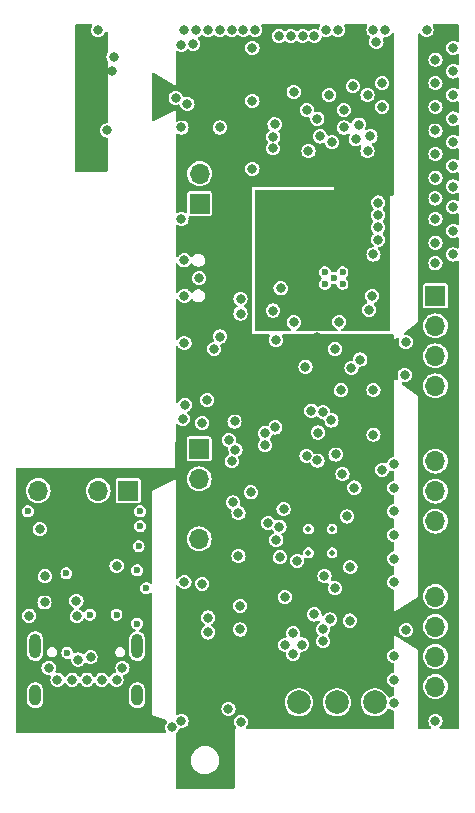
<source format=gbr>
%TF.GenerationSoftware,KiCad,Pcbnew,8.0.1*%
%TF.CreationDate,2024-07-19T12:33:08-04:00*%
%TF.ProjectId,Tiny4FSK,54696e79-3446-4534-9b2e-6b696361645f,rev?*%
%TF.SameCoordinates,Original*%
%TF.FileFunction,Copper,L3,Inr*%
%TF.FilePolarity,Positive*%
%FSLAX46Y46*%
G04 Gerber Fmt 4.6, Leading zero omitted, Abs format (unit mm)*
G04 Created by KiCad (PCBNEW 8.0.1) date 2024-07-19 12:33:08*
%MOMM*%
%LPD*%
G01*
G04 APERTURE LIST*
%TA.AperFunction,ComponentPad*%
%ADD10O,1.000000X2.100000*%
%TD*%
%TA.AperFunction,ComponentPad*%
%ADD11O,1.000000X1.800000*%
%TD*%
%TA.AperFunction,ComponentPad*%
%ADD12R,1.700000X1.700000*%
%TD*%
%TA.AperFunction,ComponentPad*%
%ADD13O,1.700000X1.700000*%
%TD*%
%TA.AperFunction,HeatsinkPad*%
%ADD14C,0.500000*%
%TD*%
%TA.AperFunction,ComponentPad*%
%ADD15C,0.600000*%
%TD*%
%TA.AperFunction,ComponentPad*%
%ADD16C,2.000000*%
%TD*%
%TA.AperFunction,ViaPad*%
%ADD17C,0.800000*%
%TD*%
%TA.AperFunction,ViaPad*%
%ADD18C,0.600000*%
%TD*%
G04 APERTURE END LIST*
D10*
%TO.N,Net-(J7-SHIELD)*%
%TO.C,J7*%
X128356776Y-100905139D03*
D11*
X128356776Y-105085139D03*
D10*
X136996776Y-100905139D03*
D11*
X136996776Y-105085139D03*
%TD*%
D12*
%TO.N,D+*%
%TO.C,J4*%
X142250000Y-84210000D03*
D13*
%TO.N,D-*%
X142250000Y-86750000D03*
%TO.N,+3.3V*%
X142250000Y-89290000D03*
%TO.N,Earth*%
X142250000Y-91830000D03*
%TD*%
D12*
%TO.N,+3.3V*%
%TO.C,J3*%
X162250000Y-82700000D03*
D13*
%TO.N,SDA*%
X162250000Y-85240000D03*
%TO.N,SCL*%
X162250000Y-87780000D03*
%TO.N,Earth*%
X162250000Y-90320000D03*
%TD*%
D14*
%TO.N,Earth*%
%TO.C,U6*%
X153500000Y-93000000D03*
X153500000Y-91000000D03*
X151500000Y-93000000D03*
X151500000Y-91000000D03*
%TD*%
D12*
%TO.N,+BATT*%
%TO.C,J1*%
X142294431Y-63452157D03*
D13*
%TO.N,Earth*%
X142294431Y-60912157D03*
%TO.N,+3.3V*%
X142294431Y-58372157D03*
%TD*%
D15*
%TO.N,Earth*%
%TO.C,U3*%
X154385000Y-69255000D03*
X152885000Y-69255000D03*
X153635000Y-69755000D03*
X154385000Y-70255000D03*
X152885000Y-70255000D03*
%TD*%
D16*
%TO.N,Net-(AE2-RF)*%
%TO.C,AE2*%
X153911023Y-105665790D03*
%TO.N,Earth*%
X150696023Y-105665790D03*
X157126023Y-105665790D03*
%TD*%
D12*
%TO.N,D12*%
%TO.C,J2*%
X162250000Y-71250000D03*
D13*
%TO.N,D13*%
X162250000Y-73790000D03*
%TO.N,A1*%
X162250000Y-76330000D03*
%TO.N,A2*%
X162250000Y-78870000D03*
%TD*%
D12*
%TO.N,D+*%
%TO.C,J5*%
X136241300Y-87746215D03*
D13*
%TO.N,D-*%
X133701300Y-87746215D03*
%TO.N,+3.3V*%
X131161300Y-87746215D03*
%TO.N,Earth*%
X128621300Y-87746215D03*
%TD*%
D12*
%TO.N,+3.3V*%
%TO.C,J6*%
X162250000Y-94175000D03*
D13*
%TO.N,MOSI*%
X162250000Y-96715000D03*
%TO.N,MISO*%
X162250000Y-99255000D03*
%TO.N,SCK*%
X162250000Y-101795000D03*
%TO.N,Earth*%
X162250000Y-104335000D03*
%TD*%
D17*
%TO.N,+3.3V*%
X148000000Y-49250000D03*
%TO.N,Earth*%
X140250000Y-54500000D03*
%TO.N,+3.3V*%
X139250000Y-54500000D03*
%TO.N,Earth*%
X133687028Y-48764181D03*
X157000000Y-67750000D03*
X158750000Y-93500000D03*
X146750000Y-54750000D03*
X150250000Y-73500000D03*
X149145000Y-70617500D03*
X134475000Y-57250000D03*
X154100761Y-73460013D03*
X140750000Y-64750000D03*
X155250000Y-53500000D03*
X148500000Y-72500000D03*
X146750000Y-60500000D03*
X158750000Y-89500000D03*
X150000000Y-49250000D03*
X130250000Y-103750000D03*
D18*
X131000000Y-94750000D03*
D17*
X149393582Y-89315344D03*
X157398495Y-66500000D03*
X156500000Y-59000000D03*
X157250000Y-49750000D03*
X143000000Y-98500000D03*
X128750000Y-91000000D03*
X145750000Y-71500000D03*
X162250000Y-64750000D03*
X161500000Y-48750000D03*
X158750000Y-91500000D03*
X162250000Y-59250000D03*
D18*
X127750000Y-89500000D03*
D17*
X140750000Y-57000000D03*
X163750000Y-58250000D03*
X156750000Y-57750000D03*
X143517594Y-75736303D03*
X147000000Y-48750000D03*
X131500000Y-103750000D03*
X163750000Y-65750000D03*
X129156247Y-97211402D03*
X156640503Y-72436099D03*
X157398495Y-63363147D03*
X140750000Y-50000000D03*
X156500000Y-54250000D03*
X142250000Y-69750000D03*
X162250000Y-63000000D03*
X144000000Y-48750000D03*
X142000000Y-48750000D03*
X145712500Y-97500000D03*
X158750000Y-101750000D03*
X152750000Y-100500000D03*
X145712500Y-99500000D03*
X143000000Y-99750000D03*
X141000000Y-71250000D03*
X141000000Y-75250000D03*
X145750000Y-72750000D03*
X141000000Y-95500000D03*
D18*
X137250000Y-89500000D03*
D17*
X163750000Y-63750000D03*
X148636558Y-56728370D03*
X153250000Y-54250000D03*
X162250000Y-53250000D03*
X163750000Y-62000000D03*
X153000000Y-48750000D03*
X141051040Y-80478020D03*
X141000000Y-48750000D03*
X158750000Y-95500000D03*
X155500000Y-58000000D03*
X154500000Y-57000000D03*
X158750000Y-87500000D03*
X145575000Y-93296174D03*
X157750000Y-53250000D03*
X143000000Y-48750000D03*
X151000000Y-49250000D03*
X141250000Y-55000000D03*
X151338438Y-84795769D03*
X157398495Y-65454381D03*
X135750000Y-102750000D03*
X162250000Y-51250000D03*
X163750000Y-60250000D03*
X156895000Y-71250000D03*
X162250000Y-57250000D03*
D18*
X135250000Y-98250000D03*
D17*
X155750000Y-56750000D03*
D18*
X137250000Y-90750000D03*
D17*
X157750000Y-55250000D03*
X146750000Y-50250000D03*
X140750000Y-107250000D03*
X148750000Y-75000000D03*
X153750000Y-96000000D03*
X158750000Y-85500000D03*
X158750000Y-105750000D03*
X162250000Y-68500000D03*
X149000000Y-49250000D03*
X141000000Y-68250000D03*
D18*
X137131627Y-92455116D03*
D17*
X150206745Y-101598744D03*
X162250000Y-107250000D03*
X153750000Y-75750000D03*
X144000000Y-57000000D03*
X154250000Y-79250000D03*
X151250000Y-77250000D03*
X132750000Y-103750000D03*
X154000000Y-48750000D03*
X163750000Y-50250000D03*
X135257753Y-94120555D03*
X131853448Y-97080187D03*
X153317735Y-98651785D03*
X163750000Y-52250000D03*
X150924913Y-100777203D03*
X157398495Y-64408764D03*
X152000000Y-49250000D03*
X145246210Y-81889939D03*
X150217626Y-99825086D03*
X163750000Y-56250000D03*
X150250000Y-54000000D03*
X162250000Y-61250000D03*
X162250000Y-66750000D03*
X158000000Y-48750000D03*
X155386182Y-87492574D03*
X149548424Y-100809847D03*
X157000000Y-48750000D03*
X146000000Y-48750000D03*
X139967157Y-107782843D03*
X129192696Y-94995323D03*
X158750000Y-103750000D03*
D18*
X137750000Y-96000000D03*
D17*
X162250000Y-55250000D03*
X135250000Y-103750000D03*
X154500000Y-55500000D03*
X155000000Y-98750000D03*
X163750000Y-54250000D03*
X163750000Y-67750000D03*
X134000000Y-103750000D03*
X145000000Y-48750000D03*
X149500000Y-96750000D03*
X129500000Y-102750000D03*
%TO.N,+3.3V*%
X154377605Y-64069111D03*
X147974083Y-76365498D03*
X154532500Y-65255000D03*
X132500000Y-57000000D03*
X148646023Y-106273570D03*
X154357500Y-63000000D03*
X153390002Y-88978107D03*
X152250000Y-74750000D03*
X145850000Y-77125000D03*
X154357500Y-66505000D03*
X144767423Y-53527003D03*
X129900000Y-93755000D03*
X141798491Y-79001099D03*
X144000000Y-81947607D03*
X154459160Y-78079760D03*
X157250000Y-88750000D03*
X157000000Y-81250000D03*
X157112500Y-87500000D03*
X150233148Y-85258148D03*
X154750000Y-59500000D03*
X151506122Y-72426524D03*
X147372669Y-98397974D03*
X134868342Y-52246507D03*
%TO.N,GPIO1*%
X146637653Y-87887653D03*
X148088612Y-90479669D03*
%TO.N,RF_RST*%
X145575000Y-89646586D03*
X149040055Y-90787500D03*
%TO.N,SCK*%
X148778661Y-91930002D03*
%TO.N,MISO*%
X149087390Y-93388488D03*
X152257005Y-85191040D03*
%TO.N,MOSI*%
X152750000Y-99475000D03*
X159776427Y-99538983D03*
%TO.N,RF_SS*%
X150549890Y-93679485D03*
X153798960Y-84682384D03*
%TO.N,SDA*%
X159648186Y-77955000D03*
X157000000Y-83000000D03*
X157750153Y-85974847D03*
%TO.N,SCL*%
X141746063Y-49911322D03*
X155141298Y-77348533D03*
X157000000Y-79250000D03*
%TO.N,SWDIO*%
X147822340Y-82874802D03*
%TO.N,SWCLK*%
X148696470Y-82389104D03*
%TO.N,nRST*%
X147820789Y-83897149D03*
X142500000Y-95625000D03*
%TO.N,A1*%
X144749134Y-83464176D03*
%TO.N,A2*%
X145319484Y-84285581D03*
%TO.N,D+*%
X133052482Y-101849196D03*
%TO.N,D-*%
X140852223Y-81666787D03*
X132000000Y-102050000D03*
X153449585Y-81798519D03*
%TO.N,SUCCESS*%
X145125000Y-88750000D03*
X144725178Y-106221176D03*
%TO.N,ERROR*%
X145794878Y-107319877D03*
X152000354Y-98225000D03*
X152855075Y-94998402D03*
X154777739Y-89928107D03*
%TO.N,SDN*%
X155052263Y-94223043D03*
X154382819Y-86357513D03*
%TO.N,D13*%
X152299750Y-82824750D03*
%TO.N,D12*%
X155893639Y-76643639D03*
X159750000Y-75155000D03*
%TO.N,+BATT*%
X148500000Y-58750000D03*
X151500000Y-59000000D03*
X148525000Y-57799906D03*
X152500000Y-57750000D03*
X144025000Y-74699191D03*
%TO.N,TXD*%
X151749999Y-80975000D03*
X152250000Y-56250000D03*
%TO.N,RXD*%
X151355571Y-55525000D03*
X152743299Y-81090588D03*
%TO.N,GPS_EN*%
X142500000Y-82025000D03*
X142927084Y-80076633D03*
X145012653Y-85237347D03*
X153500000Y-58250000D03*
%TO.N,USB*%
X127852305Y-98333575D03*
X131880025Y-98380025D03*
D18*
%TO.N,Net-(J7-SHIELD)*%
X137000000Y-99000000D03*
X137000000Y-94500000D03*
%TO.N,Net-(J7-CC1)*%
X133000000Y-98250000D03*
X131081765Y-101483235D03*
D17*
%TO.N,RFOUT*%
X135000000Y-51000000D03*
%TD*%
%TA.AperFunction,Conductor*%
%TO.N,+3.3V*%
G36*
X152442341Y-48269685D02*
G01*
X152488096Y-48322489D01*
X152498040Y-48391647D01*
X152477996Y-48439234D01*
X152479528Y-48440119D01*
X152475465Y-48447156D01*
X152414956Y-48593237D01*
X152414954Y-48593244D01*
X152413742Y-48602452D01*
X152385473Y-48666348D01*
X152327146Y-48704816D01*
X152257281Y-48705644D01*
X152243352Y-48700822D01*
X152156765Y-48664957D01*
X152156760Y-48664955D01*
X152000001Y-48644318D01*
X151999999Y-48644318D01*
X151843239Y-48664955D01*
X151843237Y-48664956D01*
X151697157Y-48725464D01*
X151575486Y-48818826D01*
X151510317Y-48844020D01*
X151441872Y-48829981D01*
X151424514Y-48818826D01*
X151302842Y-48725464D01*
X151156762Y-48664956D01*
X151156760Y-48664955D01*
X151000001Y-48644318D01*
X150999999Y-48644318D01*
X150843239Y-48664955D01*
X150843237Y-48664956D01*
X150697157Y-48725464D01*
X150575486Y-48818826D01*
X150510317Y-48844020D01*
X150441872Y-48829981D01*
X150424514Y-48818826D01*
X150302842Y-48725464D01*
X150156762Y-48664956D01*
X150156760Y-48664955D01*
X150000001Y-48644318D01*
X149999999Y-48644318D01*
X149843239Y-48664955D01*
X149843237Y-48664956D01*
X149697157Y-48725464D01*
X149575486Y-48818826D01*
X149510317Y-48844020D01*
X149441872Y-48829981D01*
X149424514Y-48818826D01*
X149302842Y-48725464D01*
X149156762Y-48664956D01*
X149156760Y-48664955D01*
X149000001Y-48644318D01*
X148999999Y-48644318D01*
X148843239Y-48664955D01*
X148843237Y-48664956D01*
X148697160Y-48725463D01*
X148571718Y-48821718D01*
X148475463Y-48947160D01*
X148414956Y-49093237D01*
X148414955Y-49093239D01*
X148394318Y-49249998D01*
X148394318Y-49250001D01*
X148414955Y-49406760D01*
X148414956Y-49406762D01*
X148475464Y-49552841D01*
X148571718Y-49678282D01*
X148697159Y-49774536D01*
X148843238Y-49835044D01*
X148905478Y-49843238D01*
X148999999Y-49855682D01*
X149000000Y-49855682D01*
X149000001Y-49855682D01*
X149052254Y-49848802D01*
X149156762Y-49835044D01*
X149302841Y-49774536D01*
X149424515Y-49681171D01*
X149489683Y-49655979D01*
X149558127Y-49670017D01*
X149575478Y-49681167D01*
X149697159Y-49774536D01*
X149843238Y-49835044D01*
X149905478Y-49843238D01*
X149999999Y-49855682D01*
X150000000Y-49855682D01*
X150000001Y-49855682D01*
X150052254Y-49848802D01*
X150156762Y-49835044D01*
X150302841Y-49774536D01*
X150424515Y-49681171D01*
X150489683Y-49655979D01*
X150558127Y-49670017D01*
X150575478Y-49681167D01*
X150697159Y-49774536D01*
X150843238Y-49835044D01*
X150905478Y-49843238D01*
X150999999Y-49855682D01*
X151000000Y-49855682D01*
X151000001Y-49855682D01*
X151052254Y-49848802D01*
X151156762Y-49835044D01*
X151302841Y-49774536D01*
X151424515Y-49681171D01*
X151489683Y-49655979D01*
X151558127Y-49670017D01*
X151575478Y-49681167D01*
X151697159Y-49774536D01*
X151843238Y-49835044D01*
X151905478Y-49843238D01*
X151999999Y-49855682D01*
X152000000Y-49855682D01*
X152000001Y-49855682D01*
X152052254Y-49848802D01*
X152156762Y-49835044D01*
X152302841Y-49774536D01*
X152428282Y-49678282D01*
X152524536Y-49552841D01*
X152585044Y-49406762D01*
X152586256Y-49397553D01*
X152614521Y-49333657D01*
X152672845Y-49295186D01*
X152742710Y-49294353D01*
X152756645Y-49299176D01*
X152843238Y-49335044D01*
X152921619Y-49345363D01*
X152999999Y-49355682D01*
X153000000Y-49355682D01*
X153000001Y-49355682D01*
X153065612Y-49347044D01*
X153156762Y-49335044D01*
X153302841Y-49274536D01*
X153424515Y-49181171D01*
X153489683Y-49155979D01*
X153558127Y-49170017D01*
X153575478Y-49181167D01*
X153697159Y-49274536D01*
X153843238Y-49335044D01*
X153921619Y-49345363D01*
X153999999Y-49355682D01*
X154000000Y-49355682D01*
X154000001Y-49355682D01*
X154065612Y-49347044D01*
X154156762Y-49335044D01*
X154302841Y-49274536D01*
X154428282Y-49178282D01*
X154524536Y-49052841D01*
X154585044Y-48906762D01*
X154605682Y-48750000D01*
X154599842Y-48705644D01*
X154585044Y-48593239D01*
X154585044Y-48593238D01*
X154524536Y-48447159D01*
X154524534Y-48447156D01*
X154520472Y-48440119D01*
X154522293Y-48439067D01*
X154501128Y-48384314D01*
X154515168Y-48315870D01*
X154563983Y-48265881D01*
X154624698Y-48250000D01*
X156375302Y-48250000D01*
X156442341Y-48269685D01*
X156488096Y-48322489D01*
X156498040Y-48391647D01*
X156477996Y-48439234D01*
X156479528Y-48440119D01*
X156475465Y-48447156D01*
X156414956Y-48593237D01*
X156414955Y-48593239D01*
X156394318Y-48749998D01*
X156394318Y-48750001D01*
X156414955Y-48906760D01*
X156414956Y-48906762D01*
X156475464Y-49052841D01*
X156571718Y-49178282D01*
X156682717Y-49263454D01*
X156699969Y-49276692D01*
X156741171Y-49333120D01*
X156745326Y-49402866D01*
X156728151Y-49439324D01*
X156729528Y-49440119D01*
X156725465Y-49447156D01*
X156664956Y-49593237D01*
X156664955Y-49593239D01*
X156644318Y-49749998D01*
X156644318Y-49750001D01*
X156664955Y-49906760D01*
X156664956Y-49906762D01*
X156703576Y-50000000D01*
X156725464Y-50052841D01*
X156821718Y-50178282D01*
X156947159Y-50274536D01*
X157093238Y-50335044D01*
X157127875Y-50339604D01*
X157249999Y-50355682D01*
X157250000Y-50355682D01*
X157250001Y-50355682D01*
X157302254Y-50348802D01*
X157406762Y-50335044D01*
X157552841Y-50274536D01*
X157678282Y-50178282D01*
X157774536Y-50052841D01*
X157835044Y-49906762D01*
X157855682Y-49750000D01*
X157854111Y-49738070D01*
X157837051Y-49608481D01*
X157835044Y-49593238D01*
X157803644Y-49517433D01*
X157796176Y-49447967D01*
X157827451Y-49385488D01*
X157887539Y-49349835D01*
X157934388Y-49347044D01*
X158000000Y-49355682D01*
X158000001Y-49355682D01*
X158065612Y-49347044D01*
X158156762Y-49335044D01*
X158302841Y-49274536D01*
X158428282Y-49178282D01*
X158524536Y-49052841D01*
X158524536Y-49052839D01*
X158527624Y-49048816D01*
X158584052Y-49007613D01*
X158653798Y-49003458D01*
X158714718Y-49037670D01*
X158747471Y-49099387D01*
X158750000Y-49124302D01*
X158750000Y-62637231D01*
X158730315Y-62704270D01*
X158677511Y-62750025D01*
X158626000Y-62761231D01*
X158433540Y-62761231D01*
X158433540Y-74137231D01*
X158413855Y-74204270D01*
X158361051Y-74250025D01*
X158309540Y-74261231D01*
X154359022Y-74261231D01*
X154291983Y-74241546D01*
X154246228Y-74188742D01*
X154236284Y-74119584D01*
X154265309Y-74056028D01*
X154311567Y-74022670D01*
X154403602Y-73984549D01*
X154529043Y-73888295D01*
X154625297Y-73762854D01*
X154685805Y-73616775D01*
X154706443Y-73460013D01*
X154685805Y-73303251D01*
X154625297Y-73157172D01*
X154529043Y-73031731D01*
X154403602Y-72935477D01*
X154386229Y-72928281D01*
X154257523Y-72874969D01*
X154257521Y-72874968D01*
X154100762Y-72854331D01*
X154100760Y-72854331D01*
X153944000Y-72874968D01*
X153943998Y-72874969D01*
X153797921Y-72935476D01*
X153672479Y-73031731D01*
X153576224Y-73157173D01*
X153515717Y-73303250D01*
X153515716Y-73303252D01*
X153495079Y-73460011D01*
X153495079Y-73460014D01*
X153515716Y-73616773D01*
X153515717Y-73616775D01*
X153576225Y-73762854D01*
X153672479Y-73888295D01*
X153797920Y-73984549D01*
X153889953Y-74022670D01*
X153944356Y-74066511D01*
X153966421Y-74132805D01*
X153949142Y-74200504D01*
X153898005Y-74248115D01*
X153842500Y-74261231D01*
X150604799Y-74261231D01*
X150537760Y-74241546D01*
X150492005Y-74188742D01*
X150482061Y-74119584D01*
X150511086Y-74056028D01*
X150546779Y-74030288D01*
X150545804Y-74028599D01*
X150552836Y-74024539D01*
X150552838Y-74024536D01*
X150552841Y-74024536D01*
X150678282Y-73928282D01*
X150774536Y-73802841D01*
X150835044Y-73656762D01*
X150855682Y-73500000D01*
X150850417Y-73460011D01*
X150835044Y-73343239D01*
X150835044Y-73343238D01*
X150774536Y-73197159D01*
X150678282Y-73071718D01*
X150552841Y-72975464D01*
X150406762Y-72914956D01*
X150406760Y-72914955D01*
X150250001Y-72894318D01*
X150249999Y-72894318D01*
X150093239Y-72914955D01*
X150093237Y-72914956D01*
X149947160Y-72975463D01*
X149821718Y-73071718D01*
X149725463Y-73197160D01*
X149664956Y-73343237D01*
X149664955Y-73343239D01*
X149644318Y-73499998D01*
X149644318Y-73500001D01*
X149664955Y-73656760D01*
X149664956Y-73656762D01*
X149725464Y-73802841D01*
X149821718Y-73928282D01*
X149909884Y-73995934D01*
X149947163Y-74024539D01*
X149954196Y-74028599D01*
X149952867Y-74030899D01*
X149997060Y-74066514D01*
X150019122Y-74132809D01*
X150001841Y-74200508D01*
X149950702Y-74248117D01*
X149895201Y-74261231D01*
X147057540Y-74261231D01*
X146990501Y-74241546D01*
X146944746Y-74188742D01*
X146933540Y-74137231D01*
X146933540Y-72500001D01*
X147894318Y-72500001D01*
X147914955Y-72656760D01*
X147914956Y-72656762D01*
X147953576Y-72750000D01*
X147975464Y-72802841D01*
X148071718Y-72928282D01*
X148197159Y-73024536D01*
X148343238Y-73085044D01*
X148421619Y-73095363D01*
X148499999Y-73105682D01*
X148500000Y-73105682D01*
X148500001Y-73105682D01*
X148552254Y-73098802D01*
X148656762Y-73085044D01*
X148802841Y-73024536D01*
X148928282Y-72928282D01*
X149024536Y-72802841D01*
X149085044Y-72656762D01*
X149105682Y-72500000D01*
X149098725Y-72447159D01*
X149097269Y-72436100D01*
X156034821Y-72436100D01*
X156055458Y-72592859D01*
X156055459Y-72592861D01*
X156114093Y-72734417D01*
X156115967Y-72738940D01*
X156212221Y-72864381D01*
X156337662Y-72960635D01*
X156483741Y-73021143D01*
X156509514Y-73024536D01*
X156640502Y-73041781D01*
X156640503Y-73041781D01*
X156640504Y-73041781D01*
X156692757Y-73034901D01*
X156797265Y-73021143D01*
X156943344Y-72960635D01*
X157068785Y-72864381D01*
X157165039Y-72738940D01*
X157225547Y-72592861D01*
X157246185Y-72436099D01*
X157225547Y-72279337D01*
X157165039Y-72133258D01*
X157068785Y-72007817D01*
X157068782Y-72007815D01*
X157063837Y-72001370D01*
X157066144Y-71999599D01*
X157039369Y-71950563D01*
X157044353Y-71880871D01*
X157086225Y-71824938D01*
X157113083Y-71809644D01*
X157134953Y-71800585D01*
X157197841Y-71774536D01*
X157323282Y-71678282D01*
X157419536Y-71552841D01*
X157480044Y-71406762D01*
X157500682Y-71250000D01*
X157497151Y-71223182D01*
X157480044Y-71093239D01*
X157480044Y-71093238D01*
X157419536Y-70947159D01*
X157323282Y-70821718D01*
X157197841Y-70725464D01*
X157172465Y-70714953D01*
X157051762Y-70664956D01*
X157051760Y-70664955D01*
X156895001Y-70644318D01*
X156894999Y-70644318D01*
X156738239Y-70664955D01*
X156738237Y-70664956D01*
X156592160Y-70725463D01*
X156466718Y-70821718D01*
X156370463Y-70947160D01*
X156309956Y-71093237D01*
X156309955Y-71093239D01*
X156289318Y-71249998D01*
X156289318Y-71250001D01*
X156309955Y-71406760D01*
X156309956Y-71406762D01*
X156364046Y-71537348D01*
X156370464Y-71552841D01*
X156466718Y-71678282D01*
X156466720Y-71678283D01*
X156471666Y-71684729D01*
X156469357Y-71686500D01*
X156496133Y-71735535D01*
X156491149Y-71805227D01*
X156449277Y-71861160D01*
X156422421Y-71876454D01*
X156337662Y-71911563D01*
X156212221Y-72007817D01*
X156115966Y-72133259D01*
X156055459Y-72279336D01*
X156055458Y-72279338D01*
X156034821Y-72436097D01*
X156034821Y-72436100D01*
X149097269Y-72436100D01*
X149085044Y-72343239D01*
X149085044Y-72343238D01*
X149024536Y-72197159D01*
X148928282Y-72071718D01*
X148802841Y-71975464D01*
X148656762Y-71914956D01*
X148656760Y-71914955D01*
X148500001Y-71894318D01*
X148499999Y-71894318D01*
X148343239Y-71914955D01*
X148343237Y-71914956D01*
X148197160Y-71975463D01*
X148071718Y-72071718D01*
X147975463Y-72197160D01*
X147914956Y-72343237D01*
X147914955Y-72343239D01*
X147894318Y-72499998D01*
X147894318Y-72500001D01*
X146933540Y-72500001D01*
X146933540Y-70617501D01*
X148539318Y-70617501D01*
X148559955Y-70774260D01*
X148559956Y-70774262D01*
X148617040Y-70912076D01*
X148620464Y-70920341D01*
X148716718Y-71045782D01*
X148842159Y-71142036D01*
X148988238Y-71202544D01*
X149066619Y-71212863D01*
X149144999Y-71223182D01*
X149145000Y-71223182D01*
X149145001Y-71223182D01*
X149197254Y-71216302D01*
X149301762Y-71202544D01*
X149447841Y-71142036D01*
X149573282Y-71045782D01*
X149669536Y-70920341D01*
X149730044Y-70774262D01*
X149750682Y-70617500D01*
X149730044Y-70460738D01*
X149669536Y-70314659D01*
X149623758Y-70255000D01*
X152379353Y-70255000D01*
X152399834Y-70397456D01*
X152428735Y-70460739D01*
X152459623Y-70528373D01*
X152553872Y-70637143D01*
X152674947Y-70714953D01*
X152674950Y-70714954D01*
X152674949Y-70714954D01*
X152813036Y-70755499D01*
X152813038Y-70755500D01*
X152813039Y-70755500D01*
X152956962Y-70755500D01*
X152956962Y-70755499D01*
X153095053Y-70714953D01*
X153216128Y-70637143D01*
X153310377Y-70528373D01*
X153370165Y-70397457D01*
X153377196Y-70348556D01*
X153406219Y-70285003D01*
X153464997Y-70247228D01*
X153534863Y-70247227D01*
X153563039Y-70255500D01*
X153563040Y-70255500D01*
X153706962Y-70255500D01*
X153706962Y-70255499D01*
X153735129Y-70247228D01*
X153804999Y-70247227D01*
X153863777Y-70285000D01*
X153892804Y-70348556D01*
X153892804Y-70348557D01*
X153899834Y-70397456D01*
X153928735Y-70460739D01*
X153959623Y-70528373D01*
X154053872Y-70637143D01*
X154174947Y-70714953D01*
X154174950Y-70714954D01*
X154174949Y-70714954D01*
X154313036Y-70755499D01*
X154313038Y-70755500D01*
X154313039Y-70755500D01*
X154456962Y-70755500D01*
X154456962Y-70755499D01*
X154595053Y-70714953D01*
X154716128Y-70637143D01*
X154810377Y-70528373D01*
X154870165Y-70397457D01*
X154890647Y-70255000D01*
X154870165Y-70112543D01*
X154810377Y-69981627D01*
X154716128Y-69872857D01*
X154716125Y-69872855D01*
X154716125Y-69872854D01*
X154695058Y-69859316D01*
X154649302Y-69806513D01*
X154639358Y-69737354D01*
X154668382Y-69673798D01*
X154695058Y-69650684D01*
X154716125Y-69637145D01*
X154716125Y-69637144D01*
X154716128Y-69637143D01*
X154810377Y-69528373D01*
X154870165Y-69397457D01*
X154890647Y-69255000D01*
X154870165Y-69112543D01*
X154810377Y-68981627D01*
X154716128Y-68872857D01*
X154595053Y-68795047D01*
X154595051Y-68795046D01*
X154595049Y-68795045D01*
X154595050Y-68795045D01*
X154456963Y-68754500D01*
X154456961Y-68754500D01*
X154313039Y-68754500D01*
X154313036Y-68754500D01*
X154174949Y-68795045D01*
X154053873Y-68872856D01*
X153959623Y-68981626D01*
X153959622Y-68981628D01*
X153899834Y-69112543D01*
X153892804Y-69161442D01*
X153863778Y-69224997D01*
X153805000Y-69262771D01*
X153735132Y-69262771D01*
X153706963Y-69254500D01*
X153706961Y-69254500D01*
X153563039Y-69254500D01*
X153534866Y-69262772D01*
X153464997Y-69262771D01*
X153406219Y-69224996D01*
X153377195Y-69161440D01*
X153374733Y-69144318D01*
X153370165Y-69112543D01*
X153310377Y-68981627D01*
X153216128Y-68872857D01*
X153095053Y-68795047D01*
X153095051Y-68795046D01*
X153095049Y-68795045D01*
X153095050Y-68795045D01*
X152956963Y-68754500D01*
X152956961Y-68754500D01*
X152813039Y-68754500D01*
X152813036Y-68754500D01*
X152674949Y-68795045D01*
X152553873Y-68872856D01*
X152459623Y-68981626D01*
X152459622Y-68981628D01*
X152399834Y-69112543D01*
X152379353Y-69255000D01*
X152399834Y-69397456D01*
X152459622Y-69528371D01*
X152459623Y-69528373D01*
X152553872Y-69637143D01*
X152561324Y-69641932D01*
X152574943Y-69650685D01*
X152620698Y-69703489D01*
X152630641Y-69772648D01*
X152601615Y-69836203D01*
X152574943Y-69859315D01*
X152553874Y-69872855D01*
X152459623Y-69981626D01*
X152459622Y-69981628D01*
X152399834Y-70112543D01*
X152379353Y-70255000D01*
X149623758Y-70255000D01*
X149573282Y-70189218D01*
X149447841Y-70092964D01*
X149301762Y-70032456D01*
X149301760Y-70032455D01*
X149145001Y-70011818D01*
X149144999Y-70011818D01*
X148988239Y-70032455D01*
X148988237Y-70032456D01*
X148842160Y-70092963D01*
X148716718Y-70189218D01*
X148620463Y-70314660D01*
X148559956Y-70460737D01*
X148559955Y-70460739D01*
X148539318Y-70617498D01*
X148539318Y-70617501D01*
X146933540Y-70617501D01*
X146933540Y-67750001D01*
X156394318Y-67750001D01*
X156414955Y-67906760D01*
X156414956Y-67906762D01*
X156454351Y-68001871D01*
X156475464Y-68052841D01*
X156571718Y-68178282D01*
X156697159Y-68274536D01*
X156843238Y-68335044D01*
X156905478Y-68343238D01*
X156999999Y-68355682D01*
X157000000Y-68355682D01*
X157000001Y-68355682D01*
X157094514Y-68343239D01*
X157156762Y-68335044D01*
X157302841Y-68274536D01*
X157428282Y-68178282D01*
X157524536Y-68052841D01*
X157585044Y-67906762D01*
X157605682Y-67750000D01*
X157585044Y-67593238D01*
X157524536Y-67447159D01*
X157428282Y-67321718D01*
X157421103Y-67316209D01*
X157379902Y-67259780D01*
X157375750Y-67190034D01*
X157409964Y-67129115D01*
X157471683Y-67096364D01*
X157480385Y-67094901D01*
X157555257Y-67085044D01*
X157701336Y-67024536D01*
X157826777Y-66928282D01*
X157923031Y-66802841D01*
X157983539Y-66656762D01*
X158004177Y-66500000D01*
X157997220Y-66447159D01*
X157983539Y-66343239D01*
X157983539Y-66343238D01*
X157923031Y-66197159D01*
X157826777Y-66071718D01*
X157826774Y-66071715D01*
X157826772Y-66071713D01*
X157821030Y-66065971D01*
X157823197Y-66063803D01*
X157790581Y-66019116D01*
X157786439Y-65949370D01*
X157820663Y-65888456D01*
X157823061Y-65886378D01*
X157826772Y-65882667D01*
X157826772Y-65882666D01*
X157826777Y-65882663D01*
X157923031Y-65757222D01*
X157983539Y-65611143D01*
X158004177Y-65454381D01*
X158003226Y-65447160D01*
X157983539Y-65297620D01*
X157983539Y-65297619D01*
X157923031Y-65151540D01*
X157826777Y-65026099D01*
X157826774Y-65026096D01*
X157826772Y-65026094D01*
X157821030Y-65020352D01*
X157823199Y-65018182D01*
X157790586Y-64973510D01*
X157786437Y-64903764D01*
X157820655Y-64842846D01*
X157823059Y-64840763D01*
X157826772Y-64837050D01*
X157826772Y-64837049D01*
X157826777Y-64837046D01*
X157923031Y-64711605D01*
X157983539Y-64565526D01*
X157999122Y-64447159D01*
X158004177Y-64408765D01*
X158004177Y-64408762D01*
X157983539Y-64252003D01*
X157983539Y-64252002D01*
X157923031Y-64105923D01*
X157826777Y-63980482D01*
X157826774Y-63980479D01*
X157826772Y-63980477D01*
X157821030Y-63974735D01*
X157823199Y-63972565D01*
X157790586Y-63927893D01*
X157786437Y-63858147D01*
X157820655Y-63797229D01*
X157823059Y-63795146D01*
X157826772Y-63791433D01*
X157826772Y-63791432D01*
X157826777Y-63791429D01*
X157923031Y-63665988D01*
X157983539Y-63519909D01*
X158004177Y-63363147D01*
X157983539Y-63206385D01*
X157923031Y-63060306D01*
X157826777Y-62934865D01*
X157701336Y-62838611D01*
X157555257Y-62778103D01*
X157555255Y-62778102D01*
X157398496Y-62757465D01*
X157398494Y-62757465D01*
X157241734Y-62778102D01*
X157241732Y-62778103D01*
X157095655Y-62838610D01*
X156970213Y-62934865D01*
X156873958Y-63060307D01*
X156813451Y-63206384D01*
X156813450Y-63206386D01*
X156792813Y-63363145D01*
X156792813Y-63363148D01*
X156813450Y-63519907D01*
X156813451Y-63519909D01*
X156843824Y-63593237D01*
X156873959Y-63665988D01*
X156970213Y-63791429D01*
X156970215Y-63791430D01*
X156970217Y-63791433D01*
X156975960Y-63797176D01*
X156973788Y-63799347D01*
X157006398Y-63844005D01*
X157010555Y-63913751D01*
X156976343Y-63974672D01*
X156973936Y-63976757D01*
X156970219Y-63980475D01*
X156970214Y-63980480D01*
X156970213Y-63980482D01*
X156914692Y-64052839D01*
X156873958Y-64105924D01*
X156813451Y-64252001D01*
X156813450Y-64252003D01*
X156792813Y-64408762D01*
X156792813Y-64408765D01*
X156813450Y-64565524D01*
X156813451Y-64565526D01*
X156873959Y-64711605D01*
X156970213Y-64837046D01*
X156970215Y-64837047D01*
X156970217Y-64837050D01*
X156975960Y-64842793D01*
X156973788Y-64844964D01*
X157006398Y-64889622D01*
X157010555Y-64959368D01*
X156976343Y-65020289D01*
X156973936Y-65022374D01*
X156970219Y-65026092D01*
X156970214Y-65026097D01*
X156970213Y-65026099D01*
X156899959Y-65117655D01*
X156873958Y-65151541D01*
X156813451Y-65297618D01*
X156813450Y-65297620D01*
X156792813Y-65454379D01*
X156792813Y-65454382D01*
X156813450Y-65611141D01*
X156813451Y-65611143D01*
X156870967Y-65750000D01*
X156873959Y-65757222D01*
X156970213Y-65882663D01*
X156970215Y-65882664D01*
X156970217Y-65882667D01*
X156975960Y-65888410D01*
X156973790Y-65890579D01*
X157006404Y-65935252D01*
X157010553Y-66004998D01*
X156976335Y-66065916D01*
X156973929Y-66068000D01*
X156970219Y-66071711D01*
X156970214Y-66071716D01*
X156970213Y-66071718D01*
X156914505Y-66144318D01*
X156873958Y-66197160D01*
X156813451Y-66343237D01*
X156813450Y-66343239D01*
X156792813Y-66499998D01*
X156792813Y-66500001D01*
X156813450Y-66656760D01*
X156813451Y-66656762D01*
X156852071Y-66750000D01*
X156873959Y-66802841D01*
X156953699Y-66906760D01*
X156970214Y-66928283D01*
X156977390Y-66933789D01*
X157018591Y-66990218D01*
X157022744Y-67059964D01*
X156988531Y-67120883D01*
X156926813Y-67153635D01*
X156918087Y-67155102D01*
X156843238Y-67164956D01*
X156843237Y-67164956D01*
X156697160Y-67225463D01*
X156571718Y-67321718D01*
X156475463Y-67447160D01*
X156414956Y-67593237D01*
X156414955Y-67593239D01*
X156394318Y-67749998D01*
X156394318Y-67750001D01*
X146933540Y-67750001D01*
X146933540Y-62385244D01*
X146953225Y-62318205D01*
X147006029Y-62272450D01*
X147057551Y-62261244D01*
X153684462Y-62261970D01*
X153684462Y-62011969D01*
X146683540Y-62011231D01*
X146683540Y-74511231D01*
X148118035Y-74511231D01*
X148185074Y-74530916D01*
X148230829Y-74583720D01*
X148240773Y-74652878D01*
X148228112Y-74689459D01*
X148228574Y-74689651D01*
X148164956Y-74843237D01*
X148164955Y-74843239D01*
X148144318Y-74999998D01*
X148144318Y-75000001D01*
X148164955Y-75156760D01*
X148164956Y-75156762D01*
X148203576Y-75250000D01*
X148225464Y-75302841D01*
X148321718Y-75428282D01*
X148447159Y-75524536D01*
X148593238Y-75585044D01*
X148655478Y-75593238D01*
X148749999Y-75605682D01*
X148750000Y-75605682D01*
X148750001Y-75605682D01*
X148844514Y-75593239D01*
X148906762Y-75585044D01*
X149052841Y-75524536D01*
X149178282Y-75428282D01*
X149274536Y-75302841D01*
X149335044Y-75156762D01*
X149354971Y-75005400D01*
X149355682Y-75000001D01*
X149355682Y-74999998D01*
X149336718Y-74855951D01*
X149335044Y-74843238D01*
X149274536Y-74697159D01*
X149274535Y-74697158D01*
X149271426Y-74689651D01*
X149272617Y-74689157D01*
X149258106Y-74629326D01*
X149280961Y-74563300D01*
X149335884Y-74520111D01*
X149381965Y-74511231D01*
X158626000Y-74511231D01*
X158693039Y-74530916D01*
X158738794Y-74583720D01*
X158750000Y-74635231D01*
X158750000Y-74999999D01*
X158750000Y-75000000D01*
X158988663Y-74821002D01*
X159054104Y-74796527D01*
X159122390Y-74811317D01*
X159171840Y-74860678D01*
X159186754Y-74928937D01*
X159177624Y-74967654D01*
X159164956Y-74998237D01*
X159164955Y-74998239D01*
X159144318Y-75154998D01*
X159144318Y-75155001D01*
X159164955Y-75311760D01*
X159164956Y-75311762D01*
X159204305Y-75406760D01*
X159225464Y-75457841D01*
X159321718Y-75583282D01*
X159447159Y-75679536D01*
X159593238Y-75740044D01*
X159668847Y-75749998D01*
X159749999Y-75760682D01*
X159750000Y-75760682D01*
X159750001Y-75760682D01*
X159802254Y-75753802D01*
X159906762Y-75740044D01*
X160052841Y-75679536D01*
X160178282Y-75583282D01*
X160274536Y-75457841D01*
X160335044Y-75311762D01*
X160354371Y-75164956D01*
X160355682Y-75155001D01*
X160355682Y-75154998D01*
X160335044Y-74998239D01*
X160335044Y-74998238D01*
X160274536Y-74852159D01*
X160178282Y-74726718D01*
X160052841Y-74630464D01*
X159906762Y-74569956D01*
X159906760Y-74569955D01*
X159750001Y-74549318D01*
X159749999Y-74549318D01*
X159735057Y-74551285D01*
X159666021Y-74540519D01*
X159613766Y-74494139D01*
X159594881Y-74426870D01*
X159615362Y-74360069D01*
X159644472Y-74329146D01*
X160363333Y-73790000D01*
X161194417Y-73790000D01*
X161214699Y-73995932D01*
X161236109Y-74066511D01*
X161274768Y-74193954D01*
X161372315Y-74376450D01*
X161388647Y-74396351D01*
X161503589Y-74536410D01*
X161600209Y-74615702D01*
X161663550Y-74667685D01*
X161846046Y-74765232D01*
X162044066Y-74825300D01*
X162044065Y-74825300D01*
X162062529Y-74827118D01*
X162250000Y-74845583D01*
X162455934Y-74825300D01*
X162653954Y-74765232D01*
X162836450Y-74667685D01*
X162996410Y-74536410D01*
X163127685Y-74376450D01*
X163225232Y-74193954D01*
X163285300Y-73995934D01*
X163305583Y-73790000D01*
X163285300Y-73584066D01*
X163225232Y-73386046D01*
X163127685Y-73203550D01*
X163075702Y-73140209D01*
X162996410Y-73043589D01*
X162839668Y-72914956D01*
X162836450Y-72912315D01*
X162653954Y-72814768D01*
X162455934Y-72754700D01*
X162455932Y-72754699D01*
X162455934Y-72754699D01*
X162250000Y-72734417D01*
X162044067Y-72754699D01*
X161846043Y-72814769D01*
X161772029Y-72854331D01*
X161663550Y-72912315D01*
X161663548Y-72912316D01*
X161663547Y-72912317D01*
X161503589Y-73043589D01*
X161372317Y-73203547D01*
X161274769Y-73386043D01*
X161214699Y-73584067D01*
X161194417Y-73790000D01*
X160363333Y-73790000D01*
X160750000Y-73500000D01*
X160750000Y-72119752D01*
X161199500Y-72119752D01*
X161211131Y-72178229D01*
X161211132Y-72178230D01*
X161255447Y-72244552D01*
X161321769Y-72288867D01*
X161321770Y-72288868D01*
X161380247Y-72300499D01*
X161380250Y-72300500D01*
X161380252Y-72300500D01*
X163119750Y-72300500D01*
X163119751Y-72300499D01*
X163134568Y-72297552D01*
X163178229Y-72288868D01*
X163178229Y-72288867D01*
X163178231Y-72288867D01*
X163244552Y-72244552D01*
X163288867Y-72178231D01*
X163288867Y-72178229D01*
X163288868Y-72178229D01*
X163300499Y-72119752D01*
X163300500Y-72119750D01*
X163300500Y-70380249D01*
X163300499Y-70380247D01*
X163288868Y-70321770D01*
X163288867Y-70321769D01*
X163244552Y-70255447D01*
X163178230Y-70211132D01*
X163178229Y-70211131D01*
X163119752Y-70199500D01*
X163119748Y-70199500D01*
X161380252Y-70199500D01*
X161380247Y-70199500D01*
X161321770Y-70211131D01*
X161321769Y-70211132D01*
X161255447Y-70255447D01*
X161211132Y-70321769D01*
X161211131Y-70321770D01*
X161199500Y-70380247D01*
X161199500Y-72119752D01*
X160750000Y-72119752D01*
X160750000Y-68500001D01*
X161644318Y-68500001D01*
X161664955Y-68656760D01*
X161664956Y-68656762D01*
X161724529Y-68800585D01*
X161725464Y-68802841D01*
X161821718Y-68928282D01*
X161947159Y-69024536D01*
X162093238Y-69085044D01*
X162171619Y-69095363D01*
X162249999Y-69105682D01*
X162250000Y-69105682D01*
X162250001Y-69105682D01*
X162302254Y-69098802D01*
X162406762Y-69085044D01*
X162552841Y-69024536D01*
X162678282Y-68928282D01*
X162774536Y-68802841D01*
X162835044Y-68656762D01*
X162855682Y-68500000D01*
X162835044Y-68343238D01*
X162774536Y-68197159D01*
X162678282Y-68071718D01*
X162552841Y-67975464D01*
X162548244Y-67973560D01*
X162406762Y-67914956D01*
X162406760Y-67914955D01*
X162250001Y-67894318D01*
X162249999Y-67894318D01*
X162093239Y-67914955D01*
X162093237Y-67914956D01*
X161947160Y-67975463D01*
X161821718Y-68071718D01*
X161725463Y-68197160D01*
X161664956Y-68343237D01*
X161664955Y-68343239D01*
X161644318Y-68499998D01*
X161644318Y-68500001D01*
X160750000Y-68500001D01*
X160750000Y-66750001D01*
X161644318Y-66750001D01*
X161664955Y-66906760D01*
X161664956Y-66906762D01*
X161725464Y-67052841D01*
X161821718Y-67178282D01*
X161947159Y-67274536D01*
X162093238Y-67335044D01*
X162171619Y-67345363D01*
X162249999Y-67355682D01*
X162250000Y-67355682D01*
X162250001Y-67355682D01*
X162302254Y-67348802D01*
X162406762Y-67335044D01*
X162552841Y-67274536D01*
X162678282Y-67178282D01*
X162774536Y-67052841D01*
X162835044Y-66906762D01*
X162855682Y-66750000D01*
X162835044Y-66593238D01*
X162774536Y-66447159D01*
X162678282Y-66321718D01*
X162552841Y-66225464D01*
X162406762Y-66164956D01*
X162406760Y-66164955D01*
X162250001Y-66144318D01*
X162249999Y-66144318D01*
X162093239Y-66164955D01*
X162093237Y-66164956D01*
X161947160Y-66225463D01*
X161821718Y-66321718D01*
X161725463Y-66447160D01*
X161664956Y-66593237D01*
X161664955Y-66593239D01*
X161644318Y-66749998D01*
X161644318Y-66750001D01*
X160750000Y-66750001D01*
X160750000Y-64750001D01*
X161644318Y-64750001D01*
X161664955Y-64906760D01*
X161664956Y-64906762D01*
X161712006Y-65020352D01*
X161725464Y-65052841D01*
X161821718Y-65178282D01*
X161947159Y-65274536D01*
X162093238Y-65335044D01*
X162171619Y-65345363D01*
X162249999Y-65355682D01*
X162250000Y-65355682D01*
X162250001Y-65355682D01*
X162302254Y-65348802D01*
X162406762Y-65335044D01*
X162552841Y-65274536D01*
X162678282Y-65178282D01*
X162774536Y-65052841D01*
X162835044Y-64906762D01*
X162855682Y-64750000D01*
X162835044Y-64593238D01*
X162774536Y-64447159D01*
X162678282Y-64321718D01*
X162552841Y-64225464D01*
X162462525Y-64188054D01*
X162406762Y-64164956D01*
X162406760Y-64164955D01*
X162250001Y-64144318D01*
X162249999Y-64144318D01*
X162093239Y-64164955D01*
X162093237Y-64164956D01*
X161947160Y-64225463D01*
X161821718Y-64321718D01*
X161725463Y-64447160D01*
X161664956Y-64593237D01*
X161664955Y-64593239D01*
X161644318Y-64749998D01*
X161644318Y-64750001D01*
X160750000Y-64750001D01*
X160750000Y-63000001D01*
X161644318Y-63000001D01*
X161664955Y-63156760D01*
X161664956Y-63156762D01*
X161698542Y-63237847D01*
X161725464Y-63302841D01*
X161821718Y-63428282D01*
X161947159Y-63524536D01*
X162093238Y-63585044D01*
X162155478Y-63593238D01*
X162249999Y-63605682D01*
X162250000Y-63605682D01*
X162250001Y-63605682D01*
X162344514Y-63593239D01*
X162406762Y-63585044D01*
X162552841Y-63524536D01*
X162678282Y-63428282D01*
X162774536Y-63302841D01*
X162835044Y-63156762D01*
X162855682Y-63000000D01*
X162835044Y-62843238D01*
X162774536Y-62697159D01*
X162678282Y-62571718D01*
X162552841Y-62475464D01*
X162509723Y-62457604D01*
X162406762Y-62414956D01*
X162406760Y-62414955D01*
X162250001Y-62394318D01*
X162249999Y-62394318D01*
X162093239Y-62414955D01*
X162093237Y-62414956D01*
X161947160Y-62475463D01*
X161821718Y-62571718D01*
X161725463Y-62697160D01*
X161664956Y-62843237D01*
X161664955Y-62843239D01*
X161644318Y-62999998D01*
X161644318Y-63000001D01*
X160750000Y-63000001D01*
X160750000Y-61250001D01*
X161644318Y-61250001D01*
X161664955Y-61406760D01*
X161664956Y-61406762D01*
X161702999Y-61498607D01*
X161725464Y-61552841D01*
X161821718Y-61678282D01*
X161947159Y-61774536D01*
X162093238Y-61835044D01*
X162155478Y-61843238D01*
X162249999Y-61855682D01*
X162250000Y-61855682D01*
X162250001Y-61855682D01*
X162344514Y-61843239D01*
X162406762Y-61835044D01*
X162552841Y-61774536D01*
X162678282Y-61678282D01*
X162774536Y-61552841D01*
X162835044Y-61406762D01*
X162855682Y-61250000D01*
X162835044Y-61093238D01*
X162774536Y-60947159D01*
X162678282Y-60821718D01*
X162552841Y-60725464D01*
X162406762Y-60664956D01*
X162406760Y-60664955D01*
X162250001Y-60644318D01*
X162249999Y-60644318D01*
X162093239Y-60664955D01*
X162093237Y-60664956D01*
X161947160Y-60725463D01*
X161821718Y-60821718D01*
X161725463Y-60947160D01*
X161664956Y-61093237D01*
X161664955Y-61093239D01*
X161644318Y-61249998D01*
X161644318Y-61250001D01*
X160750000Y-61250001D01*
X160750000Y-59250001D01*
X161644318Y-59250001D01*
X161664955Y-59406760D01*
X161664956Y-59406762D01*
X161725464Y-59552841D01*
X161821718Y-59678282D01*
X161947159Y-59774536D01*
X162093238Y-59835044D01*
X162171619Y-59845363D01*
X162249999Y-59855682D01*
X162250000Y-59855682D01*
X162250001Y-59855682D01*
X162302254Y-59848802D01*
X162406762Y-59835044D01*
X162552841Y-59774536D01*
X162678282Y-59678282D01*
X162774536Y-59552841D01*
X162835044Y-59406762D01*
X162855682Y-59250000D01*
X162835044Y-59093238D01*
X162774536Y-58947159D01*
X162678282Y-58821718D01*
X162552841Y-58725464D01*
X162406762Y-58664956D01*
X162406760Y-58664955D01*
X162250001Y-58644318D01*
X162249999Y-58644318D01*
X162093239Y-58664955D01*
X162093237Y-58664956D01*
X161947160Y-58725463D01*
X161821718Y-58821718D01*
X161725463Y-58947160D01*
X161664956Y-59093237D01*
X161664955Y-59093239D01*
X161644318Y-59249998D01*
X161644318Y-59250001D01*
X160750000Y-59250001D01*
X160750000Y-57250001D01*
X161644318Y-57250001D01*
X161664955Y-57406760D01*
X161664956Y-57406762D01*
X161725464Y-57552841D01*
X161821718Y-57678282D01*
X161947159Y-57774536D01*
X162093238Y-57835044D01*
X162155478Y-57843238D01*
X162249999Y-57855682D01*
X162250000Y-57855682D01*
X162250001Y-57855682D01*
X162302254Y-57848802D01*
X162406762Y-57835044D01*
X162552841Y-57774536D01*
X162678282Y-57678282D01*
X162774536Y-57552841D01*
X162835044Y-57406762D01*
X162855029Y-57254959D01*
X162855682Y-57250001D01*
X162855682Y-57249998D01*
X162835044Y-57093239D01*
X162835044Y-57093238D01*
X162774536Y-56947159D01*
X162678282Y-56821718D01*
X162552841Y-56725464D01*
X162406762Y-56664956D01*
X162406760Y-56664955D01*
X162250001Y-56644318D01*
X162249999Y-56644318D01*
X162093239Y-56664955D01*
X162093237Y-56664956D01*
X161947160Y-56725463D01*
X161821718Y-56821718D01*
X161725463Y-56947160D01*
X161664956Y-57093237D01*
X161664955Y-57093239D01*
X161644318Y-57249998D01*
X161644318Y-57250001D01*
X160750000Y-57250001D01*
X160750000Y-55250001D01*
X161644318Y-55250001D01*
X161664955Y-55406760D01*
X161664956Y-55406762D01*
X161703576Y-55500000D01*
X161725464Y-55552841D01*
X161821718Y-55678282D01*
X161947159Y-55774536D01*
X162093238Y-55835044D01*
X162171619Y-55845363D01*
X162249999Y-55855682D01*
X162250000Y-55855682D01*
X162250001Y-55855682D01*
X162302254Y-55848802D01*
X162406762Y-55835044D01*
X162552841Y-55774536D01*
X162678282Y-55678282D01*
X162774536Y-55552841D01*
X162835044Y-55406762D01*
X162855682Y-55250000D01*
X162848725Y-55197159D01*
X162835044Y-55093239D01*
X162835044Y-55093238D01*
X162774536Y-54947159D01*
X162678282Y-54821718D01*
X162552841Y-54725464D01*
X162406762Y-54664956D01*
X162406760Y-54664955D01*
X162250001Y-54644318D01*
X162249999Y-54644318D01*
X162093239Y-54664955D01*
X162093237Y-54664956D01*
X161947160Y-54725463D01*
X161821718Y-54821718D01*
X161725463Y-54947160D01*
X161664956Y-55093237D01*
X161664955Y-55093239D01*
X161644318Y-55249998D01*
X161644318Y-55250001D01*
X160750000Y-55250001D01*
X160750000Y-53250001D01*
X161644318Y-53250001D01*
X161664955Y-53406760D01*
X161664956Y-53406762D01*
X161703576Y-53500000D01*
X161725464Y-53552841D01*
X161821718Y-53678282D01*
X161947159Y-53774536D01*
X162093238Y-53835044D01*
X162155478Y-53843238D01*
X162249999Y-53855682D01*
X162250000Y-53855682D01*
X162250001Y-53855682D01*
X162344514Y-53843239D01*
X162406762Y-53835044D01*
X162552841Y-53774536D01*
X162678282Y-53678282D01*
X162774536Y-53552841D01*
X162835044Y-53406762D01*
X162855682Y-53250000D01*
X162848725Y-53197159D01*
X162835044Y-53093239D01*
X162835044Y-53093238D01*
X162774536Y-52947159D01*
X162678282Y-52821718D01*
X162552841Y-52725464D01*
X162406762Y-52664956D01*
X162406760Y-52664955D01*
X162250001Y-52644318D01*
X162249999Y-52644318D01*
X162093239Y-52664955D01*
X162093237Y-52664956D01*
X161947160Y-52725463D01*
X161821718Y-52821718D01*
X161725463Y-52947160D01*
X161664956Y-53093237D01*
X161664955Y-53093239D01*
X161644318Y-53249998D01*
X161644318Y-53250001D01*
X160750000Y-53250001D01*
X160750000Y-51250001D01*
X161644318Y-51250001D01*
X161664955Y-51406760D01*
X161664956Y-51406762D01*
X161725464Y-51552841D01*
X161821718Y-51678282D01*
X161947159Y-51774536D01*
X162093238Y-51835044D01*
X162171619Y-51845363D01*
X162249999Y-51855682D01*
X162250000Y-51855682D01*
X162250001Y-51855682D01*
X162302254Y-51848802D01*
X162406762Y-51835044D01*
X162552841Y-51774536D01*
X162678282Y-51678282D01*
X162774536Y-51552841D01*
X162835044Y-51406762D01*
X162855682Y-51250000D01*
X162835044Y-51093238D01*
X162774536Y-50947159D01*
X162678282Y-50821718D01*
X162552841Y-50725464D01*
X162406762Y-50664956D01*
X162406760Y-50664955D01*
X162250001Y-50644318D01*
X162249999Y-50644318D01*
X162093239Y-50664955D01*
X162093237Y-50664956D01*
X161947160Y-50725463D01*
X161821718Y-50821718D01*
X161725463Y-50947160D01*
X161664956Y-51093237D01*
X161664955Y-51093239D01*
X161644318Y-51249998D01*
X161644318Y-51250001D01*
X160750000Y-51250001D01*
X160750000Y-49124302D01*
X160769685Y-49057263D01*
X160822489Y-49011508D01*
X160891647Y-49001564D01*
X160955203Y-49030589D01*
X160972376Y-49048816D01*
X160975463Y-49052839D01*
X160975464Y-49052841D01*
X161071718Y-49178282D01*
X161197159Y-49274536D01*
X161343238Y-49335044D01*
X161421619Y-49345363D01*
X161499999Y-49355682D01*
X161500000Y-49355682D01*
X161500001Y-49355682D01*
X161565612Y-49347044D01*
X161656762Y-49335044D01*
X161802841Y-49274536D01*
X161928282Y-49178282D01*
X162024536Y-49052841D01*
X162085044Y-48906762D01*
X162105682Y-48750000D01*
X162099842Y-48705644D01*
X162085044Y-48593239D01*
X162085044Y-48593238D01*
X162024536Y-48447159D01*
X162024534Y-48447156D01*
X162020472Y-48440119D01*
X162022293Y-48439067D01*
X162001128Y-48384314D01*
X162015168Y-48315870D01*
X162063983Y-48265881D01*
X162124698Y-48250000D01*
X164125992Y-48250000D01*
X164193031Y-48269685D01*
X164238786Y-48322489D01*
X164249992Y-48374003D01*
X164249964Y-49625277D01*
X164230278Y-49692316D01*
X164177473Y-49738070D01*
X164108314Y-49748011D01*
X164060770Y-49727987D01*
X164059881Y-49729528D01*
X164052843Y-49725465D01*
X164052838Y-49725463D01*
X163906762Y-49664956D01*
X163906760Y-49664955D01*
X163750001Y-49644318D01*
X163749999Y-49644318D01*
X163593239Y-49664955D01*
X163593237Y-49664956D01*
X163447160Y-49725463D01*
X163321718Y-49821718D01*
X163225463Y-49947160D01*
X163164956Y-50093237D01*
X163164955Y-50093239D01*
X163144318Y-50249998D01*
X163144318Y-50250001D01*
X163164955Y-50406760D01*
X163164956Y-50406762D01*
X163225464Y-50552841D01*
X163321718Y-50678282D01*
X163447159Y-50774536D01*
X163593238Y-50835044D01*
X163655478Y-50843238D01*
X163749999Y-50855682D01*
X163750000Y-50855682D01*
X163750001Y-50855682D01*
X163844514Y-50843239D01*
X163906762Y-50835044D01*
X164052841Y-50774536D01*
X164052845Y-50774532D01*
X164059881Y-50770472D01*
X164060945Y-50772316D01*
X164115597Y-50751177D01*
X164184044Y-50765203D01*
X164234043Y-50814007D01*
X164249937Y-50874748D01*
X164249921Y-51625244D01*
X164230235Y-51692283D01*
X164177430Y-51738036D01*
X164108271Y-51747978D01*
X164060777Y-51727975D01*
X164059881Y-51729528D01*
X164052843Y-51725465D01*
X164052838Y-51725463D01*
X163906762Y-51664956D01*
X163906760Y-51664955D01*
X163750001Y-51644318D01*
X163749999Y-51644318D01*
X163593239Y-51664955D01*
X163593237Y-51664956D01*
X163447160Y-51725463D01*
X163321718Y-51821718D01*
X163225463Y-51947160D01*
X163164956Y-52093237D01*
X163164955Y-52093239D01*
X163144318Y-52249998D01*
X163144318Y-52250001D01*
X163164955Y-52406760D01*
X163164956Y-52406762D01*
X163225464Y-52552841D01*
X163321718Y-52678282D01*
X163447159Y-52774536D01*
X163593238Y-52835044D01*
X163671619Y-52845363D01*
X163749999Y-52855682D01*
X163750000Y-52855682D01*
X163750001Y-52855682D01*
X163802254Y-52848802D01*
X163906762Y-52835044D01*
X164052841Y-52774536D01*
X164052845Y-52774532D01*
X164059881Y-52770472D01*
X164060953Y-52772329D01*
X164115554Y-52751210D01*
X164184001Y-52765236D01*
X164234000Y-52814040D01*
X164249894Y-52874781D01*
X164249878Y-53625211D01*
X164230192Y-53692250D01*
X164177387Y-53738003D01*
X164108228Y-53747945D01*
X164060784Y-53727963D01*
X164059881Y-53729528D01*
X164052843Y-53725465D01*
X164052838Y-53725463D01*
X163906762Y-53664956D01*
X163906760Y-53664955D01*
X163750001Y-53644318D01*
X163749999Y-53644318D01*
X163593239Y-53664955D01*
X163593237Y-53664956D01*
X163447160Y-53725463D01*
X163321718Y-53821718D01*
X163225463Y-53947160D01*
X163164956Y-54093237D01*
X163164955Y-54093239D01*
X163144318Y-54249998D01*
X163144318Y-54250001D01*
X163164955Y-54406760D01*
X163164956Y-54406762D01*
X163203576Y-54500000D01*
X163225464Y-54552841D01*
X163321718Y-54678282D01*
X163447159Y-54774536D01*
X163593238Y-54835044D01*
X163655478Y-54843238D01*
X163749999Y-54855682D01*
X163750000Y-54855682D01*
X163750001Y-54855682D01*
X163844514Y-54843239D01*
X163906762Y-54835044D01*
X164052841Y-54774536D01*
X164052845Y-54774532D01*
X164059881Y-54770472D01*
X164060961Y-54772343D01*
X164115511Y-54751243D01*
X164183958Y-54765269D01*
X164233957Y-54814073D01*
X164249851Y-54874814D01*
X164249835Y-55625178D01*
X164230149Y-55692217D01*
X164177344Y-55737970D01*
X164108185Y-55747912D01*
X164060791Y-55727951D01*
X164059881Y-55729528D01*
X164052843Y-55725465D01*
X164052838Y-55725463D01*
X163906762Y-55664956D01*
X163906760Y-55664955D01*
X163750001Y-55644318D01*
X163749999Y-55644318D01*
X163593239Y-55664955D01*
X163593237Y-55664956D01*
X163447160Y-55725463D01*
X163321718Y-55821718D01*
X163225463Y-55947160D01*
X163164956Y-56093237D01*
X163164955Y-56093239D01*
X163144318Y-56249998D01*
X163144318Y-56250001D01*
X163164955Y-56406760D01*
X163164956Y-56406762D01*
X163225464Y-56552841D01*
X163321718Y-56678282D01*
X163447159Y-56774536D01*
X163593238Y-56835044D01*
X163655478Y-56843238D01*
X163749999Y-56855682D01*
X163750000Y-56855682D01*
X163750001Y-56855682D01*
X163844514Y-56843239D01*
X163906762Y-56835044D01*
X164052841Y-56774536D01*
X164052845Y-56774532D01*
X164059881Y-56770472D01*
X164060968Y-56772356D01*
X164115468Y-56751276D01*
X164183915Y-56765301D01*
X164233914Y-56814106D01*
X164249808Y-56874847D01*
X164249792Y-57625145D01*
X164230106Y-57692184D01*
X164177301Y-57737937D01*
X164108142Y-57747879D01*
X164060798Y-57727939D01*
X164059881Y-57729528D01*
X164052843Y-57725465D01*
X164052838Y-57725463D01*
X163906762Y-57664956D01*
X163906760Y-57664955D01*
X163750001Y-57644318D01*
X163749999Y-57644318D01*
X163593239Y-57664955D01*
X163593237Y-57664956D01*
X163447160Y-57725463D01*
X163321718Y-57821718D01*
X163225463Y-57947160D01*
X163164956Y-58093237D01*
X163164955Y-58093239D01*
X163144318Y-58249998D01*
X163144318Y-58250001D01*
X163164955Y-58406760D01*
X163164956Y-58406762D01*
X163225464Y-58552841D01*
X163321718Y-58678282D01*
X163447159Y-58774536D01*
X163593238Y-58835044D01*
X163655478Y-58843238D01*
X163749999Y-58855682D01*
X163750000Y-58855682D01*
X163750001Y-58855682D01*
X163844514Y-58843239D01*
X163906762Y-58835044D01*
X164052841Y-58774536D01*
X164052845Y-58774532D01*
X164059881Y-58770472D01*
X164060976Y-58772369D01*
X164115424Y-58751309D01*
X164183872Y-58765334D01*
X164233871Y-58814139D01*
X164249765Y-58874880D01*
X164249749Y-59625112D01*
X164230063Y-59692151D01*
X164177258Y-59737904D01*
X164108099Y-59747846D01*
X164060804Y-59727928D01*
X164059881Y-59729528D01*
X164052843Y-59725465D01*
X164052838Y-59725463D01*
X163906762Y-59664956D01*
X163906760Y-59664955D01*
X163750001Y-59644318D01*
X163749999Y-59644318D01*
X163593239Y-59664955D01*
X163593237Y-59664956D01*
X163447160Y-59725463D01*
X163321718Y-59821718D01*
X163225463Y-59947160D01*
X163164956Y-60093237D01*
X163164955Y-60093239D01*
X163144318Y-60249998D01*
X163144318Y-60250001D01*
X163164955Y-60406760D01*
X163164956Y-60406762D01*
X163203576Y-60500000D01*
X163225464Y-60552841D01*
X163321718Y-60678282D01*
X163447159Y-60774536D01*
X163593238Y-60835044D01*
X163671619Y-60845363D01*
X163749999Y-60855682D01*
X163750000Y-60855682D01*
X163750001Y-60855682D01*
X163802254Y-60848802D01*
X163906762Y-60835044D01*
X164052841Y-60774536D01*
X164052845Y-60774532D01*
X164059881Y-60770472D01*
X164060984Y-60772383D01*
X164115381Y-60751342D01*
X164183829Y-60765367D01*
X164233828Y-60814172D01*
X164249722Y-60874913D01*
X164249711Y-61375083D01*
X164230025Y-61442122D01*
X164177220Y-61487876D01*
X164108061Y-61497817D01*
X164060811Y-61477916D01*
X164059881Y-61479528D01*
X164052843Y-61475465D01*
X164052838Y-61475463D01*
X163906762Y-61414956D01*
X163906760Y-61414955D01*
X163750001Y-61394318D01*
X163749999Y-61394318D01*
X163593239Y-61414955D01*
X163593237Y-61414956D01*
X163447160Y-61475463D01*
X163321718Y-61571718D01*
X163225463Y-61697160D01*
X163164956Y-61843237D01*
X163164955Y-61843239D01*
X163144318Y-61999998D01*
X163144318Y-62000001D01*
X163164955Y-62156760D01*
X163164956Y-62156762D01*
X163212875Y-62272450D01*
X163225464Y-62302841D01*
X163321718Y-62428282D01*
X163447159Y-62524536D01*
X163593238Y-62585044D01*
X163671619Y-62595363D01*
X163749999Y-62605682D01*
X163750000Y-62605682D01*
X163750001Y-62605682D01*
X163802254Y-62598802D01*
X163906762Y-62585044D01*
X164052841Y-62524536D01*
X164052845Y-62524532D01*
X164059881Y-62520472D01*
X164060991Y-62522395D01*
X164115340Y-62501371D01*
X164183788Y-62515395D01*
X164233788Y-62564198D01*
X164249684Y-62624941D01*
X164249674Y-63125054D01*
X164229988Y-63192094D01*
X164177183Y-63237847D01*
X164108025Y-63247790D01*
X164060817Y-63227905D01*
X164059881Y-63229528D01*
X164052843Y-63225465D01*
X164052838Y-63225463D01*
X163906762Y-63164956D01*
X163906760Y-63164955D01*
X163750001Y-63144318D01*
X163749999Y-63144318D01*
X163593239Y-63164955D01*
X163593237Y-63164956D01*
X163447160Y-63225463D01*
X163321718Y-63321718D01*
X163225463Y-63447160D01*
X163164956Y-63593237D01*
X163164955Y-63593239D01*
X163144318Y-63749998D01*
X163144318Y-63750001D01*
X163164955Y-63906760D01*
X163164956Y-63906762D01*
X163192212Y-63972565D01*
X163225464Y-64052841D01*
X163321718Y-64178282D01*
X163447159Y-64274536D01*
X163593238Y-64335044D01*
X163671619Y-64345363D01*
X163749999Y-64355682D01*
X163750000Y-64355682D01*
X163750001Y-64355682D01*
X163802254Y-64348802D01*
X163906762Y-64335044D01*
X164052841Y-64274536D01*
X164052845Y-64274532D01*
X164059881Y-64270472D01*
X164060998Y-64272408D01*
X164115298Y-64251401D01*
X164183747Y-64265422D01*
X164233748Y-64314224D01*
X164249646Y-64374970D01*
X164249631Y-65125021D01*
X164229945Y-65192061D01*
X164177140Y-65237814D01*
X164107982Y-65247757D01*
X164060824Y-65227893D01*
X164059881Y-65229528D01*
X164052843Y-65225465D01*
X164052838Y-65225463D01*
X163906762Y-65164956D01*
X163906760Y-65164955D01*
X163750001Y-65144318D01*
X163749999Y-65144318D01*
X163593239Y-65164955D01*
X163593237Y-65164956D01*
X163447160Y-65225463D01*
X163321718Y-65321718D01*
X163225463Y-65447160D01*
X163164956Y-65593237D01*
X163164955Y-65593239D01*
X163144318Y-65749998D01*
X163144318Y-65750001D01*
X163164955Y-65906760D01*
X163164956Y-65906762D01*
X163211494Y-66019116D01*
X163225464Y-66052841D01*
X163321718Y-66178282D01*
X163447159Y-66274536D01*
X163593238Y-66335044D01*
X163655478Y-66343238D01*
X163749999Y-66355682D01*
X163750000Y-66355682D01*
X163750001Y-66355682D01*
X163844514Y-66343239D01*
X163906762Y-66335044D01*
X164052841Y-66274536D01*
X164052845Y-66274532D01*
X164059881Y-66270472D01*
X164061006Y-66272421D01*
X164115255Y-66251434D01*
X164183703Y-66265455D01*
X164233705Y-66314256D01*
X164249603Y-66375003D01*
X164249588Y-67124988D01*
X164229902Y-67192028D01*
X164177097Y-67237781D01*
X164107939Y-67247724D01*
X164060831Y-67227881D01*
X164059881Y-67229528D01*
X164052843Y-67225465D01*
X164052838Y-67225463D01*
X163906762Y-67164956D01*
X163906760Y-67164955D01*
X163750001Y-67144318D01*
X163749999Y-67144318D01*
X163593239Y-67164955D01*
X163593237Y-67164956D01*
X163447160Y-67225463D01*
X163321718Y-67321718D01*
X163225463Y-67447160D01*
X163164956Y-67593237D01*
X163164955Y-67593239D01*
X163144318Y-67749998D01*
X163144318Y-67750001D01*
X163164955Y-67906760D01*
X163164956Y-67906762D01*
X163204351Y-68001871D01*
X163225464Y-68052841D01*
X163321718Y-68178282D01*
X163447159Y-68274536D01*
X163593238Y-68335044D01*
X163655478Y-68343238D01*
X163749999Y-68355682D01*
X163750000Y-68355682D01*
X163750001Y-68355682D01*
X163844514Y-68343239D01*
X163906762Y-68335044D01*
X164052841Y-68274536D01*
X164052845Y-68274532D01*
X164059881Y-68270472D01*
X164061014Y-68272434D01*
X164115212Y-68251467D01*
X164183660Y-68265488D01*
X164233662Y-68314289D01*
X164249560Y-68375037D01*
X164248712Y-107805121D01*
X164229026Y-107872160D01*
X164176221Y-107917913D01*
X164124727Y-107929118D01*
X162716474Y-107929285D01*
X162649432Y-107909608D01*
X162603671Y-107856810D01*
X162593719Y-107787653D01*
X162622736Y-107724093D01*
X162640966Y-107706915D01*
X162678282Y-107678282D01*
X162774536Y-107552841D01*
X162835044Y-107406762D01*
X162855682Y-107250000D01*
X162854840Y-107243607D01*
X162835044Y-107093239D01*
X162835044Y-107093238D01*
X162774536Y-106947159D01*
X162678282Y-106821718D01*
X162552841Y-106725464D01*
X162525635Y-106714195D01*
X162406762Y-106664956D01*
X162406760Y-106664955D01*
X162250001Y-106644318D01*
X162249999Y-106644318D01*
X162093239Y-106664955D01*
X162093237Y-106664956D01*
X161947160Y-106725463D01*
X161821718Y-106821718D01*
X161725463Y-106947160D01*
X161664956Y-107093237D01*
X161664955Y-107093239D01*
X161644318Y-107249998D01*
X161644318Y-107250001D01*
X161664955Y-107406760D01*
X161664956Y-107406762D01*
X161725464Y-107552841D01*
X161821718Y-107678282D01*
X161843579Y-107695056D01*
X161859171Y-107707021D01*
X161900373Y-107763449D01*
X161904528Y-107833195D01*
X161870315Y-107894115D01*
X161808598Y-107926867D01*
X161783699Y-107929396D01*
X160874007Y-107929504D01*
X160806965Y-107909827D01*
X160761204Y-107857029D01*
X160749992Y-107805504D01*
X160749992Y-107552839D01*
X160749996Y-104335000D01*
X161194417Y-104335000D01*
X161214699Y-104540932D01*
X161214700Y-104540934D01*
X161274768Y-104738954D01*
X161372315Y-104921450D01*
X161372317Y-104921452D01*
X161503589Y-105081410D01*
X161580244Y-105144318D01*
X161663550Y-105212685D01*
X161846046Y-105310232D01*
X162044066Y-105370300D01*
X162044065Y-105370300D01*
X162062529Y-105372118D01*
X162250000Y-105390583D01*
X162455934Y-105370300D01*
X162653954Y-105310232D01*
X162836450Y-105212685D01*
X162996410Y-105081410D01*
X163127685Y-104921450D01*
X163225232Y-104738954D01*
X163285300Y-104540934D01*
X163305583Y-104335000D01*
X163285300Y-104129066D01*
X163225232Y-103931046D01*
X163127685Y-103748550D01*
X163075702Y-103685209D01*
X162996410Y-103588589D01*
X162836452Y-103457317D01*
X162836453Y-103457317D01*
X162836450Y-103457315D01*
X162653954Y-103359768D01*
X162455934Y-103299700D01*
X162455932Y-103299699D01*
X162455934Y-103299699D01*
X162250000Y-103279417D01*
X162044067Y-103299699D01*
X161846043Y-103359769D01*
X161762941Y-103404189D01*
X161663550Y-103457315D01*
X161663548Y-103457316D01*
X161663547Y-103457317D01*
X161503589Y-103588589D01*
X161372317Y-103748547D01*
X161372315Y-103748550D01*
X161333643Y-103820898D01*
X161274769Y-103931043D01*
X161214699Y-104129067D01*
X161194417Y-104335000D01*
X160749996Y-104335000D01*
X160749999Y-101795000D01*
X161194417Y-101795000D01*
X161214699Y-102000932D01*
X161244734Y-102099944D01*
X161274768Y-102198954D01*
X161372315Y-102381450D01*
X161372317Y-102381452D01*
X161503589Y-102541410D01*
X161566743Y-102593238D01*
X161663550Y-102672685D01*
X161846046Y-102770232D01*
X162044066Y-102830300D01*
X162044065Y-102830300D01*
X162062529Y-102832118D01*
X162250000Y-102850583D01*
X162455934Y-102830300D01*
X162653954Y-102770232D01*
X162836450Y-102672685D01*
X162996410Y-102541410D01*
X163127685Y-102381450D01*
X163225232Y-102198954D01*
X163285300Y-102000934D01*
X163305583Y-101795000D01*
X163285300Y-101589066D01*
X163225232Y-101391046D01*
X163127685Y-101208550D01*
X163043264Y-101105682D01*
X162996410Y-101048589D01*
X162836452Y-100917317D01*
X162836453Y-100917317D01*
X162836450Y-100917315D01*
X162653954Y-100819768D01*
X162455934Y-100759700D01*
X162455932Y-100759699D01*
X162455934Y-100759699D01*
X162250000Y-100739417D01*
X162044067Y-100759699D01*
X161846043Y-100819769D01*
X161735898Y-100878643D01*
X161663550Y-100917315D01*
X161663548Y-100917316D01*
X161663547Y-100917317D01*
X161503589Y-101048589D01*
X161408091Y-101164956D01*
X161372315Y-101208550D01*
X161353626Y-101243514D01*
X161274769Y-101391043D01*
X161274768Y-101391045D01*
X161274768Y-101391046D01*
X161269627Y-101407994D01*
X161214699Y-101589067D01*
X161194417Y-101795000D01*
X160749999Y-101795000D01*
X160750000Y-101250000D01*
X158750000Y-100000000D01*
X158750000Y-101035573D01*
X158730315Y-101102612D01*
X158677511Y-101148367D01*
X158642186Y-101158511D01*
X158593238Y-101164956D01*
X158593237Y-101164956D01*
X158447160Y-101225463D01*
X158321718Y-101321718D01*
X158225463Y-101447160D01*
X158164956Y-101593237D01*
X158164955Y-101593239D01*
X158144318Y-101749998D01*
X158144318Y-101750001D01*
X158164955Y-101906760D01*
X158164956Y-101906762D01*
X158206043Y-102005956D01*
X158225464Y-102052841D01*
X158321718Y-102178282D01*
X158447159Y-102274536D01*
X158593238Y-102335044D01*
X158642182Y-102341487D01*
X158706078Y-102369753D01*
X158744550Y-102428077D01*
X158749997Y-102464426D01*
X158749997Y-103035573D01*
X158730312Y-103102612D01*
X158677508Y-103148367D01*
X158642183Y-103158512D01*
X158608081Y-103163001D01*
X158593238Y-103164956D01*
X158593237Y-103164956D01*
X158447160Y-103225463D01*
X158321718Y-103321718D01*
X158225463Y-103447160D01*
X158164956Y-103593237D01*
X158164955Y-103593239D01*
X158144318Y-103749998D01*
X158144318Y-103750001D01*
X158164955Y-103906760D01*
X158164956Y-103906762D01*
X158208363Y-104011557D01*
X158225464Y-104052841D01*
X158321718Y-104178282D01*
X158447159Y-104274536D01*
X158593238Y-104335044D01*
X158642180Y-104341487D01*
X158706077Y-104369753D01*
X158744548Y-104428077D01*
X158749995Y-104464426D01*
X158749995Y-105035573D01*
X158730310Y-105102612D01*
X158677506Y-105148367D01*
X158642182Y-105158512D01*
X158593238Y-105164956D01*
X158593237Y-105164956D01*
X158447158Y-105225464D01*
X158422359Y-105244493D01*
X158357190Y-105269686D01*
X158288745Y-105255647D01*
X158238756Y-105206832D01*
X158235874Y-105201387D01*
X158151086Y-105031110D01*
X158151079Y-105031098D01*
X158017002Y-104853551D01*
X157852585Y-104703666D01*
X157852583Y-104703664D01*
X157663427Y-104586544D01*
X157663421Y-104586542D01*
X157455963Y-104506172D01*
X157237266Y-104465290D01*
X157014780Y-104465290D01*
X156796083Y-104506172D01*
X156706352Y-104540934D01*
X156588624Y-104586542D01*
X156588618Y-104586544D01*
X156399462Y-104703664D01*
X156399460Y-104703666D01*
X156235043Y-104853551D01*
X156100966Y-105031098D01*
X156100961Y-105031106D01*
X156001798Y-105230251D01*
X156001792Y-105230266D01*
X155940908Y-105444252D01*
X155940907Y-105444254D01*
X155920380Y-105665789D01*
X155920380Y-105665790D01*
X155940907Y-105887325D01*
X155940908Y-105887327D01*
X156001792Y-106101313D01*
X156001798Y-106101328D01*
X156100961Y-106300473D01*
X156100966Y-106300481D01*
X156235043Y-106478028D01*
X156399460Y-106627913D01*
X156399462Y-106627915D01*
X156588618Y-106745035D01*
X156588619Y-106745035D01*
X156588622Y-106745037D01*
X156796083Y-106825408D01*
X157014780Y-106866290D01*
X157014782Y-106866290D01*
X157237264Y-106866290D01*
X157237266Y-106866290D01*
X157455963Y-106825408D01*
X157663424Y-106745037D01*
X157852585Y-106627914D01*
X158017004Y-106478026D01*
X158151081Y-106300479D01*
X158175194Y-106252051D01*
X158222697Y-106200815D01*
X158290359Y-106183393D01*
X158356700Y-106205318D01*
X158361681Y-106208947D01*
X158447157Y-106274535D01*
X158447158Y-106274535D01*
X158447159Y-106274536D01*
X158593238Y-106335044D01*
X158642178Y-106341487D01*
X158706073Y-106369751D01*
X158744544Y-106428075D01*
X158749992Y-106464425D01*
X158749992Y-107805770D01*
X158730307Y-107872809D01*
X158677503Y-107918564D01*
X158626007Y-107929770D01*
X146334148Y-107931227D01*
X146267106Y-107911550D01*
X146221345Y-107858752D01*
X146211393Y-107789595D01*
X146235757Y-107731742D01*
X146319414Y-107622718D01*
X146379922Y-107476639D01*
X146400560Y-107319877D01*
X146379922Y-107163115D01*
X146319414Y-107017036D01*
X146223160Y-106891595D01*
X146097719Y-106795341D01*
X145951640Y-106734833D01*
X145951638Y-106734832D01*
X145794879Y-106714195D01*
X145794877Y-106714195D01*
X145638117Y-106734832D01*
X145638115Y-106734833D01*
X145492038Y-106795340D01*
X145366596Y-106891595D01*
X145270341Y-107017037D01*
X145209834Y-107163114D01*
X145209833Y-107163116D01*
X145189196Y-107319875D01*
X145189196Y-107319878D01*
X145209833Y-107476637D01*
X145209834Y-107476639D01*
X145270342Y-107622719D01*
X145354096Y-107731869D01*
X145379290Y-107797038D01*
X145365252Y-107865483D01*
X145316438Y-107915472D01*
X145255735Y-107931355D01*
X145250000Y-107931355D01*
X145250000Y-112876000D01*
X145230315Y-112943039D01*
X145177511Y-112988794D01*
X145126000Y-113000000D01*
X140374000Y-113000000D01*
X140306961Y-112980315D01*
X140261206Y-112927511D01*
X140250000Y-112876000D01*
X140250000Y-110671045D01*
X141539804Y-110671045D01*
X141569363Y-110857677D01*
X141627758Y-111037395D01*
X141713544Y-111205758D01*
X141824614Y-111358632D01*
X141958231Y-111492249D01*
X142111105Y-111603319D01*
X142190651Y-111643849D01*
X142279467Y-111689104D01*
X142279469Y-111689104D01*
X142279472Y-111689106D01*
X142375801Y-111720405D01*
X142459185Y-111747499D01*
X142645818Y-111777059D01*
X142645823Y-111777059D01*
X142834790Y-111777059D01*
X143021422Y-111747499D01*
X143201136Y-111689106D01*
X143369503Y-111603319D01*
X143522377Y-111492249D01*
X143655994Y-111358632D01*
X143767064Y-111205758D01*
X143852851Y-111037391D01*
X143911244Y-110857677D01*
X143940804Y-110671045D01*
X143940804Y-110482072D01*
X143911244Y-110295440D01*
X143852849Y-110115722D01*
X143767063Y-109947359D01*
X143655994Y-109794486D01*
X143522377Y-109660869D01*
X143369503Y-109549799D01*
X143201140Y-109464013D01*
X143021422Y-109405618D01*
X142834790Y-109376059D01*
X142834785Y-109376059D01*
X142645823Y-109376059D01*
X142645818Y-109376059D01*
X142459185Y-109405618D01*
X142279467Y-109464013D01*
X142111104Y-109549799D01*
X142023883Y-109613169D01*
X141958231Y-109660869D01*
X141958229Y-109660871D01*
X141958228Y-109660871D01*
X141824616Y-109794483D01*
X141824616Y-109794484D01*
X141824614Y-109794486D01*
X141776914Y-109860138D01*
X141713544Y-109947359D01*
X141627758Y-110115722D01*
X141569363Y-110295440D01*
X141539804Y-110482072D01*
X141539804Y-110671045D01*
X140250000Y-110671045D01*
X140250000Y-108383874D01*
X140269685Y-108316835D01*
X140298514Y-108285498D01*
X140301137Y-108283485D01*
X140395439Y-108211125D01*
X140491693Y-108085684D01*
X140552201Y-107939605D01*
X140552201Y-107939597D01*
X140552516Y-107938428D01*
X140553053Y-107937546D01*
X140555311Y-107932096D01*
X140556160Y-107932448D01*
X140588881Y-107878767D01*
X140651728Y-107848238D01*
X140688474Y-107847582D01*
X140750000Y-107855682D01*
X140750001Y-107855682D01*
X140811526Y-107847582D01*
X140906762Y-107835044D01*
X141052841Y-107774536D01*
X141178282Y-107678282D01*
X141274536Y-107552841D01*
X141335044Y-107406762D01*
X141355682Y-107250000D01*
X141354840Y-107243607D01*
X141335044Y-107093239D01*
X141335044Y-107093238D01*
X141274536Y-106947159D01*
X141178282Y-106821718D01*
X141052841Y-106725464D01*
X141025635Y-106714195D01*
X140906762Y-106664956D01*
X140906760Y-106664955D01*
X140750001Y-106644318D01*
X140749999Y-106644318D01*
X140593239Y-106664955D01*
X140593237Y-106664956D01*
X140447156Y-106725465D01*
X140440119Y-106729528D01*
X140439067Y-106727706D01*
X140384314Y-106748872D01*
X140315870Y-106734832D01*
X140265881Y-106686017D01*
X140250000Y-106625302D01*
X140250000Y-106221177D01*
X144119496Y-106221177D01*
X144140133Y-106377936D01*
X144140134Y-106377938D01*
X144200642Y-106524017D01*
X144296896Y-106649458D01*
X144422337Y-106745712D01*
X144568416Y-106806220D01*
X144646797Y-106816539D01*
X144725177Y-106826858D01*
X144725178Y-106826858D01*
X144725179Y-106826858D01*
X144777432Y-106819978D01*
X144881940Y-106806220D01*
X145028019Y-106745712D01*
X145153460Y-106649458D01*
X145249714Y-106524017D01*
X145310222Y-106377938D01*
X145330860Y-106221176D01*
X145328179Y-106200815D01*
X145310222Y-106064415D01*
X145310222Y-106064414D01*
X145249714Y-105918335D01*
X145153460Y-105792894D01*
X145028019Y-105696640D01*
X145010687Y-105689461D01*
X144953540Y-105665790D01*
X149490380Y-105665790D01*
X149510907Y-105887325D01*
X149510908Y-105887327D01*
X149571792Y-106101313D01*
X149571798Y-106101328D01*
X149670961Y-106300473D01*
X149670966Y-106300481D01*
X149805043Y-106478028D01*
X149969460Y-106627913D01*
X149969462Y-106627915D01*
X150158618Y-106745035D01*
X150158619Y-106745035D01*
X150158622Y-106745037D01*
X150366083Y-106825408D01*
X150584780Y-106866290D01*
X150584782Y-106866290D01*
X150807264Y-106866290D01*
X150807266Y-106866290D01*
X151025963Y-106825408D01*
X151233424Y-106745037D01*
X151422585Y-106627914D01*
X151587004Y-106478026D01*
X151721081Y-106300479D01*
X151820252Y-106101318D01*
X151881138Y-105887326D01*
X151901666Y-105665790D01*
X152705380Y-105665790D01*
X152725907Y-105887325D01*
X152725908Y-105887327D01*
X152786792Y-106101313D01*
X152786798Y-106101328D01*
X152885961Y-106300473D01*
X152885966Y-106300481D01*
X153020043Y-106478028D01*
X153184460Y-106627913D01*
X153184462Y-106627915D01*
X153373618Y-106745035D01*
X153373619Y-106745035D01*
X153373622Y-106745037D01*
X153581083Y-106825408D01*
X153799780Y-106866290D01*
X153799782Y-106866290D01*
X154022264Y-106866290D01*
X154022266Y-106866290D01*
X154240963Y-106825408D01*
X154448424Y-106745037D01*
X154637585Y-106627914D01*
X154802004Y-106478026D01*
X154936081Y-106300479D01*
X155035252Y-106101318D01*
X155096138Y-105887326D01*
X155116666Y-105665790D01*
X155112005Y-105615494D01*
X155096138Y-105444254D01*
X155096137Y-105444252D01*
X155042474Y-105255647D01*
X155035252Y-105230262D01*
X155026500Y-105212685D01*
X154936084Y-105031106D01*
X154936079Y-105031098D01*
X154802002Y-104853551D01*
X154637585Y-104703666D01*
X154637583Y-104703664D01*
X154448427Y-104586544D01*
X154448421Y-104586542D01*
X154240963Y-104506172D01*
X154022266Y-104465290D01*
X153799780Y-104465290D01*
X153581083Y-104506172D01*
X153491352Y-104540934D01*
X153373624Y-104586542D01*
X153373618Y-104586544D01*
X153184462Y-104703664D01*
X153184460Y-104703666D01*
X153020043Y-104853551D01*
X152885966Y-105031098D01*
X152885961Y-105031106D01*
X152786798Y-105230251D01*
X152786792Y-105230266D01*
X152725908Y-105444252D01*
X152725907Y-105444254D01*
X152705380Y-105665789D01*
X152705380Y-105665790D01*
X151901666Y-105665790D01*
X151897005Y-105615494D01*
X151881138Y-105444254D01*
X151881137Y-105444252D01*
X151827474Y-105255647D01*
X151820252Y-105230262D01*
X151811500Y-105212685D01*
X151721084Y-105031106D01*
X151721079Y-105031098D01*
X151587002Y-104853551D01*
X151422585Y-104703666D01*
X151422583Y-104703664D01*
X151233427Y-104586544D01*
X151233421Y-104586542D01*
X151025963Y-104506172D01*
X150807266Y-104465290D01*
X150584780Y-104465290D01*
X150366083Y-104506172D01*
X150276352Y-104540934D01*
X150158624Y-104586542D01*
X150158618Y-104586544D01*
X149969462Y-104703664D01*
X149969460Y-104703666D01*
X149805043Y-104853551D01*
X149670966Y-105031098D01*
X149670961Y-105031106D01*
X149571798Y-105230251D01*
X149571792Y-105230266D01*
X149510908Y-105444252D01*
X149510907Y-105444254D01*
X149490380Y-105665789D01*
X149490380Y-105665790D01*
X144953540Y-105665790D01*
X144881940Y-105636132D01*
X144881938Y-105636131D01*
X144725179Y-105615494D01*
X144725177Y-105615494D01*
X144568417Y-105636131D01*
X144568415Y-105636132D01*
X144422338Y-105696639D01*
X144296896Y-105792894D01*
X144200641Y-105918336D01*
X144140134Y-106064413D01*
X144140133Y-106064415D01*
X144119496Y-106221174D01*
X144119496Y-106221177D01*
X140250000Y-106221177D01*
X140250000Y-100809848D01*
X148942742Y-100809848D01*
X148963379Y-100966607D01*
X148963380Y-100966609D01*
X149010365Y-101080042D01*
X149023888Y-101112688D01*
X149120142Y-101238129D01*
X149245583Y-101334383D01*
X149391662Y-101394891D01*
X149500936Y-101409277D01*
X149564833Y-101437543D01*
X149603304Y-101495868D01*
X149607690Y-101548400D01*
X149601063Y-101598741D01*
X149601063Y-101598745D01*
X149621700Y-101755504D01*
X149621701Y-101755506D01*
X149678751Y-101893238D01*
X149682209Y-101901585D01*
X149778463Y-102027026D01*
X149903904Y-102123280D01*
X150049983Y-102183788D01*
X150128364Y-102194107D01*
X150206744Y-102204426D01*
X150206745Y-102204426D01*
X150206746Y-102204426D01*
X150258999Y-102197546D01*
X150363507Y-102183788D01*
X150509586Y-102123280D01*
X150635027Y-102027026D01*
X150731281Y-101901585D01*
X150791789Y-101755506D01*
X150808879Y-101625691D01*
X150812427Y-101598745D01*
X150812427Y-101598744D01*
X150808561Y-101569378D01*
X150802464Y-101523069D01*
X150813229Y-101454036D01*
X150859609Y-101401780D01*
X150917031Y-101385289D01*
X150916855Y-101383946D01*
X150976613Y-101376078D01*
X151081675Y-101362247D01*
X151227754Y-101301739D01*
X151353195Y-101205485D01*
X151449449Y-101080044D01*
X151509957Y-100933965D01*
X151530595Y-100777203D01*
X151525620Y-100739417D01*
X151514255Y-100653085D01*
X151509957Y-100620441D01*
X151449449Y-100474362D01*
X151353195Y-100348921D01*
X151227754Y-100252667D01*
X151173586Y-100230230D01*
X151081675Y-100192159D01*
X151081673Y-100192158D01*
X150924914Y-100171521D01*
X150916786Y-100171521D01*
X150916786Y-100170098D01*
X150856410Y-100160676D01*
X150804160Y-100114289D01*
X150785283Y-100047018D01*
X150794714Y-100001055D01*
X150795151Y-100000000D01*
X150802670Y-99981848D01*
X150816428Y-99877340D01*
X150823308Y-99825087D01*
X150823308Y-99825084D01*
X150804727Y-99683952D01*
X150802670Y-99668324D01*
X150742162Y-99522245D01*
X150645908Y-99396804D01*
X150520467Y-99300550D01*
X150374388Y-99240042D01*
X150374386Y-99240041D01*
X150217627Y-99219404D01*
X150217625Y-99219404D01*
X150060865Y-99240041D01*
X150060863Y-99240042D01*
X149914786Y-99300549D01*
X149789344Y-99396804D01*
X149693089Y-99522246D01*
X149632582Y-99668323D01*
X149632581Y-99668325D01*
X149611944Y-99825084D01*
X149611944Y-99825087D01*
X149632581Y-99981846D01*
X149632582Y-99981848D01*
X149653713Y-100032862D01*
X149661182Y-100102332D01*
X149629907Y-100164811D01*
X149569818Y-100200463D01*
X149555338Y-100203254D01*
X149391662Y-100224803D01*
X149391661Y-100224803D01*
X149245584Y-100285310D01*
X149120142Y-100381565D01*
X149023887Y-100507007D01*
X148963380Y-100653084D01*
X148963379Y-100653086D01*
X148942742Y-100809845D01*
X148942742Y-100809848D01*
X140250000Y-100809848D01*
X140250000Y-99750001D01*
X142394318Y-99750001D01*
X142414955Y-99906760D01*
X142414956Y-99906762D01*
X142454160Y-100001410D01*
X142475464Y-100052841D01*
X142571718Y-100178282D01*
X142697159Y-100274536D01*
X142843238Y-100335044D01*
X142905478Y-100343238D01*
X142999999Y-100355682D01*
X143000000Y-100355682D01*
X143000001Y-100355682D01*
X143094514Y-100343239D01*
X143156762Y-100335044D01*
X143302841Y-100274536D01*
X143428282Y-100178282D01*
X143524536Y-100052841D01*
X143585044Y-99906762D01*
X143605682Y-99750000D01*
X143603623Y-99734364D01*
X143585044Y-99593239D01*
X143585044Y-99593238D01*
X143546424Y-99500001D01*
X145106818Y-99500001D01*
X145127455Y-99656760D01*
X145127456Y-99656762D01*
X145166076Y-99750000D01*
X145187964Y-99802841D01*
X145284218Y-99928282D01*
X145409659Y-100024536D01*
X145555738Y-100085044D01*
X145634119Y-100095363D01*
X145712499Y-100105682D01*
X145712500Y-100105682D01*
X145712501Y-100105682D01*
X145764754Y-100098802D01*
X145869262Y-100085044D01*
X146015341Y-100024536D01*
X146140782Y-99928282D01*
X146237036Y-99802841D01*
X146297544Y-99656762D01*
X146318182Y-99500000D01*
X146314890Y-99474998D01*
X146297544Y-99343239D01*
X146297544Y-99343238D01*
X146237036Y-99197159D01*
X146140782Y-99071718D01*
X146015341Y-98975464D01*
X145990245Y-98965069D01*
X145869262Y-98914956D01*
X145869260Y-98914955D01*
X145712501Y-98894318D01*
X145712499Y-98894318D01*
X145555739Y-98914955D01*
X145555737Y-98914956D01*
X145409660Y-98975463D01*
X145284218Y-99071718D01*
X145187963Y-99197160D01*
X145127456Y-99343237D01*
X145127455Y-99343239D01*
X145106818Y-99499998D01*
X145106818Y-99500001D01*
X143546424Y-99500001D01*
X143524536Y-99447159D01*
X143428282Y-99321718D01*
X143428280Y-99321717D01*
X143428280Y-99321716D01*
X143300120Y-99223376D01*
X143258917Y-99166948D01*
X143254762Y-99097202D01*
X143288974Y-99036282D01*
X143300120Y-99026624D01*
X143393608Y-98954888D01*
X143428282Y-98928282D01*
X143524536Y-98802841D01*
X143585044Y-98656762D01*
X143605682Y-98500000D01*
X143598725Y-98447159D01*
X143585044Y-98343239D01*
X143585044Y-98343238D01*
X143536069Y-98225001D01*
X151394672Y-98225001D01*
X151415309Y-98381760D01*
X151415310Y-98381762D01*
X151467843Y-98508589D01*
X151475818Y-98527841D01*
X151572072Y-98653282D01*
X151697513Y-98749536D01*
X151843592Y-98810044D01*
X151921973Y-98820363D01*
X152000353Y-98830682D01*
X152000354Y-98830682D01*
X152000355Y-98830682D01*
X152052608Y-98823802D01*
X152157116Y-98810044D01*
X152303195Y-98749536D01*
X152303200Y-98749531D01*
X152303907Y-98749125D01*
X152304582Y-98748961D01*
X152310703Y-98746426D01*
X152311098Y-98747380D01*
X152371808Y-98732652D01*
X152437834Y-98755505D01*
X152481025Y-98810426D01*
X152487666Y-98879980D01*
X152455650Y-98942082D01*
X152441396Y-98954885D01*
X152321718Y-99046718D01*
X152225463Y-99172160D01*
X152164956Y-99318237D01*
X152164955Y-99318239D01*
X152144318Y-99474998D01*
X152144318Y-99475001D01*
X152164955Y-99631760D01*
X152164956Y-99631762D01*
X152207453Y-99734360D01*
X152225464Y-99777841D01*
X152321718Y-99903282D01*
X152321720Y-99903283D01*
X152326666Y-99909729D01*
X152324552Y-99911351D01*
X152351740Y-99961142D01*
X152346756Y-100030834D01*
X152325298Y-100064221D01*
X152326666Y-100065271D01*
X152321720Y-100071716D01*
X152321718Y-100071718D01*
X152246229Y-100170098D01*
X152225463Y-100197160D01*
X152164956Y-100343237D01*
X152164955Y-100343239D01*
X152144318Y-100499998D01*
X152144318Y-100500001D01*
X152164955Y-100656760D01*
X152164956Y-100656762D01*
X152214843Y-100777201D01*
X152225464Y-100802841D01*
X152321718Y-100928282D01*
X152447159Y-101024536D01*
X152593238Y-101085044D01*
X152671619Y-101095363D01*
X152749999Y-101105682D01*
X152750000Y-101105682D01*
X152750001Y-101105682D01*
X152802254Y-101098802D01*
X152906762Y-101085044D01*
X153052841Y-101024536D01*
X153178282Y-100928282D01*
X153274536Y-100802841D01*
X153335044Y-100656762D01*
X153355682Y-100500000D01*
X153346567Y-100430768D01*
X153335044Y-100343239D01*
X153335044Y-100343238D01*
X153274536Y-100197159D01*
X153178282Y-100071718D01*
X153178279Y-100071716D01*
X153173334Y-100065271D01*
X153175447Y-100063648D01*
X153148260Y-100013858D01*
X153153244Y-99944166D01*
X153174701Y-99910778D01*
X153173334Y-99909729D01*
X153178279Y-99903284D01*
X153178282Y-99903282D01*
X153274536Y-99777841D01*
X153335044Y-99631762D01*
X153347258Y-99538984D01*
X159170745Y-99538984D01*
X159191382Y-99695743D01*
X159191383Y-99695745D01*
X159239133Y-99811025D01*
X159251891Y-99841824D01*
X159348145Y-99967265D01*
X159473586Y-100063519D01*
X159619665Y-100124027D01*
X159698046Y-100134346D01*
X159776426Y-100144665D01*
X159776427Y-100144665D01*
X159776428Y-100144665D01*
X159828681Y-100137785D01*
X159933189Y-100124027D01*
X160079268Y-100063519D01*
X160204709Y-99967265D01*
X160300963Y-99841824D01*
X160361471Y-99695745D01*
X160382109Y-99538983D01*
X160379905Y-99522245D01*
X160361471Y-99382222D01*
X160361471Y-99382221D01*
X160308774Y-99255000D01*
X161194417Y-99255000D01*
X161214699Y-99460932D01*
X161238375Y-99538981D01*
X161274768Y-99658954D01*
X161372315Y-99841450D01*
X161372622Y-99841824D01*
X161503589Y-100001410D01*
X161580126Y-100064221D01*
X161663550Y-100132685D01*
X161846046Y-100230232D01*
X162044066Y-100290300D01*
X162044065Y-100290300D01*
X162062529Y-100292118D01*
X162250000Y-100310583D01*
X162455934Y-100290300D01*
X162653954Y-100230232D01*
X162836450Y-100132685D01*
X162996410Y-100001410D01*
X163127685Y-99841450D01*
X163225232Y-99658954D01*
X163285300Y-99460934D01*
X163305583Y-99255000D01*
X163285300Y-99049066D01*
X163225232Y-98851046D01*
X163127685Y-98668550D01*
X163065879Y-98593239D01*
X162996410Y-98508589D01*
X162878677Y-98411969D01*
X162836450Y-98377315D01*
X162653954Y-98279768D01*
X162455934Y-98219700D01*
X162455932Y-98219699D01*
X162455934Y-98219699D01*
X162250000Y-98199417D01*
X162044067Y-98219699D01*
X161846043Y-98279769D01*
X161745385Y-98333573D01*
X161663550Y-98377315D01*
X161663548Y-98377316D01*
X161663547Y-98377317D01*
X161503589Y-98508589D01*
X161381989Y-98656762D01*
X161372315Y-98668550D01*
X161333643Y-98740898D01*
X161274769Y-98851043D01*
X161214699Y-99049067D01*
X161194417Y-99255000D01*
X160308774Y-99255000D01*
X160300963Y-99236142D01*
X160204709Y-99110701D01*
X160079268Y-99014447D01*
X159985152Y-98975463D01*
X159933189Y-98953939D01*
X159933187Y-98953938D01*
X159776428Y-98933301D01*
X159776426Y-98933301D01*
X159619666Y-98953938D01*
X159619664Y-98953939D01*
X159473587Y-99014446D01*
X159348145Y-99110701D01*
X159251890Y-99236143D01*
X159191383Y-99382220D01*
X159191382Y-99382222D01*
X159170745Y-99538981D01*
X159170745Y-99538984D01*
X153347258Y-99538984D01*
X153355682Y-99475000D01*
X153343069Y-99379198D01*
X153353834Y-99310167D01*
X153400214Y-99257911D01*
X153449822Y-99240077D01*
X153474497Y-99236829D01*
X153620576Y-99176321D01*
X153746017Y-99080067D01*
X153842271Y-98954626D01*
X153902779Y-98808547D01*
X153910487Y-98750001D01*
X154394318Y-98750001D01*
X154414955Y-98906760D01*
X154414956Y-98906762D01*
X154464604Y-99026624D01*
X154475464Y-99052841D01*
X154571718Y-99178282D01*
X154697159Y-99274536D01*
X154843238Y-99335044D01*
X154905478Y-99343238D01*
X154999999Y-99355682D01*
X155000000Y-99355682D01*
X155000001Y-99355682D01*
X155094514Y-99343239D01*
X155156762Y-99335044D01*
X155302841Y-99274536D01*
X155428282Y-99178282D01*
X155524536Y-99052841D01*
X155585044Y-98906762D01*
X155605682Y-98750000D01*
X155605211Y-98746426D01*
X155590166Y-98632143D01*
X155585044Y-98593238D01*
X155524536Y-98447159D01*
X155428282Y-98321718D01*
X155302841Y-98225464D01*
X155301723Y-98225001D01*
X155156762Y-98164956D01*
X155156760Y-98164955D01*
X155000001Y-98144318D01*
X154999999Y-98144318D01*
X154843239Y-98164955D01*
X154843237Y-98164956D01*
X154697160Y-98225463D01*
X154571718Y-98321718D01*
X154475463Y-98447160D01*
X154414956Y-98593237D01*
X154414955Y-98593239D01*
X154394318Y-98749998D01*
X154394318Y-98750001D01*
X153910487Y-98750001D01*
X153923417Y-98651785D01*
X153921393Y-98636414D01*
X153908277Y-98536785D01*
X153902779Y-98495023D01*
X153842271Y-98348944D01*
X153746017Y-98223503D01*
X153620576Y-98127249D01*
X153474497Y-98066741D01*
X153474495Y-98066740D01*
X153317736Y-98046103D01*
X153317734Y-98046103D01*
X153160974Y-98066740D01*
X153160972Y-98066741D01*
X153014895Y-98127248D01*
X152894410Y-98219699D01*
X152889453Y-98223503D01*
X152846280Y-98279768D01*
X152828412Y-98303054D01*
X152771984Y-98344256D01*
X152702238Y-98348411D01*
X152641317Y-98314198D01*
X152608565Y-98252481D01*
X152606036Y-98227567D01*
X152606036Y-98224998D01*
X152590328Y-98105682D01*
X152585398Y-98068238D01*
X152524890Y-97922159D01*
X152428636Y-97796718D01*
X152303195Y-97700464D01*
X152157116Y-97639956D01*
X152157114Y-97639955D01*
X152000355Y-97619318D01*
X152000353Y-97619318D01*
X151843593Y-97639955D01*
X151843591Y-97639956D01*
X151697514Y-97700463D01*
X151572072Y-97796718D01*
X151475817Y-97922160D01*
X151415310Y-98068237D01*
X151415309Y-98068239D01*
X151394672Y-98224998D01*
X151394672Y-98225001D01*
X143536069Y-98225001D01*
X143524536Y-98197159D01*
X143428282Y-98071718D01*
X143302841Y-97975464D01*
X143156762Y-97914956D01*
X143156760Y-97914955D01*
X143000001Y-97894318D01*
X142999999Y-97894318D01*
X142843239Y-97914955D01*
X142843237Y-97914956D01*
X142697160Y-97975463D01*
X142571718Y-98071718D01*
X142475463Y-98197160D01*
X142414956Y-98343237D01*
X142414955Y-98343239D01*
X142394318Y-98499998D01*
X142394318Y-98500001D01*
X142414955Y-98656760D01*
X142414956Y-98656762D01*
X142453576Y-98750000D01*
X142475464Y-98802841D01*
X142571718Y-98928282D01*
X142646556Y-98985707D01*
X142699880Y-99026624D01*
X142741082Y-99083053D01*
X142745237Y-99152799D01*
X142711024Y-99213719D01*
X142699880Y-99223376D01*
X142571718Y-99321718D01*
X142475463Y-99447160D01*
X142414956Y-99593237D01*
X142414955Y-99593239D01*
X142394318Y-99749998D01*
X142394318Y-99750001D01*
X140250000Y-99750001D01*
X140250000Y-97500001D01*
X145106818Y-97500001D01*
X145127455Y-97656760D01*
X145127456Y-97656762D01*
X145186324Y-97798883D01*
X145187964Y-97802841D01*
X145284218Y-97928282D01*
X145409659Y-98024536D01*
X145555738Y-98085044D01*
X145634119Y-98095363D01*
X145712499Y-98105682D01*
X145712500Y-98105682D01*
X145712501Y-98105682D01*
X145764754Y-98098802D01*
X145869262Y-98085044D01*
X146015341Y-98024536D01*
X146140782Y-97928282D01*
X146237036Y-97802841D01*
X146297544Y-97656762D01*
X146318182Y-97500000D01*
X146297544Y-97343238D01*
X146237036Y-97197159D01*
X146140782Y-97071718D01*
X146015341Y-96975464D01*
X145869262Y-96914956D01*
X145869260Y-96914955D01*
X145712501Y-96894318D01*
X145712499Y-96894318D01*
X145555739Y-96914955D01*
X145555737Y-96914956D01*
X145409660Y-96975463D01*
X145284218Y-97071718D01*
X145187963Y-97197160D01*
X145127456Y-97343237D01*
X145127455Y-97343239D01*
X145106818Y-97499998D01*
X145106818Y-97500001D01*
X140250000Y-97500001D01*
X140250000Y-96750001D01*
X148894318Y-96750001D01*
X148914955Y-96906760D01*
X148914956Y-96906762D01*
X148975464Y-97052841D01*
X149071718Y-97178282D01*
X149197159Y-97274536D01*
X149343238Y-97335044D01*
X149405478Y-97343238D01*
X149499999Y-97355682D01*
X149500000Y-97355682D01*
X149500001Y-97355682D01*
X149594514Y-97343239D01*
X149656762Y-97335044D01*
X149802841Y-97274536D01*
X149928282Y-97178282D01*
X150024536Y-97052841D01*
X150085044Y-96906762D01*
X150105682Y-96750000D01*
X150085044Y-96593238D01*
X150024536Y-96447159D01*
X149928282Y-96321718D01*
X149802841Y-96225464D01*
X149765611Y-96210043D01*
X149656762Y-96164956D01*
X149656760Y-96164955D01*
X149500001Y-96144318D01*
X149499999Y-96144318D01*
X149343239Y-96164955D01*
X149343237Y-96164956D01*
X149197160Y-96225463D01*
X149071718Y-96321718D01*
X148975463Y-96447160D01*
X148914956Y-96593237D01*
X148914955Y-96593239D01*
X148894318Y-96749998D01*
X148894318Y-96750001D01*
X140250000Y-96750001D01*
X140250000Y-95874302D01*
X140269685Y-95807263D01*
X140322489Y-95761508D01*
X140391647Y-95751564D01*
X140455203Y-95780589D01*
X140472376Y-95798816D01*
X140475463Y-95802839D01*
X140475464Y-95802841D01*
X140517438Y-95857543D01*
X140571379Y-95927841D01*
X140571718Y-95928282D01*
X140697159Y-96024536D01*
X140843238Y-96085044D01*
X140892178Y-96091487D01*
X140999999Y-96105682D01*
X141000000Y-96105682D01*
X141000001Y-96105682D01*
X141052254Y-96098802D01*
X141156762Y-96085044D01*
X141302841Y-96024536D01*
X141428282Y-95928282D01*
X141524536Y-95802841D01*
X141585044Y-95656762D01*
X141589225Y-95625001D01*
X141894318Y-95625001D01*
X141914955Y-95781760D01*
X141914956Y-95781762D01*
X141946345Y-95857543D01*
X141975464Y-95927841D01*
X142071718Y-96053282D01*
X142197159Y-96149536D01*
X142343238Y-96210044D01*
X142376523Y-96214426D01*
X142499999Y-96230682D01*
X142500000Y-96230682D01*
X142500001Y-96230682D01*
X142552254Y-96223802D01*
X142656762Y-96210044D01*
X142802841Y-96149536D01*
X142928282Y-96053282D01*
X143024536Y-95927841D01*
X143085044Y-95781762D01*
X143101151Y-95659417D01*
X143105682Y-95625001D01*
X143105682Y-95624998D01*
X143089226Y-95500001D01*
X143085044Y-95468238D01*
X143024536Y-95322159D01*
X142928282Y-95196718D01*
X142802841Y-95100464D01*
X142656762Y-95039956D01*
X142656760Y-95039955D01*
X142500001Y-95019318D01*
X142499999Y-95019318D01*
X142343239Y-95039955D01*
X142343237Y-95039956D01*
X142197160Y-95100463D01*
X142071718Y-95196718D01*
X141975463Y-95322160D01*
X141914956Y-95468237D01*
X141914955Y-95468239D01*
X141894318Y-95624998D01*
X141894318Y-95625001D01*
X141589225Y-95625001D01*
X141605682Y-95500000D01*
X141601500Y-95468238D01*
X141585044Y-95343239D01*
X141585044Y-95343238D01*
X141524536Y-95197159D01*
X141428282Y-95071718D01*
X141332736Y-94998403D01*
X152249393Y-94998403D01*
X152270030Y-95155162D01*
X152270031Y-95155164D01*
X152329263Y-95298164D01*
X152330539Y-95301243D01*
X152426793Y-95426684D01*
X152552234Y-95522938D01*
X152698313Y-95583446D01*
X152759087Y-95591447D01*
X152855074Y-95604084D01*
X152855075Y-95604084D01*
X152855076Y-95604084D01*
X152894265Y-95598924D01*
X153011837Y-95583446D01*
X153049992Y-95567641D01*
X153119457Y-95560173D01*
X153181937Y-95591447D01*
X153217590Y-95651536D01*
X153215097Y-95721361D01*
X153212003Y-95729655D01*
X153164957Y-95843234D01*
X153164955Y-95843239D01*
X153144318Y-95999998D01*
X153144318Y-96000001D01*
X153164955Y-96156760D01*
X153164956Y-96156762D01*
X153225464Y-96302841D01*
X153321718Y-96428282D01*
X153447159Y-96524536D01*
X153593238Y-96585044D01*
X153655478Y-96593238D01*
X153749999Y-96605682D01*
X153750000Y-96605682D01*
X153750001Y-96605682D01*
X153844514Y-96593239D01*
X153906762Y-96585044D01*
X154052841Y-96524536D01*
X154178282Y-96428282D01*
X154274536Y-96302841D01*
X154335044Y-96156762D01*
X154355682Y-96000000D01*
X154335044Y-95843238D01*
X154274536Y-95697159D01*
X154178282Y-95571718D01*
X154052841Y-95475464D01*
X154035398Y-95468239D01*
X153906762Y-95414956D01*
X153906760Y-95414955D01*
X153750001Y-95394318D01*
X153749999Y-95394318D01*
X153593239Y-95414955D01*
X153593238Y-95414956D01*
X153555083Y-95430760D01*
X153485614Y-95438227D01*
X153423135Y-95406952D01*
X153387483Y-95346862D01*
X153389978Y-95277037D01*
X153393060Y-95268772D01*
X153440119Y-95155164D01*
X153460757Y-94998402D01*
X153460351Y-94995321D01*
X153440119Y-94841641D01*
X153440119Y-94841640D01*
X153379611Y-94695561D01*
X153283357Y-94570120D01*
X153157916Y-94473866D01*
X153150480Y-94470786D01*
X153011837Y-94413358D01*
X153011835Y-94413357D01*
X152855076Y-94392720D01*
X152855074Y-94392720D01*
X152698314Y-94413357D01*
X152698312Y-94413358D01*
X152552235Y-94473865D01*
X152426793Y-94570120D01*
X152330538Y-94695562D01*
X152270031Y-94841639D01*
X152270030Y-94841641D01*
X152249393Y-94998400D01*
X152249393Y-94998403D01*
X141332736Y-94998403D01*
X141302841Y-94975464D01*
X141265394Y-94959953D01*
X141156762Y-94914956D01*
X141156760Y-94914955D01*
X141000001Y-94894318D01*
X140999999Y-94894318D01*
X140843239Y-94914955D01*
X140843237Y-94914956D01*
X140697160Y-94975463D01*
X140613112Y-95039955D01*
X140571718Y-95071718D01*
X140475803Y-95196718D01*
X140472376Y-95201184D01*
X140415948Y-95242386D01*
X140346202Y-95246541D01*
X140285281Y-95212329D01*
X140252529Y-95150611D01*
X140250000Y-95125697D01*
X140250000Y-93296175D01*
X144969318Y-93296175D01*
X144989955Y-93452934D01*
X144989956Y-93452936D01*
X145049222Y-93596018D01*
X145050464Y-93599015D01*
X145146718Y-93724456D01*
X145272159Y-93820710D01*
X145418238Y-93881218D01*
X145496619Y-93891537D01*
X145574999Y-93901856D01*
X145575000Y-93901856D01*
X145575001Y-93901856D01*
X145627254Y-93894976D01*
X145731762Y-93881218D01*
X145877841Y-93820710D01*
X146003282Y-93724456D01*
X146099536Y-93599015D01*
X146160044Y-93452936D01*
X146168529Y-93388489D01*
X148481708Y-93388489D01*
X148502345Y-93545248D01*
X148502346Y-93545250D01*
X148540763Y-93637998D01*
X148562854Y-93691329D01*
X148659108Y-93816770D01*
X148784549Y-93913024D01*
X148930628Y-93973532D01*
X149009009Y-93983851D01*
X149087389Y-93994170D01*
X149087390Y-93994170D01*
X149087391Y-93994170D01*
X149139644Y-93987290D01*
X149244152Y-93973532D01*
X149390231Y-93913024D01*
X149515672Y-93816770D01*
X149611926Y-93691329D01*
X149616832Y-93679486D01*
X149944208Y-93679486D01*
X149964845Y-93836245D01*
X149964846Y-93836247D01*
X150025354Y-93982326D01*
X150121608Y-94107767D01*
X150247049Y-94204021D01*
X150393128Y-94264529D01*
X150471509Y-94274848D01*
X150549889Y-94285167D01*
X150549890Y-94285167D01*
X150549891Y-94285167D01*
X150609532Y-94277315D01*
X150706652Y-94264529D01*
X150806805Y-94223044D01*
X154446581Y-94223044D01*
X154467218Y-94379803D01*
X154467219Y-94379805D01*
X154527727Y-94525884D01*
X154623981Y-94651325D01*
X154749422Y-94747579D01*
X154895501Y-94808087D01*
X154973882Y-94818406D01*
X155052262Y-94828725D01*
X155052263Y-94828725D01*
X155052264Y-94828725D01*
X155104517Y-94821845D01*
X155209025Y-94808087D01*
X155355104Y-94747579D01*
X155480545Y-94651325D01*
X155576799Y-94525884D01*
X155637307Y-94379805D01*
X155657945Y-94223043D01*
X155637307Y-94066281D01*
X155576799Y-93920202D01*
X155480545Y-93794761D01*
X155355104Y-93698507D01*
X155309183Y-93679486D01*
X155209025Y-93637999D01*
X155209023Y-93637998D01*
X155052264Y-93617361D01*
X155052262Y-93617361D01*
X154895502Y-93637998D01*
X154895500Y-93637999D01*
X154749423Y-93698506D01*
X154623981Y-93794761D01*
X154527726Y-93920203D01*
X154467219Y-94066280D01*
X154467218Y-94066282D01*
X154446581Y-94223041D01*
X154446581Y-94223044D01*
X150806805Y-94223044D01*
X150852731Y-94204021D01*
X150978172Y-94107767D01*
X151074426Y-93982326D01*
X151134934Y-93836247D01*
X151148692Y-93731739D01*
X151155572Y-93679486D01*
X151155572Y-93679485D01*
X151147393Y-93617361D01*
X151137672Y-93543524D01*
X151148437Y-93474493D01*
X151194817Y-93422237D01*
X151262086Y-93403351D01*
X151302180Y-93412325D01*
X151302421Y-93411506D01*
X151435225Y-93450499D01*
X151435227Y-93450500D01*
X151435228Y-93450500D01*
X151564773Y-93450500D01*
X151564773Y-93450499D01*
X151689069Y-93414004D01*
X151798049Y-93343967D01*
X151882882Y-93246063D01*
X151936697Y-93128226D01*
X151955133Y-93000000D01*
X153044867Y-93000000D01*
X153063302Y-93128225D01*
X153087015Y-93180148D01*
X153117118Y-93246063D01*
X153201951Y-93343967D01*
X153310931Y-93414004D01*
X153338971Y-93422237D01*
X153435225Y-93450499D01*
X153435227Y-93450500D01*
X153435228Y-93450500D01*
X153564773Y-93450500D01*
X153564773Y-93450499D01*
X153689069Y-93414004D01*
X153798049Y-93343967D01*
X153882882Y-93246063D01*
X153936697Y-93128226D01*
X153955133Y-93000000D01*
X153936697Y-92871774D01*
X153882882Y-92753937D01*
X153798049Y-92656033D01*
X153689069Y-92585996D01*
X153689065Y-92585994D01*
X153689064Y-92585994D01*
X153564774Y-92549500D01*
X153564772Y-92549500D01*
X153435228Y-92549500D01*
X153435226Y-92549500D01*
X153310935Y-92585994D01*
X153310932Y-92585995D01*
X153310931Y-92585996D01*
X153292917Y-92597573D01*
X153201950Y-92656033D01*
X153117118Y-92753937D01*
X153117117Y-92753938D01*
X153063302Y-92871774D01*
X153044867Y-93000000D01*
X151955133Y-93000000D01*
X151936697Y-92871774D01*
X151882882Y-92753937D01*
X151798049Y-92656033D01*
X151689069Y-92585996D01*
X151689065Y-92585994D01*
X151689064Y-92585994D01*
X151564774Y-92549500D01*
X151564772Y-92549500D01*
X151435228Y-92549500D01*
X151435226Y-92549500D01*
X151310935Y-92585994D01*
X151310932Y-92585995D01*
X151310931Y-92585996D01*
X151292917Y-92597573D01*
X151201950Y-92656033D01*
X151117118Y-92753937D01*
X151117117Y-92753938D01*
X151063302Y-92871774D01*
X151044867Y-93000000D01*
X151044867Y-93000002D01*
X151050402Y-93038503D01*
X151040458Y-93107661D01*
X150994702Y-93160464D01*
X150927662Y-93180148D01*
X150860623Y-93160462D01*
X150853014Y-93155112D01*
X150852733Y-93154950D01*
X150852728Y-93154948D01*
X150706652Y-93094441D01*
X150706650Y-93094440D01*
X150549891Y-93073803D01*
X150549889Y-93073803D01*
X150393129Y-93094440D01*
X150393127Y-93094441D01*
X150247050Y-93154948D01*
X150121608Y-93251203D01*
X150025353Y-93376645D01*
X149964846Y-93522722D01*
X149964845Y-93522724D01*
X149944208Y-93679483D01*
X149944208Y-93679486D01*
X149616832Y-93679486D01*
X149672434Y-93545250D01*
X149693072Y-93388488D01*
X149672434Y-93231726D01*
X149611926Y-93085647D01*
X149515672Y-92960206D01*
X149390231Y-92863952D01*
X149244152Y-92803444D01*
X149244150Y-92803443D01*
X149087391Y-92782806D01*
X149087389Y-92782806D01*
X148930629Y-92803443D01*
X148930627Y-92803444D01*
X148784550Y-92863951D01*
X148659108Y-92960206D01*
X148562853Y-93085648D01*
X148502346Y-93231725D01*
X148502345Y-93231727D01*
X148481708Y-93388486D01*
X148481708Y-93388489D01*
X146168529Y-93388489D01*
X146180682Y-93296174D01*
X146174761Y-93251203D01*
X146165407Y-93180148D01*
X146160044Y-93139412D01*
X146099536Y-92993333D01*
X146003282Y-92867892D01*
X145877841Y-92771638D01*
X145835109Y-92753938D01*
X145731762Y-92711130D01*
X145731760Y-92711129D01*
X145575001Y-92690492D01*
X145574999Y-92690492D01*
X145418239Y-92711129D01*
X145418237Y-92711130D01*
X145272160Y-92771637D01*
X145146718Y-92867892D01*
X145050463Y-92993334D01*
X144989956Y-93139411D01*
X144989955Y-93139413D01*
X144969318Y-93296172D01*
X144969318Y-93296175D01*
X140250000Y-93296175D01*
X140250000Y-91830000D01*
X141194417Y-91830000D01*
X141214699Y-92035932D01*
X141240126Y-92119752D01*
X141274768Y-92233954D01*
X141372315Y-92416450D01*
X141372317Y-92416452D01*
X141503589Y-92576410D01*
X141529377Y-92597573D01*
X141663550Y-92707685D01*
X141846046Y-92805232D01*
X142044066Y-92865300D01*
X142044065Y-92865300D01*
X142062529Y-92867118D01*
X142250000Y-92885583D01*
X142455934Y-92865300D01*
X142653954Y-92805232D01*
X142836450Y-92707685D01*
X142996410Y-92576410D01*
X143127685Y-92416450D01*
X143225232Y-92233954D01*
X143285300Y-92035934D01*
X143305583Y-91830000D01*
X143285300Y-91624066D01*
X143225232Y-91426046D01*
X143127685Y-91243550D01*
X143075702Y-91180209D01*
X142996410Y-91083589D01*
X142864656Y-90975463D01*
X142836450Y-90952315D01*
X142653954Y-90854768D01*
X142455934Y-90794700D01*
X142455932Y-90794699D01*
X142455934Y-90794699D01*
X142250000Y-90774417D01*
X142044067Y-90794699D01*
X141884059Y-90843237D01*
X141853154Y-90852612D01*
X141846043Y-90854769D01*
X141749353Y-90906452D01*
X141663550Y-90952315D01*
X141663548Y-90952316D01*
X141663547Y-90952317D01*
X141503589Y-91083589D01*
X141399886Y-91209954D01*
X141372315Y-91243550D01*
X141370972Y-91246063D01*
X141274769Y-91426043D01*
X141214699Y-91624067D01*
X141194417Y-91830000D01*
X140250000Y-91830000D01*
X140250000Y-90479670D01*
X147482930Y-90479670D01*
X147503567Y-90636429D01*
X147503568Y-90636431D01*
X147564076Y-90782510D01*
X147660330Y-90907951D01*
X147785771Y-91004205D01*
X147931850Y-91064713D01*
X147985059Y-91071718D01*
X148088611Y-91085351D01*
X148088612Y-91085351D01*
X148088613Y-91085351D01*
X148140866Y-91078471D01*
X148245374Y-91064713D01*
X148352336Y-91020407D01*
X148421803Y-91012939D01*
X148484283Y-91044214D01*
X148511430Y-91083312D01*
X148511453Y-91083299D01*
X148511608Y-91083568D01*
X148514346Y-91087511D01*
X148515516Y-91090336D01*
X148515516Y-91090337D01*
X148515518Y-91090339D01*
X148515519Y-91090341D01*
X148591055Y-91188781D01*
X148616248Y-91253949D01*
X148602210Y-91322394D01*
X148553396Y-91372383D01*
X148540132Y-91378827D01*
X148475820Y-91405466D01*
X148350379Y-91501720D01*
X148254124Y-91627162D01*
X148193617Y-91773239D01*
X148193616Y-91773241D01*
X148172979Y-91930000D01*
X148172979Y-91930003D01*
X148193616Y-92086762D01*
X148193617Y-92086764D01*
X148254125Y-92232843D01*
X148350379Y-92358284D01*
X148475820Y-92454538D01*
X148621899Y-92515046D01*
X148700280Y-92525365D01*
X148778660Y-92535684D01*
X148778661Y-92535684D01*
X148778662Y-92535684D01*
X148830915Y-92528804D01*
X148935423Y-92515046D01*
X149081502Y-92454538D01*
X149206943Y-92358284D01*
X149303197Y-92232843D01*
X149363705Y-92086764D01*
X149384343Y-91930002D01*
X149384116Y-91928281D01*
X149363705Y-91773241D01*
X149363705Y-91773240D01*
X149303197Y-91627161D01*
X149227659Y-91528718D01*
X149202467Y-91463553D01*
X149216505Y-91395108D01*
X149265319Y-91345118D01*
X149278563Y-91338683D01*
X149342896Y-91312036D01*
X149468337Y-91215782D01*
X149564591Y-91090341D01*
X149602012Y-91000000D01*
X151044867Y-91000000D01*
X151063302Y-91128225D01*
X151103289Y-91215782D01*
X151117118Y-91246063D01*
X151201951Y-91343967D01*
X151310931Y-91414004D01*
X151359559Y-91428282D01*
X151435225Y-91450499D01*
X151435227Y-91450500D01*
X151435228Y-91450500D01*
X151564773Y-91450500D01*
X151564773Y-91450499D01*
X151689069Y-91414004D01*
X151798049Y-91343967D01*
X151882882Y-91246063D01*
X151936697Y-91128226D01*
X151955133Y-91000000D01*
X153044867Y-91000000D01*
X153063302Y-91128225D01*
X153103289Y-91215782D01*
X153117118Y-91246063D01*
X153201951Y-91343967D01*
X153310931Y-91414004D01*
X153359559Y-91428282D01*
X153435225Y-91450499D01*
X153435227Y-91450500D01*
X153435228Y-91450500D01*
X153564773Y-91450500D01*
X153564773Y-91450499D01*
X153689069Y-91414004D01*
X153798049Y-91343967D01*
X153882882Y-91246063D01*
X153936697Y-91128226D01*
X153955133Y-91000000D01*
X153936697Y-90871774D01*
X153882882Y-90753937D01*
X153798049Y-90656033D01*
X153689069Y-90585996D01*
X153689065Y-90585994D01*
X153689064Y-90585994D01*
X153564774Y-90549500D01*
X153564772Y-90549500D01*
X153435228Y-90549500D01*
X153435226Y-90549500D01*
X153310935Y-90585994D01*
X153310932Y-90585995D01*
X153310931Y-90585996D01*
X153277403Y-90607543D01*
X153201950Y-90656033D01*
X153117118Y-90753937D01*
X153117117Y-90753938D01*
X153063302Y-90871774D01*
X153044867Y-91000000D01*
X151955133Y-91000000D01*
X151936697Y-90871774D01*
X151882882Y-90753937D01*
X151798049Y-90656033D01*
X151689069Y-90585996D01*
X151689065Y-90585994D01*
X151689064Y-90585994D01*
X151564774Y-90549500D01*
X151564772Y-90549500D01*
X151435228Y-90549500D01*
X151435226Y-90549500D01*
X151310935Y-90585994D01*
X151310932Y-90585995D01*
X151310931Y-90585996D01*
X151277403Y-90607543D01*
X151201950Y-90656033D01*
X151117118Y-90753937D01*
X151117117Y-90753938D01*
X151063302Y-90871774D01*
X151044867Y-91000000D01*
X149602012Y-91000000D01*
X149625099Y-90944262D01*
X149645737Y-90787500D01*
X149645483Y-90785573D01*
X149625099Y-90630739D01*
X149625099Y-90630738D01*
X149564591Y-90484659D01*
X149468337Y-90359218D01*
X149342896Y-90262964D01*
X149196817Y-90202456D01*
X149196815Y-90202455D01*
X149040056Y-90181818D01*
X149040054Y-90181818D01*
X148883294Y-90202455D01*
X148883289Y-90202457D01*
X148776331Y-90246760D01*
X148706861Y-90254229D01*
X148644382Y-90222953D01*
X148617239Y-90183859D01*
X148617216Y-90183873D01*
X148617051Y-90183588D01*
X148614318Y-90179651D01*
X148613150Y-90176832D01*
X148613149Y-90176831D01*
X148613148Y-90176828D01*
X148516894Y-90051387D01*
X148391453Y-89955133D01*
X148326209Y-89928108D01*
X154172057Y-89928108D01*
X154192694Y-90084867D01*
X154192695Y-90084869D01*
X154241401Y-90202457D01*
X154253203Y-90230948D01*
X154349457Y-90356389D01*
X154474898Y-90452643D01*
X154620977Y-90513151D01*
X154699358Y-90523470D01*
X154777738Y-90533789D01*
X154777739Y-90533789D01*
X154777740Y-90533789D01*
X154837419Y-90525932D01*
X154934501Y-90513151D01*
X155080580Y-90452643D01*
X155206021Y-90356389D01*
X155302275Y-90230948D01*
X155362783Y-90084869D01*
X155380614Y-89949427D01*
X155383421Y-89928108D01*
X155383421Y-89928105D01*
X155366996Y-89803346D01*
X155362783Y-89771345D01*
X155302275Y-89625266D01*
X155206021Y-89499825D01*
X155080580Y-89403571D01*
X154934501Y-89343063D01*
X154934499Y-89343062D01*
X154777740Y-89322425D01*
X154777738Y-89322425D01*
X154620978Y-89343062D01*
X154620976Y-89343063D01*
X154474899Y-89403570D01*
X154349457Y-89499825D01*
X154253202Y-89625267D01*
X154192695Y-89771344D01*
X154192694Y-89771346D01*
X154172057Y-89928105D01*
X154172057Y-89928108D01*
X148326209Y-89928108D01*
X148245374Y-89894625D01*
X148245372Y-89894624D01*
X148088613Y-89873987D01*
X148088611Y-89873987D01*
X147931851Y-89894624D01*
X147931849Y-89894625D01*
X147785772Y-89955132D01*
X147660330Y-90051387D01*
X147564075Y-90176829D01*
X147503568Y-90322906D01*
X147503567Y-90322908D01*
X147482930Y-90479667D01*
X147482930Y-90479670D01*
X140250000Y-90479670D01*
X140250000Y-88750001D01*
X144519318Y-88750001D01*
X144539955Y-88906760D01*
X144539956Y-88906762D01*
X144595164Y-89040047D01*
X144600464Y-89052841D01*
X144696718Y-89178282D01*
X144822159Y-89274536D01*
X144822160Y-89274536D01*
X144822161Y-89274537D01*
X144846697Y-89284700D01*
X144920680Y-89315345D01*
X144926936Y-89317936D01*
X144981340Y-89361777D01*
X145003405Y-89428071D01*
X144994048Y-89479943D01*
X144989957Y-89489820D01*
X144989955Y-89489825D01*
X144969318Y-89646584D01*
X144969318Y-89646587D01*
X144989955Y-89803346D01*
X144989956Y-89803348D01*
X145050464Y-89949427D01*
X145146718Y-90074868D01*
X145272159Y-90171122D01*
X145418238Y-90231630D01*
X145496619Y-90241949D01*
X145574999Y-90252268D01*
X145575000Y-90252268D01*
X145575001Y-90252268D01*
X145627254Y-90245388D01*
X145731762Y-90231630D01*
X145877841Y-90171122D01*
X146003282Y-90074868D01*
X146099536Y-89949427D01*
X146160044Y-89803348D01*
X146180682Y-89646586D01*
X146180138Y-89642457D01*
X146160044Y-89489825D01*
X146160044Y-89489824D01*
X146099536Y-89343745D01*
X146077744Y-89315345D01*
X148787900Y-89315345D01*
X148808537Y-89472104D01*
X148808538Y-89472106D01*
X148820092Y-89500001D01*
X148869046Y-89618185D01*
X148965300Y-89743626D01*
X149090741Y-89839880D01*
X149236820Y-89900388D01*
X149315201Y-89910707D01*
X149393581Y-89921026D01*
X149393582Y-89921026D01*
X149393583Y-89921026D01*
X149445836Y-89914146D01*
X149550344Y-89900388D01*
X149696423Y-89839880D01*
X149821864Y-89743626D01*
X149918118Y-89618185D01*
X149978626Y-89472106D01*
X149995615Y-89343062D01*
X149999264Y-89315345D01*
X149999264Y-89315342D01*
X149983705Y-89197159D01*
X149978626Y-89158582D01*
X149918118Y-89012503D01*
X149821864Y-88887062D01*
X149696423Y-88790808D01*
X149682599Y-88785082D01*
X149550344Y-88730300D01*
X149550342Y-88730299D01*
X149393583Y-88709662D01*
X149393581Y-88709662D01*
X149236821Y-88730299D01*
X149236819Y-88730300D01*
X149090742Y-88790807D01*
X148965300Y-88887062D01*
X148869045Y-89012504D01*
X148808538Y-89158581D01*
X148808537Y-89158583D01*
X148787900Y-89315342D01*
X148787900Y-89315345D01*
X146077744Y-89315345D01*
X146003282Y-89218304D01*
X145877841Y-89122050D01*
X145867718Y-89117857D01*
X145844438Y-89108214D01*
X145773060Y-89078648D01*
X145718658Y-89034808D01*
X145696593Y-88968514D01*
X145705955Y-88916632D01*
X145710044Y-88906762D01*
X145729993Y-88755232D01*
X145730682Y-88750001D01*
X145730682Y-88749998D01*
X145710044Y-88593239D01*
X145710044Y-88593238D01*
X145649536Y-88447159D01*
X145553282Y-88321718D01*
X145427841Y-88225464D01*
X145313436Y-88178076D01*
X145281762Y-88164956D01*
X145281760Y-88164955D01*
X145125001Y-88144318D01*
X145124999Y-88144318D01*
X144968239Y-88164955D01*
X144968237Y-88164956D01*
X144822160Y-88225463D01*
X144696718Y-88321718D01*
X144600463Y-88447160D01*
X144539956Y-88593237D01*
X144539955Y-88593239D01*
X144519318Y-88749998D01*
X144519318Y-88750001D01*
X140250000Y-88750001D01*
X140250000Y-87887654D01*
X146031971Y-87887654D01*
X146052608Y-88044413D01*
X146052609Y-88044415D01*
X146113117Y-88190494D01*
X146209371Y-88315935D01*
X146334812Y-88412189D01*
X146480891Y-88472697D01*
X146559272Y-88483016D01*
X146637652Y-88493335D01*
X146637653Y-88493335D01*
X146637654Y-88493335D01*
X146689907Y-88486455D01*
X146794415Y-88472697D01*
X146940494Y-88412189D01*
X147065935Y-88315935D01*
X147162189Y-88190494D01*
X147222697Y-88044415D01*
X147243335Y-87887653D01*
X147222697Y-87730891D01*
X147162189Y-87584812D01*
X147091413Y-87492575D01*
X154780500Y-87492575D01*
X154801137Y-87649334D01*
X154801138Y-87649336D01*
X154861646Y-87795415D01*
X154957900Y-87920856D01*
X155083341Y-88017110D01*
X155229420Y-88077618D01*
X155307801Y-88087937D01*
X155386181Y-88098256D01*
X155386182Y-88098256D01*
X155386183Y-88098256D01*
X155438436Y-88091376D01*
X155542944Y-88077618D01*
X155689023Y-88017110D01*
X155814464Y-87920856D01*
X155910718Y-87795415D01*
X155971226Y-87649336D01*
X155991864Y-87492574D01*
X155971226Y-87335812D01*
X155910718Y-87189733D01*
X155814464Y-87064292D01*
X155689023Y-86968038D01*
X155659801Y-86955934D01*
X155542944Y-86907530D01*
X155542942Y-86907529D01*
X155386183Y-86886892D01*
X155386181Y-86886892D01*
X155229421Y-86907529D01*
X155229419Y-86907530D01*
X155083342Y-86968037D01*
X154957900Y-87064292D01*
X154861645Y-87189734D01*
X154801138Y-87335811D01*
X154801137Y-87335813D01*
X154780500Y-87492572D01*
X154780500Y-87492575D01*
X147091413Y-87492575D01*
X147065935Y-87459371D01*
X146940494Y-87363117D01*
X146892504Y-87343239D01*
X146794415Y-87302609D01*
X146794413Y-87302608D01*
X146637654Y-87281971D01*
X146637652Y-87281971D01*
X146480892Y-87302608D01*
X146480890Y-87302609D01*
X146334813Y-87363116D01*
X146209371Y-87459371D01*
X146113116Y-87584813D01*
X146052609Y-87730890D01*
X146052608Y-87730892D01*
X146031971Y-87887651D01*
X146031971Y-87887654D01*
X140250000Y-87887654D01*
X140250000Y-86750000D01*
X141194417Y-86750000D01*
X141214699Y-86955932D01*
X141228008Y-86999805D01*
X141274768Y-87153954D01*
X141372315Y-87336450D01*
X141377084Y-87342261D01*
X141503589Y-87496410D01*
X141598215Y-87574066D01*
X141663550Y-87627685D01*
X141846046Y-87725232D01*
X142044066Y-87785300D01*
X142044065Y-87785300D01*
X142062529Y-87787118D01*
X142250000Y-87805583D01*
X142455934Y-87785300D01*
X142653954Y-87725232D01*
X142836450Y-87627685D01*
X142996410Y-87496410D01*
X143127685Y-87336450D01*
X143225232Y-87153954D01*
X143285300Y-86955934D01*
X143305583Y-86750000D01*
X143285300Y-86544066D01*
X143228711Y-86357514D01*
X153777137Y-86357514D01*
X153797774Y-86514273D01*
X153797775Y-86514275D01*
X153858283Y-86660354D01*
X153954537Y-86785795D01*
X154079978Y-86882049D01*
X154226057Y-86942557D01*
X154304438Y-86952876D01*
X154382818Y-86963195D01*
X154382819Y-86963195D01*
X154382820Y-86963195D01*
X154437987Y-86955932D01*
X154539581Y-86942557D01*
X154685660Y-86882049D01*
X154811101Y-86785795D01*
X154907355Y-86660354D01*
X154967863Y-86514275D01*
X154988501Y-86357513D01*
X154986991Y-86346046D01*
X154967863Y-86200752D01*
X154967863Y-86200751D01*
X154907355Y-86054672D01*
X154846104Y-85974848D01*
X157144471Y-85974848D01*
X157165108Y-86131607D01*
X157165109Y-86131609D01*
X157225617Y-86277688D01*
X157321871Y-86403129D01*
X157447312Y-86499383D01*
X157593391Y-86559891D01*
X157671772Y-86570210D01*
X157750152Y-86580529D01*
X157750153Y-86580529D01*
X157750154Y-86580529D01*
X157802407Y-86573649D01*
X157906915Y-86559891D01*
X158052994Y-86499383D01*
X158178435Y-86403129D01*
X158274689Y-86277688D01*
X158335197Y-86131609D01*
X158335199Y-86131593D01*
X158335606Y-86130077D01*
X158336309Y-86128923D01*
X158338307Y-86124100D01*
X158339058Y-86124411D01*
X158371966Y-86070413D01*
X158434811Y-86039879D01*
X158502836Y-86047599D01*
X158565967Y-86073748D01*
X158593238Y-86085044D01*
X158642185Y-86091487D01*
X158706080Y-86119752D01*
X158744552Y-86178076D01*
X158750000Y-86214426D01*
X158750000Y-86785573D01*
X158730315Y-86852612D01*
X158677511Y-86898367D01*
X158642186Y-86908511D01*
X158593238Y-86914956D01*
X158593237Y-86914956D01*
X158447160Y-86975463D01*
X158321718Y-87071718D01*
X158225463Y-87197160D01*
X158164956Y-87343237D01*
X158164955Y-87343239D01*
X158144318Y-87499998D01*
X158144318Y-87500001D01*
X158164955Y-87656760D01*
X158164956Y-87656762D01*
X158203576Y-87750000D01*
X158225464Y-87802841D01*
X158321718Y-87928282D01*
X158447159Y-88024536D01*
X158593238Y-88085044D01*
X158642185Y-88091487D01*
X158706080Y-88119752D01*
X158744552Y-88178076D01*
X158750000Y-88214426D01*
X158750000Y-88785573D01*
X158730315Y-88852612D01*
X158677511Y-88898367D01*
X158642186Y-88908511D01*
X158593238Y-88914956D01*
X158593237Y-88914956D01*
X158447160Y-88975463D01*
X158321718Y-89071718D01*
X158225463Y-89197160D01*
X158164956Y-89343237D01*
X158164955Y-89343239D01*
X158144318Y-89499998D01*
X158144318Y-89500001D01*
X158164955Y-89656760D01*
X158164956Y-89656762D01*
X158225464Y-89802841D01*
X158321718Y-89928282D01*
X158447159Y-90024536D01*
X158593238Y-90085044D01*
X158642185Y-90091487D01*
X158706080Y-90119752D01*
X158744552Y-90178076D01*
X158750000Y-90214426D01*
X158750000Y-90785573D01*
X158730315Y-90852612D01*
X158677511Y-90898367D01*
X158642186Y-90908511D01*
X158593238Y-90914956D01*
X158593237Y-90914956D01*
X158447160Y-90975463D01*
X158321718Y-91071718D01*
X158225463Y-91197160D01*
X158164956Y-91343237D01*
X158164955Y-91343239D01*
X158144318Y-91499998D01*
X158144318Y-91500001D01*
X158164955Y-91656760D01*
X158164956Y-91656762D01*
X158225464Y-91802841D01*
X158321718Y-91928282D01*
X158447159Y-92024536D01*
X158593238Y-92085044D01*
X158642185Y-92091487D01*
X158706080Y-92119752D01*
X158744552Y-92178076D01*
X158750000Y-92214426D01*
X158750000Y-92785573D01*
X158730315Y-92852612D01*
X158677511Y-92898367D01*
X158642186Y-92908511D01*
X158593238Y-92914956D01*
X158593237Y-92914956D01*
X158447160Y-92975463D01*
X158321718Y-93071718D01*
X158225463Y-93197160D01*
X158164956Y-93343237D01*
X158164955Y-93343239D01*
X158144318Y-93499998D01*
X158144318Y-93500001D01*
X158164955Y-93656760D01*
X158164956Y-93656762D01*
X158225464Y-93802841D01*
X158321718Y-93928282D01*
X158447159Y-94024536D01*
X158593238Y-94085044D01*
X158642185Y-94091487D01*
X158706080Y-94119752D01*
X158744552Y-94178076D01*
X158750000Y-94214426D01*
X158750000Y-94785573D01*
X158730315Y-94852612D01*
X158677511Y-94898367D01*
X158642186Y-94908511D01*
X158593238Y-94914956D01*
X158593237Y-94914956D01*
X158447160Y-94975463D01*
X158321718Y-95071718D01*
X158225463Y-95197160D01*
X158164956Y-95343237D01*
X158164955Y-95343239D01*
X158144318Y-95499998D01*
X158144318Y-95500001D01*
X158164955Y-95656760D01*
X158164956Y-95656762D01*
X158225464Y-95802841D01*
X158321718Y-95928282D01*
X158447159Y-96024536D01*
X158593238Y-96085044D01*
X158642185Y-96091487D01*
X158706080Y-96119752D01*
X158744552Y-96178076D01*
X158750000Y-96214426D01*
X158750000Y-96750000D01*
X158750000Y-98000000D01*
X160750000Y-96750000D01*
X160750000Y-96715000D01*
X161194417Y-96715000D01*
X161214699Y-96920932D01*
X161215456Y-96923426D01*
X161274768Y-97118954D01*
X161372315Y-97301450D01*
X161372317Y-97301452D01*
X161503589Y-97461410D01*
X161600209Y-97540702D01*
X161663550Y-97592685D01*
X161846046Y-97690232D01*
X162044066Y-97750300D01*
X162044065Y-97750300D01*
X162062529Y-97752118D01*
X162250000Y-97770583D01*
X162455934Y-97750300D01*
X162653954Y-97690232D01*
X162836450Y-97592685D01*
X162996410Y-97461410D01*
X163127685Y-97301450D01*
X163225232Y-97118954D01*
X163285300Y-96920934D01*
X163305583Y-96715000D01*
X163285300Y-96509066D01*
X163225232Y-96311046D01*
X163127685Y-96128550D01*
X163065914Y-96053281D01*
X162996410Y-95968589D01*
X162836452Y-95837317D01*
X162836453Y-95837317D01*
X162836450Y-95837315D01*
X162653954Y-95739768D01*
X162455934Y-95679700D01*
X162455932Y-95679699D01*
X162455934Y-95679699D01*
X162250000Y-95659417D01*
X162044067Y-95679699D01*
X161846043Y-95739769D01*
X161769676Y-95780589D01*
X161663550Y-95837315D01*
X161663548Y-95837316D01*
X161663547Y-95837317D01*
X161503589Y-95968589D01*
X161391082Y-96105682D01*
X161372315Y-96128550D01*
X161345843Y-96178076D01*
X161274769Y-96311043D01*
X161214699Y-96509067D01*
X161194417Y-96715000D01*
X160750000Y-96715000D01*
X160750000Y-90320000D01*
X161194417Y-90320000D01*
X161214699Y-90525932D01*
X161244734Y-90624944D01*
X161274768Y-90723954D01*
X161372315Y-90906450D01*
X161379296Y-90914956D01*
X161503589Y-91066410D01*
X161578912Y-91128225D01*
X161663550Y-91197685D01*
X161846046Y-91295232D01*
X162044066Y-91355300D01*
X162044065Y-91355300D01*
X162062529Y-91357118D01*
X162250000Y-91375583D01*
X162455934Y-91355300D01*
X162653954Y-91295232D01*
X162836450Y-91197685D01*
X162996410Y-91066410D01*
X163127685Y-90906450D01*
X163225232Y-90723954D01*
X163285300Y-90525934D01*
X163305583Y-90320000D01*
X163285300Y-90114066D01*
X163225232Y-89916046D01*
X163127685Y-89733550D01*
X163064667Y-89656762D01*
X162996410Y-89573589D01*
X162836452Y-89442317D01*
X162836453Y-89442317D01*
X162836450Y-89442315D01*
X162653954Y-89344768D01*
X162455934Y-89284700D01*
X162455932Y-89284699D01*
X162455934Y-89284699D01*
X162250000Y-89264417D01*
X162044067Y-89284699D01*
X161878102Y-89335044D01*
X161849419Y-89343745D01*
X161846043Y-89344769D01*
X161736036Y-89403570D01*
X161663550Y-89442315D01*
X161663548Y-89442316D01*
X161663547Y-89442317D01*
X161503589Y-89573589D01*
X161372317Y-89733547D01*
X161372315Y-89733550D01*
X161351030Y-89773371D01*
X161274769Y-89916043D01*
X161214699Y-90114067D01*
X161194417Y-90320000D01*
X160750000Y-90320000D01*
X160750000Y-87780000D01*
X161194417Y-87780000D01*
X161214699Y-87985932D01*
X161232439Y-88044413D01*
X161274768Y-88183954D01*
X161372315Y-88366450D01*
X161372317Y-88366452D01*
X161503589Y-88526410D01*
X161585022Y-88593239D01*
X161663550Y-88657685D01*
X161846046Y-88755232D01*
X162044066Y-88815300D01*
X162044065Y-88815300D01*
X162055234Y-88816400D01*
X162250000Y-88835583D01*
X162455934Y-88815300D01*
X162653954Y-88755232D01*
X162836450Y-88657685D01*
X162996410Y-88526410D01*
X163127685Y-88366450D01*
X163225232Y-88183954D01*
X163285300Y-87985934D01*
X163305583Y-87780000D01*
X163285300Y-87574066D01*
X163225232Y-87376046D01*
X163127685Y-87193550D01*
X163027701Y-87071718D01*
X162996410Y-87033589D01*
X162844001Y-86908512D01*
X162836450Y-86902315D01*
X162653954Y-86804768D01*
X162455934Y-86744700D01*
X162455932Y-86744699D01*
X162455934Y-86744699D01*
X162250000Y-86724417D01*
X162044067Y-86744699D01*
X161846043Y-86804769D01*
X161756537Y-86852612D01*
X161663550Y-86902315D01*
X161663548Y-86902316D01*
X161663547Y-86902317D01*
X161503589Y-87033589D01*
X161372317Y-87193547D01*
X161372315Y-87193550D01*
X161333643Y-87265898D01*
X161274769Y-87376043D01*
X161214699Y-87574067D01*
X161194417Y-87780000D01*
X160750000Y-87780000D01*
X160750000Y-85240000D01*
X161194417Y-85240000D01*
X161214699Y-85445932D01*
X161237979Y-85522677D01*
X161274768Y-85643954D01*
X161372315Y-85826450D01*
X161372317Y-85826452D01*
X161503589Y-85986410D01*
X161578149Y-86047599D01*
X161663550Y-86117685D01*
X161846046Y-86215232D01*
X162044066Y-86275300D01*
X162044065Y-86275300D01*
X162062529Y-86277118D01*
X162250000Y-86295583D01*
X162455934Y-86275300D01*
X162653954Y-86215232D01*
X162836450Y-86117685D01*
X162996410Y-85986410D01*
X163127685Y-85826450D01*
X163225232Y-85643954D01*
X163285300Y-85445934D01*
X163305583Y-85240000D01*
X163285300Y-85034066D01*
X163225232Y-84836046D01*
X163127685Y-84653550D01*
X163049897Y-84558764D01*
X162996410Y-84493589D01*
X162857444Y-84379544D01*
X162836450Y-84362315D01*
X162653954Y-84264768D01*
X162455934Y-84204700D01*
X162455932Y-84204699D01*
X162455934Y-84204699D01*
X162250000Y-84184417D01*
X162044067Y-84204699D01*
X161846043Y-84264769D01*
X161735898Y-84323643D01*
X161663550Y-84362315D01*
X161663548Y-84362316D01*
X161663547Y-84362317D01*
X161503589Y-84493589D01*
X161384249Y-84639008D01*
X161372315Y-84653550D01*
X161365391Y-84666504D01*
X161274769Y-84836043D01*
X161214699Y-85034067D01*
X161194417Y-85240000D01*
X160750000Y-85240000D01*
X160750000Y-79750000D01*
X160750000Y-79749999D01*
X159576667Y-78870000D01*
X161194417Y-78870000D01*
X161214699Y-79075932D01*
X161219949Y-79093238D01*
X161274768Y-79273954D01*
X161372315Y-79456450D01*
X161372317Y-79456452D01*
X161503589Y-79616410D01*
X161600209Y-79695702D01*
X161663550Y-79747685D01*
X161846046Y-79845232D01*
X162044066Y-79905300D01*
X162044065Y-79905300D01*
X162062529Y-79907118D01*
X162250000Y-79925583D01*
X162455934Y-79905300D01*
X162653954Y-79845232D01*
X162836450Y-79747685D01*
X162996410Y-79616410D01*
X163127685Y-79456450D01*
X163225232Y-79273954D01*
X163285300Y-79075934D01*
X163305583Y-78870000D01*
X163285300Y-78664066D01*
X163225232Y-78466046D01*
X163127685Y-78283550D01*
X163075702Y-78220209D01*
X162996410Y-78123589D01*
X162836452Y-77992317D01*
X162836453Y-77992317D01*
X162836450Y-77992315D01*
X162653954Y-77894768D01*
X162455934Y-77834700D01*
X162455932Y-77834699D01*
X162455934Y-77834699D01*
X162250000Y-77814417D01*
X162044067Y-77834699D01*
X161846043Y-77894769D01*
X161773442Y-77933576D01*
X161663550Y-77992315D01*
X161663548Y-77992316D01*
X161663547Y-77992317D01*
X161503589Y-78123589D01*
X161372317Y-78283547D01*
X161274769Y-78466043D01*
X161214699Y-78664067D01*
X161194417Y-78870000D01*
X159576667Y-78870000D01*
X159439739Y-78767304D01*
X159397918Y-78711333D01*
X159392997Y-78641637D01*
X159426537Y-78580344D01*
X159487890Y-78546914D01*
X159530322Y-78545165D01*
X159648186Y-78560682D01*
X159648187Y-78560682D01*
X159700440Y-78553802D01*
X159804948Y-78540044D01*
X159951027Y-78479536D01*
X160076468Y-78383282D01*
X160172722Y-78257841D01*
X160233230Y-78111762D01*
X160253868Y-77955000D01*
X160251047Y-77933576D01*
X160233230Y-77798239D01*
X160233230Y-77798238D01*
X160172722Y-77652159D01*
X160076468Y-77526718D01*
X159951027Y-77430464D01*
X159893805Y-77406762D01*
X159804948Y-77369956D01*
X159804946Y-77369955D01*
X159648187Y-77349318D01*
X159648185Y-77349318D01*
X159491425Y-77369955D01*
X159491423Y-77369956D01*
X159345346Y-77430463D01*
X159219904Y-77526718D01*
X159123649Y-77652160D01*
X159063142Y-77798237D01*
X159063141Y-77798239D01*
X159042504Y-77954998D01*
X159042504Y-77955001D01*
X159063141Y-78111760D01*
X159063143Y-78111765D01*
X159114049Y-78234664D01*
X159121518Y-78304133D01*
X159090243Y-78366612D01*
X159030154Y-78402264D01*
X158960328Y-78399770D01*
X158925088Y-78381316D01*
X158750000Y-78250000D01*
X158750000Y-84785573D01*
X158730315Y-84852612D01*
X158677511Y-84898367D01*
X158642186Y-84908511D01*
X158593238Y-84914956D01*
X158593237Y-84914956D01*
X158447160Y-84975463D01*
X158321718Y-85071718D01*
X158225463Y-85197160D01*
X158164954Y-85343243D01*
X158164541Y-85344785D01*
X158163837Y-85345938D01*
X158161846Y-85350747D01*
X158161095Y-85350436D01*
X158128174Y-85404443D01*
X158065326Y-85434970D01*
X157997316Y-85427248D01*
X157964167Y-85413517D01*
X157906915Y-85389803D01*
X157906912Y-85389802D01*
X157906913Y-85389802D01*
X157750154Y-85369165D01*
X157750152Y-85369165D01*
X157593392Y-85389802D01*
X157593390Y-85389803D01*
X157447313Y-85450310D01*
X157321871Y-85546565D01*
X157225616Y-85672007D01*
X157165109Y-85818084D01*
X157165108Y-85818086D01*
X157144471Y-85974845D01*
X157144471Y-85974848D01*
X154846104Y-85974848D01*
X154811101Y-85929231D01*
X154685660Y-85832977D01*
X154669907Y-85826452D01*
X154539581Y-85772469D01*
X154539579Y-85772468D01*
X154382820Y-85751831D01*
X154382818Y-85751831D01*
X154226058Y-85772468D01*
X154226056Y-85772469D01*
X154079979Y-85832976D01*
X153954537Y-85929231D01*
X153858282Y-86054673D01*
X153797775Y-86200750D01*
X153797774Y-86200752D01*
X153777137Y-86357511D01*
X153777137Y-86357514D01*
X143228711Y-86357514D01*
X143225232Y-86346046D01*
X143127685Y-86163550D01*
X143051250Y-86070413D01*
X142996410Y-86003589D01*
X142836452Y-85872317D01*
X142836453Y-85872317D01*
X142836450Y-85872315D01*
X142653954Y-85774768D01*
X142455934Y-85714700D01*
X142455932Y-85714699D01*
X142455934Y-85714699D01*
X142250000Y-85694417D01*
X142044067Y-85714699D01*
X141846043Y-85774769D01*
X141749353Y-85826452D01*
X141663550Y-85872315D01*
X141663548Y-85872316D01*
X141663547Y-85872317D01*
X141503589Y-86003589D01*
X141398522Y-86131616D01*
X141372315Y-86163550D01*
X141352430Y-86200752D01*
X141274769Y-86346043D01*
X141214699Y-86544067D01*
X141194417Y-86750000D01*
X140250000Y-86750000D01*
X140250000Y-86749999D01*
X140249999Y-86749999D01*
X138250001Y-87749998D01*
X138250000Y-87750000D01*
X138250000Y-95499295D01*
X138230315Y-95566334D01*
X138177511Y-95612089D01*
X138108353Y-95622033D01*
X138058961Y-95603611D01*
X138009334Y-95571718D01*
X137960053Y-95540047D01*
X137960051Y-95540046D01*
X137960049Y-95540045D01*
X137960050Y-95540045D01*
X137821963Y-95499500D01*
X137821961Y-95499500D01*
X137678039Y-95499500D01*
X137678036Y-95499500D01*
X137539949Y-95540045D01*
X137418873Y-95617856D01*
X137324623Y-95726626D01*
X137324622Y-95726628D01*
X137264834Y-95857543D01*
X137244353Y-96000000D01*
X137264834Y-96142456D01*
X137302743Y-96225463D01*
X137324623Y-96273373D01*
X137418872Y-96382143D01*
X137539947Y-96459953D01*
X137539950Y-96459954D01*
X137539949Y-96459954D01*
X137678036Y-96500499D01*
X137678038Y-96500500D01*
X137678039Y-96500500D01*
X137821962Y-96500500D01*
X137821962Y-96500499D01*
X137960050Y-96459954D01*
X137960051Y-96459954D01*
X137979959Y-96447160D01*
X138058961Y-96396388D01*
X138126000Y-96376704D01*
X138193039Y-96396388D01*
X138238794Y-96449192D01*
X138250000Y-96500704D01*
X138250000Y-106750000D01*
X139454368Y-107201638D01*
X139510227Y-107243607D01*
X139534528Y-107309115D01*
X139519555Y-107377362D01*
X139509204Y-107393228D01*
X139442621Y-107480000D01*
X139382113Y-107626080D01*
X139382112Y-107626082D01*
X139361475Y-107782841D01*
X139361475Y-107782844D01*
X139382112Y-107939603D01*
X139382113Y-107939605D01*
X139439665Y-108078547D01*
X139447134Y-108148017D01*
X139415859Y-108210496D01*
X139355770Y-108246148D01*
X139325104Y-108250000D01*
X126873960Y-108250000D01*
X126806921Y-108230315D01*
X126761166Y-108177511D01*
X126749960Y-108126040D01*
X126749897Y-107932096D01*
X126749131Y-105554134D01*
X127656275Y-105554134D01*
X127683194Y-105689461D01*
X127683197Y-105689471D01*
X127735997Y-105816943D01*
X127736004Y-105816956D01*
X127812661Y-105931680D01*
X127812664Y-105931684D01*
X127910230Y-106029250D01*
X127910234Y-106029253D01*
X128024958Y-106105910D01*
X128024971Y-106105917D01*
X128152443Y-106158717D01*
X128152448Y-106158719D01*
X128152452Y-106158719D01*
X128152453Y-106158720D01*
X128287780Y-106185639D01*
X128287783Y-106185639D01*
X128425771Y-106185639D01*
X128516817Y-106167528D01*
X128561104Y-106158719D01*
X128688587Y-106105914D01*
X128803318Y-106029253D01*
X128900890Y-105931681D01*
X128977551Y-105816950D01*
X129030356Y-105689467D01*
X129045070Y-105615494D01*
X129057276Y-105554134D01*
X136296275Y-105554134D01*
X136323194Y-105689461D01*
X136323197Y-105689471D01*
X136375997Y-105816943D01*
X136376004Y-105816956D01*
X136452661Y-105931680D01*
X136452664Y-105931684D01*
X136550230Y-106029250D01*
X136550234Y-106029253D01*
X136664958Y-106105910D01*
X136664971Y-106105917D01*
X136792443Y-106158717D01*
X136792448Y-106158719D01*
X136792452Y-106158719D01*
X136792453Y-106158720D01*
X136927780Y-106185639D01*
X136927783Y-106185639D01*
X137065771Y-106185639D01*
X137156817Y-106167528D01*
X137201104Y-106158719D01*
X137328587Y-106105914D01*
X137443318Y-106029253D01*
X137540890Y-105931681D01*
X137617551Y-105816950D01*
X137670356Y-105689467D01*
X137685070Y-105615494D01*
X137697276Y-105554134D01*
X137697276Y-104616143D01*
X137670357Y-104480816D01*
X137670356Y-104480815D01*
X137670356Y-104480811D01*
X137648513Y-104428077D01*
X137617554Y-104353334D01*
X137617547Y-104353321D01*
X137540890Y-104238597D01*
X137540887Y-104238593D01*
X137443321Y-104141027D01*
X137443317Y-104141024D01*
X137328593Y-104064367D01*
X137328580Y-104064360D01*
X137201108Y-104011560D01*
X137201098Y-104011557D01*
X137065771Y-103984639D01*
X137065769Y-103984639D01*
X136927783Y-103984639D01*
X136927781Y-103984639D01*
X136792453Y-104011557D01*
X136792443Y-104011560D01*
X136664971Y-104064360D01*
X136664958Y-104064367D01*
X136550234Y-104141024D01*
X136550230Y-104141027D01*
X136452664Y-104238593D01*
X136452661Y-104238597D01*
X136376004Y-104353321D01*
X136375997Y-104353334D01*
X136323197Y-104480806D01*
X136323194Y-104480816D01*
X136296276Y-104616143D01*
X136296276Y-104616146D01*
X136296276Y-105554132D01*
X136296276Y-105554134D01*
X136296275Y-105554134D01*
X129057276Y-105554134D01*
X129057276Y-104616143D01*
X129030357Y-104480816D01*
X129030356Y-104480815D01*
X129030356Y-104480811D01*
X129008513Y-104428077D01*
X128977554Y-104353334D01*
X128977547Y-104353321D01*
X128900890Y-104238597D01*
X128900887Y-104238593D01*
X128803321Y-104141027D01*
X128803317Y-104141024D01*
X128688593Y-104064367D01*
X128688580Y-104064360D01*
X128561108Y-104011560D01*
X128561098Y-104011557D01*
X128425771Y-103984639D01*
X128425769Y-103984639D01*
X128287783Y-103984639D01*
X128287781Y-103984639D01*
X128152453Y-104011557D01*
X128152443Y-104011560D01*
X128024971Y-104064360D01*
X128024958Y-104064367D01*
X127910234Y-104141024D01*
X127910230Y-104141027D01*
X127812664Y-104238593D01*
X127812661Y-104238597D01*
X127736004Y-104353321D01*
X127735997Y-104353334D01*
X127683197Y-104480806D01*
X127683194Y-104480816D01*
X127656276Y-104616143D01*
X127656276Y-104616146D01*
X127656276Y-105554132D01*
X127656276Y-105554134D01*
X127656275Y-105554134D01*
X126749131Y-105554134D01*
X126748227Y-102750001D01*
X128894318Y-102750001D01*
X128914955Y-102906760D01*
X128914956Y-102906762D01*
X128975464Y-103052841D01*
X129071718Y-103178282D01*
X129197159Y-103274536D01*
X129343238Y-103335044D01*
X129421619Y-103345363D01*
X129499999Y-103355682D01*
X129500000Y-103355682D01*
X129565609Y-103347044D01*
X129634642Y-103357809D01*
X129686898Y-103404189D01*
X129705784Y-103471457D01*
X129696354Y-103517435D01*
X129664957Y-103593234D01*
X129664955Y-103593239D01*
X129644318Y-103749998D01*
X129644318Y-103750001D01*
X129664955Y-103906760D01*
X129664956Y-103906762D01*
X129708363Y-104011557D01*
X129725464Y-104052841D01*
X129821718Y-104178282D01*
X129947159Y-104274536D01*
X130093238Y-104335044D01*
X130142178Y-104341487D01*
X130249999Y-104355682D01*
X130250000Y-104355682D01*
X130250001Y-104355682D01*
X130302254Y-104348802D01*
X130406762Y-104335044D01*
X130552841Y-104274536D01*
X130678282Y-104178282D01*
X130774536Y-104052841D01*
X130774535Y-104052841D01*
X130776624Y-104050120D01*
X130833052Y-104008917D01*
X130902798Y-104004762D01*
X130963718Y-104038974D01*
X130973376Y-104050120D01*
X131043129Y-104141025D01*
X131071718Y-104178282D01*
X131197159Y-104274536D01*
X131343238Y-104335044D01*
X131392178Y-104341487D01*
X131499999Y-104355682D01*
X131500000Y-104355682D01*
X131500001Y-104355682D01*
X131552254Y-104348802D01*
X131656762Y-104335044D01*
X131802841Y-104274536D01*
X131928282Y-104178282D01*
X132024536Y-104052841D01*
X132024535Y-104052841D01*
X132026624Y-104050120D01*
X132083052Y-104008917D01*
X132152798Y-104004762D01*
X132213718Y-104038974D01*
X132223376Y-104050120D01*
X132293129Y-104141025D01*
X132321718Y-104178282D01*
X132447159Y-104274536D01*
X132593238Y-104335044D01*
X132642178Y-104341487D01*
X132749999Y-104355682D01*
X132750000Y-104355682D01*
X132750001Y-104355682D01*
X132802254Y-104348802D01*
X132906762Y-104335044D01*
X133052841Y-104274536D01*
X133178282Y-104178282D01*
X133274536Y-104052841D01*
X133274535Y-104052841D01*
X133276624Y-104050120D01*
X133333052Y-104008917D01*
X133402798Y-104004762D01*
X133463718Y-104038974D01*
X133473376Y-104050120D01*
X133543129Y-104141025D01*
X133571718Y-104178282D01*
X133697159Y-104274536D01*
X133843238Y-104335044D01*
X133892178Y-104341487D01*
X133999999Y-104355682D01*
X134000000Y-104355682D01*
X134000001Y-104355682D01*
X134052254Y-104348802D01*
X134156762Y-104335044D01*
X134302841Y-104274536D01*
X134428282Y-104178282D01*
X134524536Y-104052841D01*
X134524535Y-104052841D01*
X134526624Y-104050120D01*
X134583052Y-104008917D01*
X134652798Y-104004762D01*
X134713718Y-104038974D01*
X134723376Y-104050120D01*
X134793129Y-104141025D01*
X134821718Y-104178282D01*
X134947159Y-104274536D01*
X135093238Y-104335044D01*
X135142178Y-104341487D01*
X135249999Y-104355682D01*
X135250000Y-104355682D01*
X135250001Y-104355682D01*
X135302254Y-104348802D01*
X135406762Y-104335044D01*
X135552841Y-104274536D01*
X135678282Y-104178282D01*
X135774536Y-104052841D01*
X135835044Y-103906762D01*
X135855682Y-103750000D01*
X135835044Y-103593238D01*
X135799176Y-103506647D01*
X135791708Y-103437178D01*
X135822983Y-103374699D01*
X135883072Y-103339047D01*
X135897549Y-103336256D01*
X135906762Y-103335044D01*
X136052841Y-103274536D01*
X136178282Y-103178282D01*
X136274536Y-103052841D01*
X136335044Y-102906762D01*
X136348802Y-102802254D01*
X136355682Y-102750001D01*
X136355682Y-102749998D01*
X136335044Y-102593239D01*
X136335044Y-102593238D01*
X136274536Y-102447159D01*
X136178282Y-102321718D01*
X136052841Y-102225464D01*
X136007690Y-102206762D01*
X135906762Y-102164956D01*
X135906760Y-102164955D01*
X135750001Y-102144318D01*
X135749999Y-102144318D01*
X135593239Y-102164955D01*
X135593237Y-102164956D01*
X135447160Y-102225463D01*
X135321718Y-102321718D01*
X135225463Y-102447160D01*
X135164956Y-102593237D01*
X135164955Y-102593239D01*
X135144318Y-102749998D01*
X135144318Y-102750001D01*
X135164955Y-102906760D01*
X135164957Y-102906765D01*
X135200822Y-102993352D01*
X135208291Y-103062821D01*
X135177015Y-103125300D01*
X135116926Y-103160952D01*
X135102452Y-103163742D01*
X135093244Y-103164954D01*
X135093237Y-103164956D01*
X134947160Y-103225463D01*
X134821718Y-103321718D01*
X134723376Y-103449880D01*
X134666947Y-103491082D01*
X134597201Y-103495237D01*
X134536281Y-103461024D01*
X134526624Y-103449880D01*
X134491564Y-103404189D01*
X134428282Y-103321718D01*
X134302841Y-103225464D01*
X134156762Y-103164956D01*
X134156760Y-103164955D01*
X134000001Y-103144318D01*
X133999999Y-103144318D01*
X133843239Y-103164955D01*
X133843237Y-103164956D01*
X133697160Y-103225463D01*
X133571718Y-103321718D01*
X133473376Y-103449880D01*
X133416947Y-103491082D01*
X133347201Y-103495237D01*
X133286281Y-103461024D01*
X133276624Y-103449880D01*
X133241564Y-103404189D01*
X133178282Y-103321718D01*
X133052841Y-103225464D01*
X132906762Y-103164956D01*
X132906760Y-103164955D01*
X132750001Y-103144318D01*
X132749999Y-103144318D01*
X132593239Y-103164955D01*
X132593237Y-103164956D01*
X132447160Y-103225463D01*
X132321718Y-103321718D01*
X132223376Y-103449880D01*
X132166947Y-103491082D01*
X132097201Y-103495237D01*
X132036281Y-103461024D01*
X132026624Y-103449880D01*
X131991564Y-103404189D01*
X131928282Y-103321718D01*
X131802841Y-103225464D01*
X131656762Y-103164956D01*
X131656760Y-103164955D01*
X131500001Y-103144318D01*
X131499999Y-103144318D01*
X131343239Y-103164955D01*
X131343237Y-103164956D01*
X131197160Y-103225463D01*
X131071718Y-103321718D01*
X130973376Y-103449880D01*
X130916947Y-103491082D01*
X130847201Y-103495237D01*
X130786281Y-103461024D01*
X130776624Y-103449880D01*
X130741564Y-103404189D01*
X130678282Y-103321718D01*
X130552841Y-103225464D01*
X130406762Y-103164956D01*
X130406760Y-103164955D01*
X130250001Y-103144318D01*
X130249999Y-103144318D01*
X130184391Y-103152955D01*
X130115355Y-103142189D01*
X130063100Y-103095809D01*
X130044215Y-103028540D01*
X130053643Y-102982569D01*
X130085044Y-102906762D01*
X130105682Y-102750000D01*
X130085044Y-102593238D01*
X130024536Y-102447159D01*
X129928282Y-102321718D01*
X129802841Y-102225464D01*
X129757690Y-102206762D01*
X129656762Y-102164956D01*
X129656760Y-102164955D01*
X129500001Y-102144318D01*
X129499999Y-102144318D01*
X129343239Y-102164955D01*
X129343237Y-102164956D01*
X129197160Y-102225463D01*
X129071718Y-102321718D01*
X128975463Y-102447160D01*
X128914956Y-102593237D01*
X128914955Y-102593239D01*
X128894318Y-102749998D01*
X128894318Y-102750001D01*
X126748227Y-102750001D01*
X126747832Y-101524134D01*
X127656275Y-101524134D01*
X127683194Y-101659461D01*
X127683197Y-101659471D01*
X127735997Y-101786943D01*
X127736004Y-101786956D01*
X127812661Y-101901680D01*
X127812664Y-101901684D01*
X127910230Y-101999250D01*
X127910234Y-101999253D01*
X128024958Y-102075910D01*
X128024971Y-102075917D01*
X128139317Y-102123280D01*
X128152448Y-102128719D01*
X128152452Y-102128719D01*
X128152453Y-102128720D01*
X128287780Y-102155639D01*
X128287783Y-102155639D01*
X128425771Y-102155639D01*
X128516817Y-102137528D01*
X128561104Y-102128719D01*
X128688587Y-102075914D01*
X128803318Y-101999253D01*
X128900890Y-101901681D01*
X128977551Y-101786950D01*
X129030356Y-101659467D01*
X129039165Y-101615180D01*
X129057276Y-101524134D01*
X129057276Y-101461157D01*
X129361276Y-101461157D01*
X129390273Y-101569376D01*
X129446291Y-101666402D01*
X129525513Y-101745624D01*
X129622539Y-101801642D01*
X129730758Y-101830639D01*
X129730760Y-101830639D01*
X129842792Y-101830639D01*
X129842794Y-101830639D01*
X129951013Y-101801642D01*
X130048039Y-101745624D01*
X130127261Y-101666402D01*
X130183279Y-101569376D01*
X130206360Y-101483235D01*
X130576118Y-101483235D01*
X130596599Y-101625691D01*
X130621241Y-101679648D01*
X130656388Y-101756608D01*
X130750637Y-101865378D01*
X130871712Y-101943188D01*
X130871715Y-101943189D01*
X130871714Y-101943189D01*
X131009801Y-101983734D01*
X131009803Y-101983735D01*
X131009804Y-101983735D01*
X131153726Y-101983735D01*
X131237997Y-101958991D01*
X131307864Y-101958991D01*
X131366642Y-101996765D01*
X131395668Y-102060320D01*
X131395869Y-102061783D01*
X131414955Y-102206760D01*
X131414956Y-102206762D01*
X131444247Y-102277478D01*
X131475464Y-102352841D01*
X131571718Y-102478282D01*
X131697159Y-102574536D01*
X131843238Y-102635044D01*
X131921619Y-102645363D01*
X131999999Y-102655682D01*
X132000000Y-102655682D01*
X132000001Y-102655682D01*
X132052254Y-102648802D01*
X132156762Y-102635044D01*
X132302841Y-102574536D01*
X132428282Y-102478282D01*
X132522383Y-102355646D01*
X132578808Y-102314445D01*
X132648554Y-102310290D01*
X132696243Y-102332758D01*
X132699222Y-102335044D01*
X132749639Y-102373731D01*
X132749640Y-102373731D01*
X132749641Y-102373732D01*
X132895720Y-102434240D01*
X132974101Y-102444559D01*
X133052481Y-102454878D01*
X133052482Y-102454878D01*
X133052483Y-102454878D01*
X133111114Y-102447159D01*
X133209244Y-102434240D01*
X133355323Y-102373732D01*
X133480764Y-102277478D01*
X133577018Y-102152037D01*
X133637526Y-102005958D01*
X133658164Y-101849196D01*
X133651903Y-101801642D01*
X133637526Y-101692435D01*
X133637526Y-101692434D01*
X133577018Y-101546355D01*
X133511643Y-101461157D01*
X135141276Y-101461157D01*
X135170273Y-101569376D01*
X135226291Y-101666402D01*
X135305513Y-101745624D01*
X135402539Y-101801642D01*
X135510758Y-101830639D01*
X135510760Y-101830639D01*
X135622792Y-101830639D01*
X135622794Y-101830639D01*
X135731013Y-101801642D01*
X135828039Y-101745624D01*
X135907261Y-101666402D01*
X135963279Y-101569376D01*
X135975401Y-101524134D01*
X136296275Y-101524134D01*
X136323194Y-101659461D01*
X136323197Y-101659471D01*
X136375997Y-101786943D01*
X136376004Y-101786956D01*
X136452661Y-101901680D01*
X136452664Y-101901684D01*
X136550230Y-101999250D01*
X136550234Y-101999253D01*
X136664958Y-102075910D01*
X136664971Y-102075917D01*
X136779317Y-102123280D01*
X136792448Y-102128719D01*
X136792452Y-102128719D01*
X136792453Y-102128720D01*
X136927780Y-102155639D01*
X136927783Y-102155639D01*
X137065771Y-102155639D01*
X137156817Y-102137528D01*
X137201104Y-102128719D01*
X137328587Y-102075914D01*
X137443318Y-101999253D01*
X137540890Y-101901681D01*
X137617551Y-101786950D01*
X137670356Y-101659467D01*
X137679165Y-101615180D01*
X137697276Y-101524134D01*
X137697276Y-100286143D01*
X137670357Y-100150816D01*
X137670356Y-100150815D01*
X137670356Y-100150811D01*
X137651663Y-100105682D01*
X137617554Y-100023334D01*
X137617547Y-100023321D01*
X137540890Y-99908597D01*
X137540887Y-99908593D01*
X137443321Y-99811027D01*
X137443317Y-99811024D01*
X137328593Y-99734367D01*
X137328583Y-99734362D01*
X137214526Y-99687118D01*
X137160123Y-99643277D01*
X137138058Y-99576983D01*
X137155337Y-99509283D01*
X137202810Y-99465084D01*
X137202593Y-99464747D01*
X137204466Y-99463543D01*
X137206475Y-99461673D01*
X137210001Y-99459986D01*
X137210051Y-99459953D01*
X137210053Y-99459953D01*
X137331128Y-99382143D01*
X137425377Y-99273373D01*
X137485165Y-99142457D01*
X137505647Y-99000000D01*
X137485165Y-98857543D01*
X137425377Y-98726627D01*
X137331128Y-98617857D01*
X137210053Y-98540047D01*
X137210051Y-98540046D01*
X137210049Y-98540045D01*
X137210050Y-98540045D01*
X137071963Y-98499500D01*
X137071961Y-98499500D01*
X136928039Y-98499500D01*
X136928036Y-98499500D01*
X136789949Y-98540045D01*
X136668873Y-98617856D01*
X136574623Y-98726626D01*
X136574622Y-98726628D01*
X136514834Y-98857543D01*
X136494353Y-99000000D01*
X136514834Y-99142456D01*
X136559401Y-99240042D01*
X136574623Y-99273373D01*
X136668872Y-99382143D01*
X136770041Y-99447160D01*
X136797407Y-99464747D01*
X136796128Y-99466736D01*
X136839270Y-99504119D01*
X136858953Y-99571159D01*
X136839267Y-99638198D01*
X136786462Y-99683952D01*
X136782406Y-99685718D01*
X136664968Y-99734362D01*
X136664958Y-99734367D01*
X136550234Y-99811024D01*
X136550230Y-99811027D01*
X136452664Y-99908593D01*
X136452661Y-99908597D01*
X136376004Y-100023321D01*
X136375997Y-100023334D01*
X136323197Y-100150806D01*
X136323194Y-100150816D01*
X136296276Y-100286143D01*
X136296276Y-100286146D01*
X136296276Y-101524132D01*
X136296276Y-101524134D01*
X136296275Y-101524134D01*
X135975401Y-101524134D01*
X135992276Y-101461157D01*
X135992276Y-101349121D01*
X135963279Y-101240902D01*
X135907261Y-101143876D01*
X135828039Y-101064654D01*
X135731013Y-101008636D01*
X135622794Y-100979639D01*
X135510758Y-100979639D01*
X135402539Y-101008636D01*
X135402536Y-101008637D01*
X135305516Y-101064652D01*
X135305510Y-101064656D01*
X135226293Y-101143873D01*
X135226289Y-101143879D01*
X135170274Y-101240899D01*
X135170273Y-101240902D01*
X135141276Y-101349121D01*
X135141276Y-101461157D01*
X133511643Y-101461157D01*
X133480764Y-101420914D01*
X133355323Y-101324660D01*
X133348220Y-101321718D01*
X133209244Y-101264152D01*
X133209242Y-101264151D01*
X133052483Y-101243514D01*
X133052481Y-101243514D01*
X132895721Y-101264151D01*
X132895719Y-101264152D01*
X132749642Y-101324659D01*
X132663129Y-101391043D01*
X132624200Y-101420914D01*
X132590406Y-101464956D01*
X132530100Y-101543548D01*
X132473672Y-101584750D01*
X132403926Y-101588905D01*
X132356240Y-101566438D01*
X132302841Y-101525464D01*
X132299630Y-101524134D01*
X132156762Y-101464956D01*
X132156760Y-101464955D01*
X132000001Y-101444318D01*
X131999999Y-101444318D01*
X131843239Y-101464955D01*
X131843234Y-101464957D01*
X131746784Y-101504908D01*
X131677315Y-101512377D01*
X131614836Y-101481102D01*
X131579184Y-101421013D01*
X131576594Y-101407994D01*
X131573136Y-101383946D01*
X131566930Y-101340778D01*
X131507142Y-101209862D01*
X131412893Y-101101092D01*
X131291818Y-101023282D01*
X131291816Y-101023281D01*
X131291814Y-101023280D01*
X131291815Y-101023280D01*
X131153728Y-100982735D01*
X131153726Y-100982735D01*
X131009804Y-100982735D01*
X131009801Y-100982735D01*
X130871714Y-101023280D01*
X130750638Y-101101091D01*
X130656388Y-101209861D01*
X130656387Y-101209863D01*
X130596599Y-101340778D01*
X130576118Y-101483235D01*
X130206360Y-101483235D01*
X130212276Y-101461157D01*
X130212276Y-101349121D01*
X130183279Y-101240902D01*
X130127261Y-101143876D01*
X130048039Y-101064654D01*
X129951013Y-101008636D01*
X129842794Y-100979639D01*
X129730758Y-100979639D01*
X129622539Y-101008636D01*
X129622536Y-101008637D01*
X129525516Y-101064652D01*
X129525510Y-101064656D01*
X129446293Y-101143873D01*
X129446289Y-101143879D01*
X129390274Y-101240899D01*
X129390273Y-101240902D01*
X129361276Y-101349121D01*
X129361276Y-101461157D01*
X129057276Y-101461157D01*
X129057276Y-100286143D01*
X129030357Y-100150816D01*
X129030356Y-100150815D01*
X129030356Y-100150811D01*
X129011663Y-100105682D01*
X128977554Y-100023334D01*
X128977547Y-100023321D01*
X128900890Y-99908597D01*
X128900887Y-99908593D01*
X128803321Y-99811027D01*
X128803317Y-99811024D01*
X128688593Y-99734367D01*
X128688580Y-99734360D01*
X128561108Y-99681560D01*
X128561098Y-99681557D01*
X128425771Y-99654639D01*
X128425769Y-99654639D01*
X128287783Y-99654639D01*
X128287781Y-99654639D01*
X128152453Y-99681557D01*
X128152443Y-99681560D01*
X128024971Y-99734360D01*
X128024958Y-99734367D01*
X127910234Y-99811024D01*
X127910230Y-99811027D01*
X127812664Y-99908593D01*
X127812661Y-99908597D01*
X127736004Y-100023321D01*
X127735997Y-100023334D01*
X127683197Y-100150806D01*
X127683194Y-100150816D01*
X127656276Y-100286143D01*
X127656276Y-100286146D01*
X127656276Y-101524132D01*
X127656276Y-101524134D01*
X127656275Y-101524134D01*
X126747832Y-101524134D01*
X126746804Y-98333576D01*
X127246623Y-98333576D01*
X127267260Y-98490335D01*
X127267261Y-98490337D01*
X127320081Y-98617857D01*
X127327769Y-98636416D01*
X127424023Y-98761857D01*
X127549464Y-98858111D01*
X127695543Y-98918619D01*
X127768934Y-98928281D01*
X127852304Y-98939257D01*
X127852305Y-98939257D01*
X127852306Y-98939257D01*
X127935661Y-98928283D01*
X128009067Y-98918619D01*
X128155146Y-98858111D01*
X128280587Y-98761857D01*
X128376841Y-98636416D01*
X128437349Y-98490337D01*
X128457987Y-98333575D01*
X128437349Y-98176813D01*
X128376841Y-98030734D01*
X128280587Y-97905293D01*
X128155146Y-97809039D01*
X128130627Y-97798883D01*
X128009067Y-97748531D01*
X128009065Y-97748530D01*
X127852306Y-97727893D01*
X127852304Y-97727893D01*
X127695544Y-97748530D01*
X127695542Y-97748531D01*
X127549465Y-97809038D01*
X127424023Y-97905293D01*
X127327768Y-98030735D01*
X127267261Y-98176812D01*
X127267260Y-98176814D01*
X127246623Y-98333573D01*
X127246623Y-98333576D01*
X126746804Y-98333576D01*
X126746442Y-97211403D01*
X128550565Y-97211403D01*
X128571202Y-97368162D01*
X128571203Y-97368164D01*
X128625810Y-97499998D01*
X128631711Y-97514243D01*
X128727965Y-97639684D01*
X128853406Y-97735938D01*
X128999485Y-97796446D01*
X129048045Y-97802839D01*
X129156246Y-97817084D01*
X129156247Y-97817084D01*
X129156248Y-97817084D01*
X129217363Y-97809038D01*
X129313009Y-97796446D01*
X129459088Y-97735938D01*
X129584529Y-97639684D01*
X129680783Y-97514243D01*
X129741291Y-97368164D01*
X129761929Y-97211402D01*
X129744654Y-97080188D01*
X131247766Y-97080188D01*
X131268403Y-97236947D01*
X131268404Y-97236949D01*
X131328912Y-97383028D01*
X131425166Y-97508469D01*
X131550607Y-97604723D01*
X131550608Y-97604723D01*
X131550609Y-97604724D01*
X131590021Y-97621049D01*
X131644425Y-97664890D01*
X131666490Y-97731184D01*
X131649211Y-97798883D01*
X131598074Y-97846494D01*
X131590024Y-97850170D01*
X131577186Y-97855487D01*
X131451743Y-97951743D01*
X131355488Y-98077185D01*
X131294981Y-98223262D01*
X131294980Y-98223264D01*
X131274343Y-98380023D01*
X131274343Y-98380026D01*
X131294980Y-98536785D01*
X131294981Y-98536787D01*
X131344675Y-98656760D01*
X131355489Y-98682866D01*
X131451743Y-98808307D01*
X131577184Y-98904561D01*
X131723263Y-98965069D01*
X131801644Y-98975388D01*
X131880024Y-98985707D01*
X131880025Y-98985707D01*
X131880026Y-98985707D01*
X131932279Y-98978827D01*
X132036787Y-98965069D01*
X132182866Y-98904561D01*
X132308307Y-98808307D01*
X132404561Y-98682866D01*
X132427441Y-98627627D01*
X132471281Y-98573224D01*
X132537575Y-98551159D01*
X132605275Y-98568438D01*
X132635713Y-98593875D01*
X132668872Y-98632143D01*
X132789947Y-98709953D01*
X132789950Y-98709954D01*
X132789949Y-98709954D01*
X132897107Y-98741417D01*
X132926336Y-98750000D01*
X132928036Y-98750499D01*
X132928038Y-98750500D01*
X132928039Y-98750500D01*
X133071962Y-98750500D01*
X133071962Y-98750499D01*
X133210053Y-98709953D01*
X133331128Y-98632143D01*
X133425377Y-98523373D01*
X133485165Y-98392457D01*
X133505647Y-98250000D01*
X134744353Y-98250000D01*
X134764834Y-98392456D01*
X134789817Y-98447160D01*
X134824623Y-98523373D01*
X134918872Y-98632143D01*
X135039947Y-98709953D01*
X135039950Y-98709954D01*
X135039949Y-98709954D01*
X135147107Y-98741417D01*
X135176336Y-98750000D01*
X135178036Y-98750499D01*
X135178038Y-98750500D01*
X135178039Y-98750500D01*
X135321962Y-98750500D01*
X135321962Y-98750499D01*
X135460053Y-98709953D01*
X135581128Y-98632143D01*
X135675377Y-98523373D01*
X135735165Y-98392457D01*
X135755647Y-98250000D01*
X135735165Y-98107543D01*
X135675377Y-97976627D01*
X135581128Y-97867857D01*
X135460053Y-97790047D01*
X135460051Y-97790046D01*
X135460049Y-97790045D01*
X135460050Y-97790045D01*
X135321963Y-97749500D01*
X135321961Y-97749500D01*
X135178039Y-97749500D01*
X135178036Y-97749500D01*
X135039949Y-97790045D01*
X134918873Y-97867856D01*
X134824623Y-97976626D01*
X134824622Y-97976628D01*
X134764834Y-98107543D01*
X134744353Y-98250000D01*
X133505647Y-98250000D01*
X133485165Y-98107543D01*
X133425377Y-97976627D01*
X133331128Y-97867857D01*
X133210053Y-97790047D01*
X133210051Y-97790046D01*
X133210049Y-97790045D01*
X133210050Y-97790045D01*
X133071963Y-97749500D01*
X133071961Y-97749500D01*
X132928039Y-97749500D01*
X132928036Y-97749500D01*
X132789949Y-97790045D01*
X132668873Y-97867856D01*
X132574623Y-97976626D01*
X132574621Y-97976630D01*
X132568034Y-97991053D01*
X132522278Y-98043856D01*
X132455238Y-98063539D01*
X132388199Y-98043853D01*
X132356867Y-98015027D01*
X132308307Y-97951743D01*
X132182866Y-97855489D01*
X132143448Y-97839161D01*
X132089046Y-97795320D01*
X132066982Y-97729026D01*
X132084262Y-97661327D01*
X132135399Y-97613717D01*
X132143430Y-97610049D01*
X132156289Y-97604723D01*
X132281730Y-97508469D01*
X132377984Y-97383028D01*
X132438492Y-97236949D01*
X132459130Y-97080187D01*
X132438492Y-96923425D01*
X132377984Y-96777346D01*
X132281730Y-96651905D01*
X132156289Y-96555651D01*
X132043825Y-96509067D01*
X132010210Y-96495143D01*
X132010208Y-96495142D01*
X131853449Y-96474505D01*
X131853447Y-96474505D01*
X131696687Y-96495142D01*
X131696685Y-96495143D01*
X131550608Y-96555650D01*
X131425166Y-96651905D01*
X131328911Y-96777347D01*
X131268404Y-96923424D01*
X131268403Y-96923426D01*
X131247766Y-97080185D01*
X131247766Y-97080188D01*
X129744654Y-97080188D01*
X129741291Y-97054640D01*
X129680783Y-96908561D01*
X129584529Y-96783120D01*
X129459088Y-96686866D01*
X129313009Y-96626358D01*
X129313007Y-96626357D01*
X129156248Y-96605720D01*
X129156246Y-96605720D01*
X128999486Y-96626357D01*
X128999484Y-96626358D01*
X128853407Y-96686865D01*
X128727965Y-96783120D01*
X128631710Y-96908562D01*
X128571203Y-97054639D01*
X128571202Y-97054641D01*
X128550565Y-97211400D01*
X128550565Y-97211403D01*
X126746442Y-97211403D01*
X126745728Y-94995324D01*
X128587014Y-94995324D01*
X128607651Y-95152083D01*
X128607652Y-95152085D01*
X128627989Y-95201184D01*
X128668160Y-95298164D01*
X128764414Y-95423605D01*
X128889855Y-95519859D01*
X129035934Y-95580367D01*
X129114315Y-95590686D01*
X129192695Y-95601005D01*
X129192696Y-95601005D01*
X129192697Y-95601005D01*
X129244950Y-95594125D01*
X129349458Y-95580367D01*
X129495537Y-95519859D01*
X129620978Y-95423605D01*
X129717232Y-95298164D01*
X129777740Y-95152085D01*
X129795219Y-95019318D01*
X129798378Y-94995324D01*
X129798378Y-94995321D01*
X129777740Y-94838562D01*
X129777740Y-94838561D01*
X129741057Y-94750000D01*
X130494353Y-94750000D01*
X130514834Y-94892456D01*
X130545660Y-94959954D01*
X130574623Y-95023373D01*
X130668872Y-95132143D01*
X130789947Y-95209953D01*
X130789950Y-95209954D01*
X130789949Y-95209954D01*
X130928036Y-95250499D01*
X130928038Y-95250500D01*
X130928039Y-95250500D01*
X131071962Y-95250500D01*
X131071962Y-95250499D01*
X131210053Y-95209953D01*
X131331128Y-95132143D01*
X131425377Y-95023373D01*
X131485165Y-94892457D01*
X131505647Y-94750000D01*
X131485165Y-94607543D01*
X131425377Y-94476627D01*
X131331128Y-94367857D01*
X131210053Y-94290047D01*
X131210051Y-94290046D01*
X131210049Y-94290045D01*
X131210050Y-94290045D01*
X131071963Y-94249500D01*
X131071961Y-94249500D01*
X130928039Y-94249500D01*
X130928036Y-94249500D01*
X130789949Y-94290045D01*
X130668873Y-94367856D01*
X130574623Y-94476626D01*
X130574622Y-94476628D01*
X130514834Y-94607543D01*
X130494353Y-94750000D01*
X129741057Y-94750000D01*
X129717232Y-94692482D01*
X129620978Y-94567041D01*
X129495537Y-94470787D01*
X129349458Y-94410279D01*
X129349456Y-94410278D01*
X129192697Y-94389641D01*
X129192695Y-94389641D01*
X129035935Y-94410278D01*
X129035933Y-94410279D01*
X128889856Y-94470786D01*
X128764414Y-94567041D01*
X128668159Y-94692483D01*
X128607652Y-94838560D01*
X128607651Y-94838562D01*
X128587014Y-94995321D01*
X128587014Y-94995324D01*
X126745728Y-94995324D01*
X126745446Y-94120556D01*
X134652071Y-94120556D01*
X134672708Y-94277315D01*
X134672709Y-94277317D01*
X134720510Y-94392720D01*
X134733217Y-94423396D01*
X134829471Y-94548837D01*
X134954912Y-94645091D01*
X135100991Y-94705599D01*
X135179372Y-94715918D01*
X135257752Y-94726237D01*
X135257753Y-94726237D01*
X135257754Y-94726237D01*
X135310007Y-94719357D01*
X135414515Y-94705599D01*
X135560594Y-94645091D01*
X135686035Y-94548837D01*
X135723509Y-94500000D01*
X136494353Y-94500000D01*
X136514834Y-94642456D01*
X136543671Y-94705598D01*
X136574623Y-94773373D01*
X136668872Y-94882143D01*
X136789947Y-94959953D01*
X136789950Y-94959954D01*
X136789949Y-94959954D01*
X136842773Y-94975464D01*
X136920897Y-94998403D01*
X136928036Y-95000499D01*
X136928038Y-95000500D01*
X136928039Y-95000500D01*
X137071962Y-95000500D01*
X137071962Y-95000499D01*
X137210053Y-94959953D01*
X137331128Y-94882143D01*
X137425377Y-94773373D01*
X137485165Y-94642457D01*
X137505647Y-94500000D01*
X137485165Y-94357543D01*
X137425377Y-94226627D01*
X137331128Y-94117857D01*
X137210053Y-94040047D01*
X137210051Y-94040046D01*
X137210049Y-94040045D01*
X137210050Y-94040045D01*
X137071963Y-93999500D01*
X137071961Y-93999500D01*
X136928039Y-93999500D01*
X136928036Y-93999500D01*
X136789949Y-94040045D01*
X136668873Y-94117856D01*
X136574623Y-94226626D01*
X136574622Y-94226628D01*
X136514834Y-94357543D01*
X136494353Y-94500000D01*
X135723509Y-94500000D01*
X135782289Y-94423396D01*
X135842797Y-94277317D01*
X135863435Y-94120555D01*
X135863329Y-94119752D01*
X135842797Y-93963794D01*
X135842797Y-93963793D01*
X135782289Y-93817714D01*
X135686035Y-93692273D01*
X135560594Y-93596019D01*
X135414515Y-93535511D01*
X135414513Y-93535510D01*
X135257754Y-93514873D01*
X135257752Y-93514873D01*
X135100992Y-93535510D01*
X135100990Y-93535511D01*
X134954913Y-93596018D01*
X134829471Y-93692273D01*
X134733216Y-93817715D01*
X134672709Y-93963792D01*
X134672708Y-93963794D01*
X134652071Y-94120553D01*
X134652071Y-94120556D01*
X126745446Y-94120556D01*
X126744910Y-92455116D01*
X136625980Y-92455116D01*
X136646461Y-92597572D01*
X136696749Y-92707685D01*
X136706250Y-92728489D01*
X136800499Y-92837259D01*
X136921574Y-92915069D01*
X136921577Y-92915070D01*
X136921576Y-92915070D01*
X137059663Y-92955615D01*
X137059665Y-92955616D01*
X137059666Y-92955616D01*
X137203589Y-92955616D01*
X137203589Y-92955615D01*
X137341680Y-92915069D01*
X137462755Y-92837259D01*
X137557004Y-92728489D01*
X137616792Y-92597573D01*
X137637274Y-92455116D01*
X137616792Y-92312659D01*
X137557004Y-92181743D01*
X137462755Y-92072973D01*
X137341680Y-91995163D01*
X137341678Y-91995162D01*
X137341676Y-91995161D01*
X137341677Y-91995161D01*
X137203590Y-91954616D01*
X137203588Y-91954616D01*
X137059666Y-91954616D01*
X137059663Y-91954616D01*
X136921576Y-91995161D01*
X136800500Y-92072972D01*
X136706250Y-92181742D01*
X136706249Y-92181744D01*
X136646461Y-92312659D01*
X136625980Y-92455116D01*
X126744910Y-92455116D01*
X126744441Y-91000001D01*
X128144318Y-91000001D01*
X128164955Y-91156760D01*
X128164956Y-91156762D01*
X128200903Y-91243547D01*
X128225464Y-91302841D01*
X128321718Y-91428282D01*
X128447159Y-91524536D01*
X128593238Y-91585044D01*
X128671619Y-91595363D01*
X128749999Y-91605682D01*
X128750000Y-91605682D01*
X128750001Y-91605682D01*
X128802254Y-91598802D01*
X128906762Y-91585044D01*
X129052841Y-91524536D01*
X129178282Y-91428282D01*
X129274536Y-91302841D01*
X129335044Y-91156762D01*
X129353979Y-91012939D01*
X129355682Y-91000001D01*
X129355682Y-90999998D01*
X129335044Y-90843239D01*
X129335044Y-90843238D01*
X129296423Y-90750000D01*
X136744353Y-90750000D01*
X136764834Y-90892456D01*
X136802743Y-90975463D01*
X136824623Y-91023373D01*
X136918872Y-91132143D01*
X137039947Y-91209953D01*
X137039950Y-91209954D01*
X137039949Y-91209954D01*
X137147107Y-91241417D01*
X137162924Y-91246062D01*
X137178036Y-91250499D01*
X137178038Y-91250500D01*
X137178039Y-91250500D01*
X137321962Y-91250500D01*
X137321962Y-91250499D01*
X137440201Y-91215782D01*
X137460050Y-91209954D01*
X137460050Y-91209953D01*
X137460053Y-91209953D01*
X137581128Y-91132143D01*
X137675377Y-91023373D01*
X137735165Y-90892457D01*
X137755647Y-90750000D01*
X137735165Y-90607543D01*
X137675377Y-90476627D01*
X137581128Y-90367857D01*
X137460053Y-90290047D01*
X137460051Y-90290046D01*
X137460049Y-90290045D01*
X137460050Y-90290045D01*
X137321963Y-90249500D01*
X137321961Y-90249500D01*
X137178039Y-90249500D01*
X137178036Y-90249500D01*
X137039949Y-90290045D01*
X136918873Y-90367856D01*
X136824623Y-90476626D01*
X136824622Y-90476628D01*
X136764834Y-90607543D01*
X136744353Y-90750000D01*
X129296423Y-90750000D01*
X129274536Y-90697159D01*
X129178282Y-90571718D01*
X129052841Y-90475464D01*
X128997746Y-90452643D01*
X128906762Y-90414956D01*
X128906760Y-90414955D01*
X128750001Y-90394318D01*
X128749999Y-90394318D01*
X128593239Y-90414955D01*
X128593237Y-90414956D01*
X128447160Y-90475463D01*
X128321718Y-90571718D01*
X128225463Y-90697160D01*
X128164956Y-90843237D01*
X128164955Y-90843239D01*
X128144318Y-90999998D01*
X128144318Y-91000001D01*
X126744441Y-91000001D01*
X126744343Y-90697160D01*
X126743957Y-89500000D01*
X127244353Y-89500000D01*
X127264834Y-89642456D01*
X127306435Y-89733547D01*
X127324623Y-89773373D01*
X127418872Y-89882143D01*
X127539947Y-89959953D01*
X127539950Y-89959954D01*
X127539949Y-89959954D01*
X127678036Y-90000499D01*
X127678038Y-90000500D01*
X127678039Y-90000500D01*
X127821962Y-90000500D01*
X127821962Y-90000499D01*
X127960053Y-89959953D01*
X128081128Y-89882143D01*
X128175377Y-89773373D01*
X128235165Y-89642457D01*
X128255647Y-89500000D01*
X128235165Y-89357543D01*
X128175377Y-89226627D01*
X128081128Y-89117857D01*
X127960053Y-89040047D01*
X127960051Y-89040046D01*
X127960049Y-89040045D01*
X127960050Y-89040045D01*
X127821963Y-88999500D01*
X127821961Y-88999500D01*
X127678039Y-88999500D01*
X127678036Y-88999500D01*
X127539949Y-89040045D01*
X127418873Y-89117856D01*
X127324623Y-89226626D01*
X127324622Y-89226628D01*
X127264834Y-89357543D01*
X127244353Y-89500000D01*
X126743957Y-89500000D01*
X126743392Y-87746215D01*
X127565717Y-87746215D01*
X127585999Y-87952147D01*
X127586000Y-87952149D01*
X127646068Y-88150169D01*
X127743615Y-88332665D01*
X127771343Y-88366452D01*
X127874889Y-88492625D01*
X127916057Y-88526410D01*
X128034850Y-88623900D01*
X128217346Y-88721447D01*
X128415366Y-88781515D01*
X128415365Y-88781515D01*
X128433829Y-88783333D01*
X128621300Y-88801798D01*
X128827234Y-88781515D01*
X129025254Y-88721447D01*
X129207750Y-88623900D01*
X129367710Y-88492625D01*
X129498985Y-88332665D01*
X129596532Y-88150169D01*
X129656600Y-87952149D01*
X129676883Y-87746215D01*
X132645717Y-87746215D01*
X132665999Y-87952147D01*
X132666000Y-87952149D01*
X132726068Y-88150169D01*
X132823615Y-88332665D01*
X132851343Y-88366452D01*
X132954889Y-88492625D01*
X132996057Y-88526410D01*
X133114850Y-88623900D01*
X133297346Y-88721447D01*
X133495366Y-88781515D01*
X133495365Y-88781515D01*
X133513829Y-88783333D01*
X133701300Y-88801798D01*
X133907234Y-88781515D01*
X134105254Y-88721447D01*
X134287750Y-88623900D01*
X134297416Y-88615967D01*
X135190800Y-88615967D01*
X135202431Y-88674444D01*
X135202432Y-88674445D01*
X135246747Y-88740767D01*
X135313069Y-88785082D01*
X135313070Y-88785083D01*
X135371547Y-88796714D01*
X135371550Y-88796715D01*
X137006220Y-88796715D01*
X137073259Y-88816400D01*
X137119014Y-88869204D01*
X137128958Y-88938362D01*
X137099933Y-89001918D01*
X137047636Y-89035526D01*
X137048017Y-89036361D01*
X137042214Y-89039010D01*
X137041155Y-89039692D01*
X137041153Y-89039693D01*
X137039947Y-89040046D01*
X136918873Y-89117856D01*
X136824623Y-89226626D01*
X136824622Y-89226628D01*
X136764834Y-89357543D01*
X136744353Y-89500000D01*
X136764834Y-89642456D01*
X136806435Y-89733547D01*
X136824623Y-89773373D01*
X136918872Y-89882143D01*
X137039947Y-89959953D01*
X137039950Y-89959954D01*
X137039949Y-89959954D01*
X137178036Y-90000499D01*
X137178038Y-90000500D01*
X137178039Y-90000500D01*
X137321962Y-90000500D01*
X137321962Y-90000499D01*
X137460053Y-89959953D01*
X137581128Y-89882143D01*
X137675377Y-89773373D01*
X137735165Y-89642457D01*
X137755647Y-89500000D01*
X137735165Y-89357543D01*
X137675377Y-89226627D01*
X137581128Y-89117857D01*
X137460053Y-89040047D01*
X137460051Y-89040046D01*
X137460049Y-89040045D01*
X137460050Y-89040045D01*
X137321963Y-88999500D01*
X137321961Y-88999500D01*
X137257405Y-88999500D01*
X137190366Y-88979815D01*
X137144611Y-88927011D01*
X137134667Y-88857853D01*
X137163692Y-88794297D01*
X137188514Y-88772398D01*
X137235852Y-88740767D01*
X137256636Y-88709662D01*
X137280167Y-88674446D01*
X137280167Y-88674444D01*
X137280168Y-88674444D01*
X137291799Y-88615967D01*
X137291800Y-88615965D01*
X137291800Y-86876464D01*
X137291799Y-86876462D01*
X137280168Y-86817985D01*
X137280167Y-86817984D01*
X137235852Y-86751662D01*
X137169530Y-86707347D01*
X137169529Y-86707346D01*
X137111052Y-86695715D01*
X137111048Y-86695715D01*
X135371552Y-86695715D01*
X135371547Y-86695715D01*
X135313070Y-86707346D01*
X135313069Y-86707347D01*
X135246747Y-86751662D01*
X135202432Y-86817984D01*
X135202431Y-86817985D01*
X135190800Y-86876462D01*
X135190800Y-88615967D01*
X134297416Y-88615967D01*
X134447710Y-88492625D01*
X134578985Y-88332665D01*
X134676532Y-88150169D01*
X134736600Y-87952149D01*
X134756883Y-87746215D01*
X134736600Y-87540281D01*
X134676532Y-87342261D01*
X134578985Y-87159765D01*
X134500633Y-87064292D01*
X134447710Y-86999804D01*
X134297421Y-86876467D01*
X134287750Y-86868530D01*
X134105254Y-86770983D01*
X133907234Y-86710915D01*
X133907232Y-86710914D01*
X133907234Y-86710914D01*
X133701300Y-86690632D01*
X133495367Y-86710914D01*
X133297343Y-86770984D01*
X133234139Y-86804768D01*
X133114850Y-86868530D01*
X133114848Y-86868531D01*
X133114847Y-86868532D01*
X132954889Y-86999804D01*
X132828382Y-87153956D01*
X132823615Y-87159765D01*
X132803627Y-87197160D01*
X132726069Y-87342258D01*
X132665999Y-87540282D01*
X132645717Y-87746215D01*
X129676883Y-87746215D01*
X129656600Y-87540281D01*
X129596532Y-87342261D01*
X129498985Y-87159765D01*
X129420633Y-87064292D01*
X129367710Y-86999804D01*
X129217421Y-86876467D01*
X129207750Y-86868530D01*
X129025254Y-86770983D01*
X128827234Y-86710915D01*
X128827232Y-86710914D01*
X128827234Y-86710914D01*
X128621300Y-86690632D01*
X128415367Y-86710914D01*
X128217343Y-86770984D01*
X128154139Y-86804768D01*
X128034850Y-86868530D01*
X128034848Y-86868531D01*
X128034847Y-86868532D01*
X127874889Y-86999804D01*
X127748382Y-87153956D01*
X127743615Y-87159765D01*
X127723627Y-87197160D01*
X127646069Y-87342258D01*
X127585999Y-87540282D01*
X127565717Y-87746215D01*
X126743392Y-87746215D01*
X126742809Y-85938298D01*
X126762472Y-85871252D01*
X126815261Y-85825480D01*
X126866809Y-85814258D01*
X140242768Y-85814258D01*
X140242769Y-85814258D01*
X140242981Y-85079752D01*
X141199500Y-85079752D01*
X141211131Y-85138229D01*
X141211132Y-85138230D01*
X141255447Y-85204552D01*
X141321769Y-85248867D01*
X141321770Y-85248868D01*
X141380247Y-85260499D01*
X141380250Y-85260500D01*
X141380252Y-85260500D01*
X143119750Y-85260500D01*
X143119751Y-85260499D01*
X143134568Y-85257552D01*
X143178229Y-85248868D01*
X143178229Y-85248867D01*
X143178231Y-85248867D01*
X143244552Y-85204552D01*
X143288867Y-85138231D01*
X143288867Y-85138229D01*
X143288868Y-85138229D01*
X143300333Y-85080586D01*
X143300500Y-85079748D01*
X143300500Y-83464177D01*
X144143452Y-83464177D01*
X144164089Y-83620936D01*
X144164090Y-83620938D01*
X144224598Y-83767017D01*
X144320852Y-83892458D01*
X144446293Y-83988712D01*
X144592372Y-84049220D01*
X144619380Y-84052775D01*
X144683276Y-84081040D01*
X144721748Y-84139364D01*
X144726135Y-84191899D01*
X144713802Y-84285579D01*
X144713802Y-84285582D01*
X144734439Y-84442341D01*
X144734440Y-84442343D01*
X144779005Y-84549932D01*
X144786474Y-84619402D01*
X144755199Y-84681881D01*
X144716755Y-84708575D01*
X144716854Y-84708745D01*
X144714818Y-84709920D01*
X144711907Y-84711942D01*
X144709818Y-84712807D01*
X144709811Y-84712811D01*
X144584372Y-84809063D01*
X144488116Y-84934507D01*
X144427609Y-85080584D01*
X144427608Y-85080586D01*
X144406971Y-85237345D01*
X144406971Y-85237348D01*
X144427608Y-85394107D01*
X144427609Y-85394109D01*
X144471470Y-85500000D01*
X144488117Y-85540188D01*
X144584371Y-85665629D01*
X144709812Y-85761883D01*
X144855891Y-85822391D01*
X144886738Y-85826452D01*
X145012652Y-85843029D01*
X145012653Y-85843029D01*
X145012654Y-85843029D01*
X145064907Y-85836149D01*
X145169415Y-85822391D01*
X145315494Y-85761883D01*
X145440935Y-85665629D01*
X145537189Y-85540188D01*
X145597697Y-85394109D01*
X145618335Y-85237347D01*
X145616584Y-85224050D01*
X145597697Y-85080586D01*
X145597697Y-85080585D01*
X145553130Y-84972993D01*
X145545662Y-84903524D01*
X145576937Y-84841045D01*
X145615386Y-84814351D01*
X145615288Y-84814180D01*
X145617341Y-84812994D01*
X145620245Y-84810978D01*
X145622325Y-84810117D01*
X145641022Y-84795770D01*
X150732756Y-84795770D01*
X150753393Y-84952529D01*
X150753394Y-84952531D01*
X150813902Y-85098610D01*
X150910156Y-85224051D01*
X151035597Y-85320305D01*
X151181676Y-85380813D01*
X151249955Y-85389802D01*
X151338437Y-85401451D01*
X151338438Y-85401451D01*
X151338439Y-85401451D01*
X151394206Y-85394109D01*
X151495200Y-85380813D01*
X151543185Y-85360936D01*
X151612652Y-85353467D01*
X151675131Y-85384741D01*
X151705198Y-85428044D01*
X151732468Y-85493879D01*
X151732469Y-85493881D01*
X151828723Y-85619322D01*
X151954164Y-85715576D01*
X152100243Y-85776084D01*
X152178624Y-85786403D01*
X152257004Y-85796722D01*
X152257005Y-85796722D01*
X152257006Y-85796722D01*
X152309259Y-85789842D01*
X152413767Y-85776084D01*
X152559846Y-85715576D01*
X152685287Y-85619322D01*
X152781541Y-85493881D01*
X152842049Y-85347802D01*
X152861881Y-85197160D01*
X152862687Y-85191041D01*
X152862687Y-85191038D01*
X152842049Y-85034279D01*
X152842049Y-85034278D01*
X152781541Y-84888199D01*
X152685287Y-84762758D01*
X152580543Y-84682385D01*
X153193278Y-84682385D01*
X153213915Y-84839144D01*
X153213916Y-84839146D01*
X153245317Y-84914956D01*
X153274424Y-84985225D01*
X153370678Y-85110666D01*
X153496119Y-85206920D01*
X153642198Y-85267428D01*
X153720579Y-85277747D01*
X153798959Y-85288066D01*
X153798960Y-85288066D01*
X153798961Y-85288066D01*
X153851214Y-85281186D01*
X153955722Y-85267428D01*
X154101801Y-85206920D01*
X154227242Y-85110666D01*
X154323496Y-84985225D01*
X154384004Y-84839146D01*
X154404642Y-84682384D01*
X154402551Y-84666504D01*
X154384004Y-84525623D01*
X154384004Y-84525622D01*
X154323496Y-84379543D01*
X154227242Y-84254102D01*
X154101801Y-84157848D01*
X154031721Y-84128820D01*
X153955722Y-84097340D01*
X153955720Y-84097339D01*
X153798961Y-84076702D01*
X153798959Y-84076702D01*
X153642199Y-84097339D01*
X153642197Y-84097340D01*
X153496120Y-84157847D01*
X153370678Y-84254102D01*
X153274423Y-84379544D01*
X153213916Y-84525621D01*
X153213915Y-84525623D01*
X153193278Y-84682382D01*
X153193278Y-84682385D01*
X152580543Y-84682385D01*
X152559846Y-84666504D01*
X152534610Y-84656051D01*
X152413767Y-84605996D01*
X152413765Y-84605995D01*
X152257006Y-84585358D01*
X152257004Y-84585358D01*
X152100244Y-84605995D01*
X152100239Y-84605997D01*
X152052257Y-84625872D01*
X151982788Y-84633341D01*
X151920309Y-84602065D01*
X151890244Y-84558764D01*
X151886586Y-84549932D01*
X151862974Y-84492928D01*
X151766720Y-84367487D01*
X151641279Y-84271233D01*
X151625671Y-84264768D01*
X151495200Y-84210725D01*
X151495198Y-84210724D01*
X151338439Y-84190087D01*
X151338437Y-84190087D01*
X151181677Y-84210724D01*
X151181675Y-84210725D01*
X151035598Y-84271232D01*
X150910156Y-84367487D01*
X150813901Y-84492929D01*
X150753394Y-84639006D01*
X150753393Y-84639008D01*
X150732756Y-84795767D01*
X150732756Y-84795770D01*
X145641022Y-84795770D01*
X145747766Y-84713863D01*
X145844020Y-84588422D01*
X145904528Y-84442343D01*
X145925166Y-84285581D01*
X145904528Y-84128819D01*
X145844020Y-83982740D01*
X145778345Y-83897150D01*
X147215107Y-83897150D01*
X147235744Y-84053909D01*
X147235745Y-84053911D01*
X147292901Y-84191899D01*
X147296253Y-84199990D01*
X147392507Y-84325431D01*
X147517948Y-84421685D01*
X147664027Y-84482193D01*
X147742408Y-84492512D01*
X147820788Y-84502831D01*
X147820789Y-84502831D01*
X147820790Y-84502831D01*
X147873043Y-84495951D01*
X147977551Y-84482193D01*
X148123630Y-84421685D01*
X148249071Y-84325431D01*
X148345325Y-84199990D01*
X148405833Y-84053911D01*
X148426471Y-83897149D01*
X148425853Y-83892458D01*
X148408553Y-83761045D01*
X148405833Y-83740387D01*
X148345325Y-83594308D01*
X148249071Y-83468867D01*
X148249068Y-83468865D01*
X148244123Y-83462420D01*
X148246909Y-83460281D01*
X148221151Y-83413109D01*
X148226135Y-83343417D01*
X148247173Y-83310681D01*
X148245674Y-83309531D01*
X148250619Y-83303085D01*
X148250622Y-83303084D01*
X148346876Y-83177643D01*
X148400395Y-83048434D01*
X148444234Y-82994033D01*
X148510528Y-82971968D01*
X148531483Y-82974354D01*
X148531650Y-82973087D01*
X148539707Y-82974147D01*
X148539708Y-82974148D01*
X148619364Y-82984634D01*
X148696469Y-82994786D01*
X148696470Y-82994786D01*
X148696471Y-82994786D01*
X148748724Y-82987906D01*
X148853232Y-82974148D01*
X148999311Y-82913640D01*
X149115154Y-82824751D01*
X151694068Y-82824751D01*
X151714705Y-82981510D01*
X151714706Y-82981512D01*
X151775214Y-83127591D01*
X151871468Y-83253032D01*
X151996909Y-83349286D01*
X152142988Y-83409794D01*
X152221369Y-83420113D01*
X152299749Y-83430432D01*
X152299750Y-83430432D01*
X152299751Y-83430432D01*
X152352004Y-83423552D01*
X152456512Y-83409794D01*
X152602591Y-83349286D01*
X152728032Y-83253032D01*
X152824286Y-83127591D01*
X152877136Y-83000001D01*
X156394318Y-83000001D01*
X156414955Y-83156760D01*
X156414956Y-83156762D01*
X156475464Y-83302841D01*
X156571718Y-83428282D01*
X156697159Y-83524536D01*
X156843238Y-83585044D01*
X156913613Y-83594309D01*
X156999999Y-83605682D01*
X157000000Y-83605682D01*
X157000001Y-83605682D01*
X157052254Y-83598802D01*
X157156762Y-83585044D01*
X157302841Y-83524536D01*
X157428282Y-83428282D01*
X157524536Y-83302841D01*
X157585044Y-83156762D01*
X157599305Y-83048437D01*
X157605682Y-83000001D01*
X157605682Y-82999998D01*
X157591923Y-82895492D01*
X157585044Y-82843238D01*
X157524536Y-82697159D01*
X157428282Y-82571718D01*
X157302841Y-82475464D01*
X157301677Y-82474982D01*
X157156762Y-82414956D01*
X157156760Y-82414955D01*
X157000001Y-82394318D01*
X156999999Y-82394318D01*
X156843239Y-82414955D01*
X156843237Y-82414956D01*
X156697160Y-82475463D01*
X156571718Y-82571718D01*
X156475463Y-82697160D01*
X156414956Y-82843237D01*
X156414955Y-82843239D01*
X156394318Y-82999998D01*
X156394318Y-83000001D01*
X152877136Y-83000001D01*
X152884794Y-82981512D01*
X152905432Y-82824750D01*
X152904462Y-82817385D01*
X152891383Y-82718039D01*
X152884794Y-82667988D01*
X152824286Y-82521909D01*
X152728032Y-82396468D01*
X152602591Y-82300214D01*
X152579909Y-82290819D01*
X152456512Y-82239706D01*
X152456510Y-82239705D01*
X152299751Y-82219068D01*
X152299749Y-82219068D01*
X152142989Y-82239705D01*
X152142987Y-82239706D01*
X151996910Y-82300213D01*
X151871468Y-82396468D01*
X151775213Y-82521910D01*
X151714706Y-82667987D01*
X151714705Y-82667989D01*
X151694068Y-82824748D01*
X151694068Y-82824751D01*
X149115154Y-82824751D01*
X149124752Y-82817386D01*
X149221006Y-82691945D01*
X149281514Y-82545866D01*
X149298812Y-82414475D01*
X149302152Y-82389105D01*
X149302152Y-82389102D01*
X149281514Y-82232343D01*
X149281514Y-82232342D01*
X149221006Y-82086263D01*
X149124752Y-81960822D01*
X148999311Y-81864568D01*
X148853232Y-81804060D01*
X148853230Y-81804059D01*
X148696471Y-81783422D01*
X148696469Y-81783422D01*
X148539709Y-81804059D01*
X148539707Y-81804060D01*
X148393630Y-81864567D01*
X148268188Y-81960822D01*
X148171933Y-82086264D01*
X148118415Y-82215469D01*
X148074574Y-82269872D01*
X148008280Y-82291937D01*
X147987325Y-82289565D01*
X147987160Y-82290819D01*
X147979102Y-82289758D01*
X147899445Y-82279271D01*
X147822341Y-82269120D01*
X147822339Y-82269120D01*
X147665579Y-82289757D01*
X147665577Y-82289758D01*
X147519500Y-82350265D01*
X147394058Y-82446520D01*
X147297803Y-82571962D01*
X147237296Y-82718039D01*
X147237295Y-82718041D01*
X147216658Y-82874800D01*
X147216658Y-82874803D01*
X147237295Y-83031562D01*
X147237296Y-83031564D01*
X147295106Y-83171131D01*
X147297804Y-83177643D01*
X147394058Y-83303084D01*
X147394060Y-83303085D01*
X147399006Y-83309531D01*
X147396219Y-83311669D01*
X147421978Y-83358842D01*
X147416994Y-83428534D01*
X147395955Y-83461269D01*
X147397455Y-83462420D01*
X147392509Y-83468865D01*
X147392507Y-83468867D01*
X147349791Y-83524536D01*
X147296252Y-83594309D01*
X147235745Y-83740386D01*
X147235744Y-83740388D01*
X147215107Y-83897147D01*
X147215107Y-83897150D01*
X145778345Y-83897150D01*
X145747766Y-83857299D01*
X145622325Y-83761045D01*
X145476246Y-83700537D01*
X145449234Y-83696980D01*
X145385339Y-83668714D01*
X145346868Y-83610389D01*
X145342482Y-83557859D01*
X145354816Y-83464176D01*
X145354433Y-83461269D01*
X145340949Y-83358842D01*
X145334178Y-83307414D01*
X145273670Y-83161335D01*
X145177416Y-83035894D01*
X145051975Y-82939640D01*
X144905896Y-82879132D01*
X144905894Y-82879131D01*
X144749135Y-82858494D01*
X144749133Y-82858494D01*
X144592373Y-82879131D01*
X144592371Y-82879132D01*
X144446294Y-82939639D01*
X144320852Y-83035894D01*
X144224597Y-83161336D01*
X144164090Y-83307413D01*
X144164089Y-83307415D01*
X144143452Y-83464174D01*
X144143452Y-83464177D01*
X143300500Y-83464177D01*
X143300500Y-83340252D01*
X143300500Y-83340249D01*
X143300499Y-83340247D01*
X143288868Y-83281770D01*
X143288867Y-83281769D01*
X143244552Y-83215447D01*
X143178230Y-83171132D01*
X143178229Y-83171131D01*
X143119752Y-83159500D01*
X143119748Y-83159500D01*
X141380252Y-83159500D01*
X141380247Y-83159500D01*
X141321770Y-83171131D01*
X141321769Y-83171132D01*
X141255447Y-83215447D01*
X141211132Y-83281769D01*
X141211131Y-83281770D01*
X141199500Y-83340247D01*
X141199500Y-85079752D01*
X140242981Y-85079752D01*
X140243809Y-82208257D01*
X140263513Y-82141225D01*
X140316330Y-82095486D01*
X140385491Y-82085562D01*
X140443294Y-82109919D01*
X140484093Y-82141225D01*
X140549380Y-82191322D01*
X140549381Y-82191322D01*
X140549382Y-82191323D01*
X140695461Y-82251831D01*
X140773842Y-82262150D01*
X140852222Y-82272469D01*
X140852223Y-82272469D01*
X140852224Y-82272469D01*
X140904477Y-82265589D01*
X141008985Y-82251831D01*
X141155064Y-82191323D01*
X141280505Y-82095069D01*
X141334270Y-82025001D01*
X141894318Y-82025001D01*
X141914955Y-82181760D01*
X141914956Y-82181762D01*
X141973481Y-82323055D01*
X141975464Y-82327841D01*
X142071718Y-82453282D01*
X142197159Y-82549536D01*
X142343238Y-82610044D01*
X142421619Y-82620363D01*
X142499999Y-82630682D01*
X142500000Y-82630682D01*
X142500001Y-82630682D01*
X142552254Y-82623802D01*
X142656762Y-82610044D01*
X142802841Y-82549536D01*
X142928282Y-82453282D01*
X143024536Y-82327841D01*
X143085044Y-82181762D01*
X143105682Y-82025000D01*
X143087901Y-81889940D01*
X144640528Y-81889940D01*
X144661165Y-82046699D01*
X144661166Y-82046701D01*
X144683806Y-82101360D01*
X144721674Y-82192780D01*
X144817928Y-82318221D01*
X144943369Y-82414475D01*
X145089448Y-82474983D01*
X145167829Y-82485302D01*
X145246209Y-82495621D01*
X145246210Y-82495621D01*
X145246211Y-82495621D01*
X145298464Y-82488741D01*
X145402972Y-82474983D01*
X145549051Y-82414475D01*
X145674492Y-82318221D01*
X145770746Y-82192780D01*
X145831254Y-82046701D01*
X145851892Y-81889939D01*
X145831254Y-81733177D01*
X145770746Y-81587098D01*
X145674492Y-81461657D01*
X145549051Y-81365403D01*
X145545533Y-81363946D01*
X145402972Y-81304895D01*
X145402970Y-81304894D01*
X145246211Y-81284257D01*
X145246209Y-81284257D01*
X145089449Y-81304894D01*
X145089447Y-81304895D01*
X144943370Y-81365402D01*
X144817928Y-81461657D01*
X144721673Y-81587099D01*
X144661166Y-81733176D01*
X144661165Y-81733178D01*
X144640528Y-81889937D01*
X144640528Y-81889940D01*
X143087901Y-81889940D01*
X143085044Y-81868238D01*
X143024536Y-81722159D01*
X142928282Y-81596718D01*
X142802841Y-81500464D01*
X142694445Y-81455565D01*
X142656762Y-81439956D01*
X142656760Y-81439955D01*
X142500001Y-81419318D01*
X142499999Y-81419318D01*
X142343239Y-81439955D01*
X142343237Y-81439956D01*
X142197160Y-81500463D01*
X142071718Y-81596718D01*
X141975463Y-81722160D01*
X141914956Y-81868237D01*
X141914955Y-81868239D01*
X141894318Y-82024998D01*
X141894318Y-82025001D01*
X141334270Y-82025001D01*
X141376759Y-81969628D01*
X141437267Y-81823549D01*
X141454122Y-81695525D01*
X141457905Y-81666788D01*
X141457905Y-81666785D01*
X141437267Y-81510026D01*
X141437267Y-81510025D01*
X141376759Y-81363946D01*
X141280505Y-81238505D01*
X141280503Y-81238504D01*
X141280503Y-81238503D01*
X141276921Y-81235755D01*
X141235720Y-81179325D01*
X141231567Y-81109579D01*
X141265781Y-81048660D01*
X141304954Y-81022822D01*
X141353881Y-81002556D01*
X141389791Y-80975001D01*
X151144317Y-80975001D01*
X151164954Y-81131760D01*
X151164955Y-81131762D01*
X151223864Y-81273982D01*
X151225463Y-81277841D01*
X151321717Y-81403282D01*
X151447158Y-81499536D01*
X151593237Y-81560044D01*
X151671618Y-81570363D01*
X151749998Y-81580682D01*
X151749999Y-81580682D01*
X151750000Y-81580682D01*
X151802253Y-81573802D01*
X151906761Y-81560044D01*
X152052840Y-81499536D01*
X152110145Y-81455564D01*
X152175312Y-81430371D01*
X152243757Y-81444409D01*
X152284004Y-81478453D01*
X152315017Y-81518870D01*
X152440458Y-81615124D01*
X152586537Y-81675632D01*
X152737644Y-81695525D01*
X152801540Y-81723791D01*
X152840011Y-81782116D01*
X152844397Y-81802278D01*
X152864541Y-81955279D01*
X152864541Y-81955281D01*
X152918795Y-82086263D01*
X152925049Y-82101360D01*
X153021303Y-82226801D01*
X153146744Y-82323055D01*
X153292823Y-82383563D01*
X153334919Y-82389105D01*
X153449584Y-82404201D01*
X153449585Y-82404201D01*
X153449586Y-82404201D01*
X153524654Y-82394318D01*
X153606347Y-82383563D01*
X153752426Y-82323055D01*
X153877867Y-82226801D01*
X153974121Y-82101360D01*
X154034629Y-81955281D01*
X154055267Y-81798519D01*
X154053279Y-81783422D01*
X154034629Y-81641758D01*
X154034629Y-81641757D01*
X153974121Y-81495678D01*
X153877867Y-81370237D01*
X153752426Y-81273983D01*
X153606347Y-81213475D01*
X153565656Y-81208118D01*
X153455239Y-81193581D01*
X153391343Y-81165314D01*
X153352872Y-81106990D01*
X153348486Y-81086827D01*
X153328343Y-80933827D01*
X153328343Y-80933826D01*
X153267835Y-80787747D01*
X153171581Y-80662306D01*
X153046140Y-80566052D01*
X152999468Y-80546720D01*
X152900061Y-80505544D01*
X152900059Y-80505543D01*
X152743300Y-80484906D01*
X152743298Y-80484906D01*
X152586538Y-80505543D01*
X152586536Y-80505544D01*
X152440456Y-80566052D01*
X152383154Y-80610022D01*
X152317984Y-80635216D01*
X152249540Y-80621177D01*
X152209293Y-80587133D01*
X152193116Y-80566051D01*
X152178281Y-80546718D01*
X152052840Y-80450464D01*
X151906761Y-80389956D01*
X151906759Y-80389955D01*
X151750000Y-80369318D01*
X151749998Y-80369318D01*
X151593238Y-80389955D01*
X151593236Y-80389956D01*
X151447159Y-80450463D01*
X151321717Y-80546718D01*
X151225462Y-80672160D01*
X151164955Y-80818237D01*
X151164954Y-80818239D01*
X151144317Y-80974998D01*
X151144317Y-80975001D01*
X141389791Y-80975001D01*
X141479322Y-80906302D01*
X141575576Y-80780861D01*
X141636084Y-80634782D01*
X141653181Y-80504914D01*
X141656722Y-80478021D01*
X141656722Y-80478018D01*
X141636084Y-80321259D01*
X141636084Y-80321258D01*
X141575576Y-80175179D01*
X141499960Y-80076634D01*
X142321402Y-80076634D01*
X142342039Y-80233393D01*
X142342040Y-80233395D01*
X142378434Y-80321259D01*
X142402548Y-80379474D01*
X142498802Y-80504915D01*
X142624243Y-80601169D01*
X142770322Y-80661677D01*
X142848703Y-80671996D01*
X142927083Y-80682315D01*
X142927084Y-80682315D01*
X142927085Y-80682315D01*
X143004219Y-80672160D01*
X143083846Y-80661677D01*
X143229925Y-80601169D01*
X143355366Y-80504915D01*
X143451620Y-80379474D01*
X143512128Y-80233395D01*
X143532766Y-80076633D01*
X143512128Y-79919871D01*
X143451620Y-79773792D01*
X143355366Y-79648351D01*
X143229925Y-79552097D01*
X143083846Y-79491589D01*
X143083844Y-79491588D01*
X142927085Y-79470951D01*
X142927083Y-79470951D01*
X142770323Y-79491588D01*
X142770321Y-79491589D01*
X142624244Y-79552096D01*
X142498802Y-79648351D01*
X142402547Y-79773793D01*
X142342040Y-79919870D01*
X142342039Y-79919872D01*
X142321402Y-80076631D01*
X142321402Y-80076634D01*
X141499960Y-80076634D01*
X141479322Y-80049738D01*
X141353881Y-79953484D01*
X141207802Y-79892976D01*
X141207800Y-79892975D01*
X141051041Y-79872338D01*
X141051039Y-79872338D01*
X140894279Y-79892975D01*
X140894277Y-79892976D01*
X140748200Y-79953483D01*
X140622758Y-80049738D01*
X140526504Y-80175179D01*
X140482939Y-80280353D01*
X140439097Y-80334756D01*
X140372803Y-80356820D01*
X140305104Y-80339540D01*
X140257494Y-80288403D01*
X140244379Y-80232868D01*
X140244662Y-79250001D01*
X153644318Y-79250001D01*
X153664955Y-79406760D01*
X153664956Y-79406762D01*
X153700092Y-79491589D01*
X153725464Y-79552841D01*
X153821718Y-79678282D01*
X153947159Y-79774536D01*
X154093238Y-79835044D01*
X154170609Y-79845230D01*
X154249999Y-79855682D01*
X154250000Y-79855682D01*
X154250001Y-79855682D01*
X154329391Y-79845230D01*
X154406762Y-79835044D01*
X154552841Y-79774536D01*
X154678282Y-79678282D01*
X154774536Y-79552841D01*
X154835044Y-79406762D01*
X154855682Y-79250001D01*
X156394318Y-79250001D01*
X156414955Y-79406760D01*
X156414956Y-79406762D01*
X156450092Y-79491589D01*
X156475464Y-79552841D01*
X156571718Y-79678282D01*
X156697159Y-79774536D01*
X156843238Y-79835044D01*
X156920609Y-79845230D01*
X156999999Y-79855682D01*
X157000000Y-79855682D01*
X157000001Y-79855682D01*
X157079391Y-79845230D01*
X157156762Y-79835044D01*
X157302841Y-79774536D01*
X157428282Y-79678282D01*
X157524536Y-79552841D01*
X157585044Y-79406762D01*
X157605682Y-79250000D01*
X157585044Y-79093238D01*
X157524536Y-78947159D01*
X157428282Y-78821718D01*
X157302841Y-78725464D01*
X157156762Y-78664956D01*
X157156760Y-78664955D01*
X157000001Y-78644318D01*
X156999999Y-78644318D01*
X156843239Y-78664955D01*
X156843237Y-78664956D01*
X156697160Y-78725463D01*
X156571718Y-78821718D01*
X156475463Y-78947160D01*
X156414956Y-79093237D01*
X156414955Y-79093239D01*
X156394318Y-79249998D01*
X156394318Y-79250001D01*
X154855682Y-79250001D01*
X154855682Y-79250000D01*
X154835044Y-79093238D01*
X154774536Y-78947159D01*
X154678282Y-78821718D01*
X154552841Y-78725464D01*
X154406762Y-78664956D01*
X154406760Y-78664955D01*
X154250001Y-78644318D01*
X154249999Y-78644318D01*
X154093239Y-78664955D01*
X154093237Y-78664956D01*
X153947160Y-78725463D01*
X153821718Y-78821718D01*
X153725463Y-78947160D01*
X153664956Y-79093237D01*
X153664955Y-79093239D01*
X153644318Y-79249998D01*
X153644318Y-79250001D01*
X140244662Y-79250001D01*
X140245239Y-77250001D01*
X150644318Y-77250001D01*
X150664955Y-77406760D01*
X150664956Y-77406762D01*
X150725464Y-77552841D01*
X150821718Y-77678282D01*
X150947159Y-77774536D01*
X151093238Y-77835044D01*
X151171619Y-77845363D01*
X151249999Y-77855682D01*
X151250000Y-77855682D01*
X151250001Y-77855682D01*
X151302254Y-77848802D01*
X151406762Y-77835044D01*
X151552841Y-77774536D01*
X151678282Y-77678282D01*
X151774536Y-77552841D01*
X151835044Y-77406762D01*
X151842710Y-77348534D01*
X154535616Y-77348534D01*
X154556253Y-77505293D01*
X154556254Y-77505295D01*
X154616762Y-77651374D01*
X154713016Y-77776815D01*
X154838457Y-77873069D01*
X154984536Y-77933577D01*
X155062917Y-77943896D01*
X155141297Y-77954215D01*
X155141298Y-77954215D01*
X155141299Y-77954215D01*
X155193552Y-77947335D01*
X155298060Y-77933577D01*
X155444139Y-77873069D01*
X155569580Y-77776815D01*
X155665834Y-77651374D01*
X155726342Y-77505295D01*
X155746132Y-77354969D01*
X155774398Y-77291074D01*
X155832723Y-77252603D01*
X155885255Y-77248217D01*
X155893639Y-77249321D01*
X156050401Y-77228683D01*
X156196480Y-77168175D01*
X156321921Y-77071921D01*
X156418175Y-76946480D01*
X156478683Y-76800401D01*
X156499321Y-76643639D01*
X156498473Y-76637201D01*
X156478683Y-76486878D01*
X156478683Y-76486877D01*
X156418175Y-76340798D01*
X156409889Y-76330000D01*
X161194417Y-76330000D01*
X161214699Y-76535932D01*
X161214700Y-76535934D01*
X161274768Y-76733954D01*
X161372315Y-76916450D01*
X161396958Y-76946478D01*
X161503589Y-77076410D01*
X161524096Y-77093239D01*
X161663550Y-77207685D01*
X161846046Y-77305232D01*
X162044066Y-77365300D01*
X162044065Y-77365300D01*
X162062529Y-77367118D01*
X162250000Y-77385583D01*
X162455934Y-77365300D01*
X162653954Y-77305232D01*
X162836450Y-77207685D01*
X162996410Y-77076410D01*
X163127685Y-76916450D01*
X163225232Y-76733954D01*
X163285300Y-76535934D01*
X163305583Y-76330000D01*
X163285300Y-76124066D01*
X163225232Y-75926046D01*
X163127685Y-75743550D01*
X163024347Y-75617631D01*
X162996410Y-75583589D01*
X162836452Y-75452317D01*
X162836453Y-75452317D01*
X162836450Y-75452315D01*
X162653954Y-75354768D01*
X162455934Y-75294700D01*
X162455932Y-75294699D01*
X162455934Y-75294699D01*
X162250000Y-75274417D01*
X162044067Y-75294699D01*
X161846043Y-75354769D01*
X161748777Y-75406760D01*
X161663550Y-75452315D01*
X161663548Y-75452316D01*
X161663547Y-75452317D01*
X161503589Y-75583589D01*
X161375193Y-75740043D01*
X161372315Y-75743550D01*
X161333643Y-75815898D01*
X161274769Y-75926043D01*
X161214699Y-76124067D01*
X161194417Y-76330000D01*
X156409889Y-76330000D01*
X156321921Y-76215357D01*
X156196480Y-76119103D01*
X156050401Y-76058595D01*
X156050399Y-76058594D01*
X155893640Y-76037957D01*
X155893638Y-76037957D01*
X155736878Y-76058594D01*
X155736876Y-76058595D01*
X155590799Y-76119102D01*
X155465357Y-76215357D01*
X155369102Y-76340799D01*
X155308595Y-76486876D01*
X155308595Y-76486877D01*
X155288804Y-76637201D01*
X155260537Y-76701097D01*
X155202213Y-76739568D01*
X155149683Y-76743954D01*
X155141298Y-76742851D01*
X155141296Y-76742851D01*
X155141295Y-76742851D01*
X154984537Y-76763488D01*
X154984535Y-76763489D01*
X154838458Y-76823996D01*
X154713016Y-76920251D01*
X154616761Y-77045693D01*
X154556254Y-77191770D01*
X154556253Y-77191772D01*
X154535616Y-77348531D01*
X154535616Y-77348534D01*
X151842710Y-77348534D01*
X151855682Y-77250000D01*
X151855592Y-77249320D01*
X151835044Y-77093239D01*
X151835044Y-77093238D01*
X151774536Y-76947159D01*
X151678282Y-76821718D01*
X151552841Y-76725464D01*
X151406762Y-76664956D01*
X151406760Y-76664955D01*
X151250001Y-76644318D01*
X151249999Y-76644318D01*
X151093239Y-76664955D01*
X151093237Y-76664956D01*
X150947160Y-76725463D01*
X150821718Y-76821718D01*
X150725463Y-76947160D01*
X150664956Y-77093237D01*
X150664955Y-77093239D01*
X150644318Y-77249998D01*
X150644318Y-77250001D01*
X140245239Y-77250001D01*
X140245710Y-75617631D01*
X140265414Y-75550600D01*
X140318231Y-75504861D01*
X140387392Y-75494937D01*
X140450940Y-75523980D01*
X140469856Y-75546897D01*
X140470516Y-75546392D01*
X140475463Y-75552839D01*
X140475464Y-75552841D01*
X140571718Y-75678282D01*
X140697159Y-75774536D01*
X140843238Y-75835044D01*
X140921619Y-75845363D01*
X140999999Y-75855682D01*
X141000000Y-75855682D01*
X141000001Y-75855682D01*
X141052254Y-75848802D01*
X141156762Y-75835044D01*
X141302841Y-75774536D01*
X141352666Y-75736304D01*
X142911912Y-75736304D01*
X142932549Y-75893063D01*
X142932550Y-75893065D01*
X142993058Y-76039144D01*
X143089312Y-76164585D01*
X143214753Y-76260839D01*
X143360832Y-76321347D01*
X143439213Y-76331666D01*
X143517593Y-76341985D01*
X143517594Y-76341985D01*
X143517595Y-76341985D01*
X143570324Y-76335043D01*
X143674356Y-76321347D01*
X143820435Y-76260839D01*
X143945876Y-76164585D01*
X144042130Y-76039144D01*
X144102638Y-75893065D01*
X144118243Y-75774536D01*
X144121473Y-75750001D01*
X153144318Y-75750001D01*
X153164955Y-75906760D01*
X153164956Y-75906762D01*
X153219790Y-76039144D01*
X153225464Y-76052841D01*
X153321718Y-76178282D01*
X153447159Y-76274536D01*
X153593238Y-76335044D01*
X153671619Y-76345363D01*
X153749999Y-76355682D01*
X153750000Y-76355682D01*
X153750001Y-76355682D01*
X153802254Y-76348802D01*
X153906762Y-76335044D01*
X154052841Y-76274536D01*
X154178282Y-76178282D01*
X154274536Y-76052841D01*
X154335044Y-75906762D01*
X154355682Y-75750000D01*
X154354832Y-75743547D01*
X154335044Y-75593239D01*
X154335044Y-75593238D01*
X154274536Y-75447159D01*
X154178282Y-75321718D01*
X154052841Y-75225464D01*
X153906762Y-75164956D01*
X153906760Y-75164955D01*
X153750001Y-75144318D01*
X153749999Y-75144318D01*
X153593239Y-75164955D01*
X153593237Y-75164956D01*
X153447160Y-75225463D01*
X153321718Y-75321718D01*
X153225463Y-75447160D01*
X153164956Y-75593237D01*
X153164955Y-75593239D01*
X153144318Y-75749998D01*
X153144318Y-75750001D01*
X144121473Y-75750001D01*
X144123276Y-75736304D01*
X144123276Y-75736301D01*
X144107653Y-75617631D01*
X144102638Y-75579541D01*
X144052575Y-75458680D01*
X144045107Y-75389214D01*
X144076382Y-75326735D01*
X144136470Y-75291082D01*
X144150948Y-75288291D01*
X144181762Y-75284235D01*
X144327841Y-75223727D01*
X144453282Y-75127473D01*
X144549536Y-75002032D01*
X144610044Y-74855953D01*
X144630682Y-74699191D01*
X144630414Y-74697159D01*
X144610044Y-74542430D01*
X144610044Y-74542429D01*
X144549536Y-74396350D01*
X144453282Y-74270909D01*
X144327841Y-74174655D01*
X144181762Y-74114147D01*
X144181760Y-74114146D01*
X144025001Y-74093509D01*
X144024999Y-74093509D01*
X143868239Y-74114146D01*
X143868237Y-74114147D01*
X143722160Y-74174654D01*
X143596718Y-74270909D01*
X143500463Y-74396351D01*
X143439956Y-74542428D01*
X143439955Y-74542430D01*
X143419318Y-74699189D01*
X143419318Y-74699192D01*
X143439955Y-74855951D01*
X143439956Y-74855953D01*
X143467524Y-74922509D01*
X143490017Y-74976810D01*
X143497486Y-75046280D01*
X143466211Y-75108759D01*
X143406122Y-75144411D01*
X143391645Y-75147202D01*
X143360831Y-75151259D01*
X143214754Y-75211766D01*
X143089312Y-75308021D01*
X142993057Y-75433463D01*
X142932550Y-75579540D01*
X142932549Y-75579542D01*
X142911912Y-75736301D01*
X142911912Y-75736304D01*
X141352666Y-75736304D01*
X141428282Y-75678282D01*
X141524536Y-75552841D01*
X141585044Y-75406762D01*
X141600199Y-75291646D01*
X141605682Y-75250001D01*
X141605682Y-75249998D01*
X141585044Y-75093239D01*
X141585044Y-75093238D01*
X141524536Y-74947159D01*
X141428282Y-74821718D01*
X141302841Y-74725464D01*
X141239412Y-74699191D01*
X141156762Y-74664956D01*
X141156760Y-74664955D01*
X141000001Y-74644318D01*
X140999999Y-74644318D01*
X140843239Y-74664955D01*
X140843237Y-74664956D01*
X140697160Y-74725463D01*
X140645335Y-74765230D01*
X140571718Y-74821718D01*
X140489447Y-74928937D01*
X140470516Y-74953608D01*
X140468675Y-74952195D01*
X140426734Y-74992182D01*
X140358125Y-75005400D01*
X140293263Y-74979427D01*
X140252739Y-74922509D01*
X140245922Y-74881931D01*
X140246538Y-72750001D01*
X145144318Y-72750001D01*
X145164955Y-72906760D01*
X145164956Y-72906762D01*
X145225464Y-73052841D01*
X145321718Y-73178282D01*
X145447159Y-73274536D01*
X145593238Y-73335044D01*
X145655478Y-73343238D01*
X145749999Y-73355682D01*
X145750000Y-73355682D01*
X145750001Y-73355682D01*
X145844514Y-73343239D01*
X145906762Y-73335044D01*
X146052841Y-73274536D01*
X146178282Y-73178282D01*
X146274536Y-73052841D01*
X146335044Y-72906762D01*
X146355682Y-72750000D01*
X146353630Y-72734417D01*
X146335044Y-72593239D01*
X146335044Y-72593238D01*
X146274536Y-72447159D01*
X146178282Y-72321718D01*
X146178280Y-72321717D01*
X146178280Y-72321716D01*
X146050120Y-72223376D01*
X146008917Y-72166948D01*
X146004762Y-72097202D01*
X146038974Y-72036282D01*
X146050120Y-72026624D01*
X146116794Y-71975463D01*
X146178282Y-71928282D01*
X146274536Y-71802841D01*
X146335044Y-71656762D01*
X146355682Y-71500000D01*
X146355278Y-71496934D01*
X146335044Y-71343239D01*
X146335044Y-71343238D01*
X146274536Y-71197159D01*
X146178282Y-71071718D01*
X146052841Y-70975464D01*
X146048244Y-70973560D01*
X145906762Y-70914956D01*
X145906760Y-70914955D01*
X145750001Y-70894318D01*
X145749999Y-70894318D01*
X145593239Y-70914955D01*
X145593237Y-70914956D01*
X145447160Y-70975463D01*
X145321718Y-71071718D01*
X145225463Y-71197160D01*
X145164956Y-71343237D01*
X145164955Y-71343239D01*
X145144318Y-71499998D01*
X145144318Y-71500001D01*
X145164955Y-71656760D01*
X145164956Y-71656762D01*
X145224529Y-71800585D01*
X145225464Y-71802841D01*
X145321718Y-71928282D01*
X145425370Y-72007817D01*
X145449880Y-72026624D01*
X145491082Y-72083053D01*
X145495237Y-72152799D01*
X145461024Y-72213719D01*
X145449880Y-72223376D01*
X145321718Y-72321718D01*
X145225463Y-72447160D01*
X145164956Y-72593237D01*
X145164955Y-72593239D01*
X145144318Y-72749998D01*
X145144318Y-72750001D01*
X140246538Y-72750001D01*
X140246864Y-71619627D01*
X140266567Y-71552597D01*
X140319384Y-71506858D01*
X140388545Y-71496934D01*
X140452093Y-71525977D01*
X140469552Y-71547131D01*
X140470516Y-71546392D01*
X140475463Y-71552839D01*
X140475464Y-71552841D01*
X140571718Y-71678282D01*
X140697159Y-71774536D01*
X140843238Y-71835044D01*
X140921619Y-71845363D01*
X140999999Y-71855682D01*
X141000000Y-71855682D01*
X141000001Y-71855682D01*
X141052254Y-71848802D01*
X141156762Y-71835044D01*
X141302841Y-71774536D01*
X141428282Y-71678282D01*
X141524536Y-71552841D01*
X141524536Y-71552839D01*
X141527871Y-71548494D01*
X141584299Y-71507291D01*
X141654045Y-71503136D01*
X141714965Y-71537348D01*
X141733633Y-71561978D01*
X141748715Y-71588100D01*
X141851209Y-71690594D01*
X141851210Y-71690595D01*
X141851212Y-71690596D01*
X141976735Y-71763067D01*
X141976736Y-71763067D01*
X141976739Y-71763069D01*
X142116749Y-71800585D01*
X142116752Y-71800585D01*
X142261696Y-71800585D01*
X142261699Y-71800585D01*
X142401709Y-71763069D01*
X142527239Y-71690594D01*
X142629733Y-71588100D01*
X142702208Y-71462570D01*
X142739724Y-71322560D01*
X142739724Y-71177610D01*
X142702208Y-71037600D01*
X142680228Y-70999530D01*
X142629735Y-70912073D01*
X142629730Y-70912067D01*
X142527241Y-70809578D01*
X142527235Y-70809573D01*
X142401712Y-70737102D01*
X142401713Y-70737102D01*
X142390230Y-70734025D01*
X142261699Y-70699585D01*
X142116749Y-70699585D01*
X141988217Y-70734025D01*
X141976735Y-70737102D01*
X141851212Y-70809573D01*
X141851206Y-70809578D01*
X141748717Y-70912067D01*
X141748711Y-70912076D01*
X141733688Y-70938095D01*
X141683120Y-70986309D01*
X141614513Y-70999530D01*
X141549649Y-70973560D01*
X141527927Y-70951579D01*
X141524536Y-70947160D01*
X141524536Y-70947159D01*
X141428282Y-70821718D01*
X141302841Y-70725464D01*
X141277465Y-70714953D01*
X141156762Y-70664956D01*
X141156760Y-70664955D01*
X141000001Y-70644318D01*
X140999999Y-70644318D01*
X140843239Y-70664955D01*
X140843237Y-70664956D01*
X140697160Y-70725463D01*
X140633564Y-70774262D01*
X140571718Y-70821718D01*
X140495947Y-70920466D01*
X140470516Y-70953608D01*
X140468159Y-70951799D01*
X140427847Y-70990203D01*
X140359234Y-71003395D01*
X140294381Y-70977398D01*
X140253878Y-70920466D01*
X140247077Y-70879935D01*
X140247403Y-69750001D01*
X141644318Y-69750001D01*
X141664955Y-69906760D01*
X141664956Y-69906762D01*
X141695966Y-69981628D01*
X141725464Y-70052841D01*
X141821718Y-70178282D01*
X141947159Y-70274536D01*
X142093238Y-70335044D01*
X142171619Y-70345363D01*
X142249999Y-70355682D01*
X142250000Y-70355682D01*
X142250001Y-70355682D01*
X142304128Y-70348556D01*
X142406762Y-70335044D01*
X142552841Y-70274536D01*
X142678282Y-70178282D01*
X142774536Y-70052841D01*
X142835044Y-69906762D01*
X142855682Y-69750000D01*
X142835044Y-69593238D01*
X142774536Y-69447159D01*
X142678282Y-69321718D01*
X142552841Y-69225464D01*
X142551711Y-69224996D01*
X142406762Y-69164956D01*
X142406760Y-69164955D01*
X142250001Y-69144318D01*
X142249999Y-69144318D01*
X142093239Y-69164955D01*
X142093237Y-69164956D01*
X141947160Y-69225463D01*
X141821718Y-69321718D01*
X141725463Y-69447160D01*
X141664956Y-69593237D01*
X141664955Y-69593239D01*
X141644318Y-69749998D01*
X141644318Y-69750001D01*
X140247403Y-69750001D01*
X140247729Y-68621125D01*
X140267432Y-68554096D01*
X140320249Y-68508357D01*
X140389410Y-68498433D01*
X140452958Y-68527476D01*
X140469328Y-68547302D01*
X140470516Y-68546392D01*
X140475463Y-68552839D01*
X140475464Y-68552841D01*
X140571718Y-68678282D01*
X140697159Y-68774536D01*
X140843238Y-68835044D01*
X140921619Y-68845363D01*
X140999999Y-68855682D01*
X141000000Y-68855682D01*
X141000001Y-68855682D01*
X141052254Y-68848802D01*
X141156762Y-68835044D01*
X141302841Y-68774536D01*
X141428282Y-68678282D01*
X141524536Y-68552841D01*
X141524536Y-68552839D01*
X141527871Y-68548494D01*
X141584299Y-68507291D01*
X141654045Y-68503136D01*
X141714965Y-68537348D01*
X141733633Y-68561978D01*
X141748715Y-68588100D01*
X141851209Y-68690594D01*
X141851210Y-68690595D01*
X141851212Y-68690596D01*
X141976735Y-68763067D01*
X141976736Y-68763067D01*
X141976739Y-68763069D01*
X142116749Y-68800585D01*
X142116752Y-68800585D01*
X142261696Y-68800585D01*
X142261699Y-68800585D01*
X142401709Y-68763069D01*
X142527239Y-68690594D01*
X142629733Y-68588100D01*
X142702208Y-68462570D01*
X142739724Y-68322560D01*
X142739724Y-68177610D01*
X142702208Y-68037600D01*
X142680228Y-67999530D01*
X142629735Y-67912073D01*
X142629730Y-67912067D01*
X142527241Y-67809578D01*
X142527235Y-67809573D01*
X142401712Y-67737102D01*
X142401713Y-67737102D01*
X142390230Y-67734025D01*
X142261699Y-67699585D01*
X142116749Y-67699585D01*
X141988217Y-67734025D01*
X141976735Y-67737102D01*
X141851212Y-67809573D01*
X141851206Y-67809578D01*
X141748717Y-67912067D01*
X141748711Y-67912076D01*
X141733688Y-67938095D01*
X141683120Y-67986309D01*
X141614513Y-67999530D01*
X141549649Y-67973560D01*
X141527927Y-67951579D01*
X141524536Y-67947160D01*
X141524536Y-67947159D01*
X141428282Y-67821718D01*
X141302841Y-67725464D01*
X141156762Y-67664956D01*
X141156760Y-67664955D01*
X141000001Y-67644318D01*
X140999999Y-67644318D01*
X140843239Y-67664955D01*
X140843237Y-67664956D01*
X140697160Y-67725463D01*
X140587546Y-67809573D01*
X140571718Y-67821718D01*
X140500175Y-67914956D01*
X140470516Y-67953608D01*
X140467797Y-67951522D01*
X140428490Y-67988817D01*
X140359850Y-68001871D01*
X140295050Y-67975743D01*
X140254662Y-67918729D01*
X140247943Y-67878434D01*
X140248666Y-65373633D01*
X140268369Y-65306603D01*
X140321186Y-65260864D01*
X140390347Y-65250940D01*
X140439449Y-65271631D01*
X140440119Y-65270472D01*
X140447157Y-65274534D01*
X140447159Y-65274536D01*
X140593238Y-65335044D01*
X140671619Y-65345363D01*
X140749999Y-65355682D01*
X140750000Y-65355682D01*
X140750001Y-65355682D01*
X140802254Y-65348802D01*
X140906762Y-65335044D01*
X141052841Y-65274536D01*
X141178282Y-65178282D01*
X141274536Y-65052841D01*
X141335044Y-64906762D01*
X141355682Y-64750000D01*
X141341574Y-64642840D01*
X141352339Y-64573807D01*
X141398719Y-64521551D01*
X141464513Y-64502657D01*
X143164181Y-64502657D01*
X143164182Y-64502656D01*
X143178999Y-64499709D01*
X143222660Y-64491025D01*
X143222660Y-64491024D01*
X143222662Y-64491024D01*
X143288983Y-64446709D01*
X143333298Y-64380388D01*
X143333298Y-64380386D01*
X143333299Y-64380386D01*
X143344930Y-64321909D01*
X143344931Y-64321907D01*
X143344931Y-62582406D01*
X143344930Y-62582404D01*
X143333299Y-62523927D01*
X143333298Y-62523926D01*
X143288983Y-62457604D01*
X143222661Y-62413289D01*
X143222660Y-62413288D01*
X143164183Y-62401657D01*
X143164179Y-62401657D01*
X141424683Y-62401657D01*
X141424678Y-62401657D01*
X141366201Y-62413288D01*
X141366200Y-62413289D01*
X141299878Y-62457604D01*
X141255563Y-62523926D01*
X141255562Y-62523927D01*
X141243931Y-62582404D01*
X141243931Y-64121015D01*
X141224246Y-64188054D01*
X141171442Y-64233809D01*
X141102284Y-64243753D01*
X141057936Y-64228405D01*
X141052843Y-64225465D01*
X141052838Y-64225463D01*
X140906762Y-64164956D01*
X140906760Y-64164955D01*
X140750001Y-64144318D01*
X140749999Y-64144318D01*
X140593239Y-64164955D01*
X140593237Y-64164956D01*
X140447156Y-64225465D01*
X140440119Y-64229528D01*
X140439243Y-64228012D01*
X140383322Y-64249621D01*
X140314880Y-64235571D01*
X140264898Y-64186749D01*
X140249026Y-64126016D01*
X140249953Y-60912157D01*
X141238848Y-60912157D01*
X141259130Y-61118089D01*
X141259131Y-61118091D01*
X141319199Y-61316111D01*
X141416746Y-61498607D01*
X141416748Y-61498609D01*
X141548020Y-61658567D01*
X141644640Y-61737859D01*
X141707981Y-61789842D01*
X141890477Y-61887389D01*
X142088497Y-61947457D01*
X142088496Y-61947457D01*
X142106960Y-61949275D01*
X142294431Y-61967740D01*
X142500365Y-61947457D01*
X142698385Y-61887389D01*
X142880881Y-61789842D01*
X143040841Y-61658567D01*
X143172116Y-61498607D01*
X143269663Y-61316111D01*
X143329731Y-61118091D01*
X143350014Y-60912157D01*
X143329731Y-60706223D01*
X143269663Y-60508203D01*
X143265279Y-60500001D01*
X146144318Y-60500001D01*
X146164955Y-60656760D01*
X146164956Y-60656762D01*
X146203576Y-60750000D01*
X146225464Y-60802841D01*
X146321718Y-60928282D01*
X146447159Y-61024536D01*
X146593238Y-61085044D01*
X146655478Y-61093238D01*
X146749999Y-61105682D01*
X146750000Y-61105682D01*
X146750001Y-61105682D01*
X146844514Y-61093239D01*
X146906762Y-61085044D01*
X147052841Y-61024536D01*
X147178282Y-60928282D01*
X147274536Y-60802841D01*
X147335044Y-60656762D01*
X147354602Y-60508203D01*
X147355682Y-60500001D01*
X147355682Y-60499998D01*
X147335044Y-60343239D01*
X147335044Y-60343238D01*
X147274536Y-60197159D01*
X147178282Y-60071718D01*
X147052841Y-59975464D01*
X146906762Y-59914956D01*
X146906760Y-59914955D01*
X146750001Y-59894318D01*
X146749999Y-59894318D01*
X146593239Y-59914955D01*
X146593237Y-59914956D01*
X146447160Y-59975463D01*
X146321718Y-60071718D01*
X146225463Y-60197160D01*
X146164956Y-60343237D01*
X146164955Y-60343239D01*
X146144318Y-60499998D01*
X146144318Y-60500001D01*
X143265279Y-60500001D01*
X143172116Y-60325707D01*
X143066621Y-60197160D01*
X143040841Y-60165746D01*
X142880883Y-60034474D01*
X142880884Y-60034474D01*
X142880881Y-60034472D01*
X142698385Y-59936925D01*
X142500365Y-59876857D01*
X142500363Y-59876856D01*
X142500365Y-59876856D01*
X142294431Y-59856574D01*
X142088498Y-59876856D01*
X141890474Y-59936926D01*
X141818378Y-59975463D01*
X141707981Y-60034472D01*
X141707979Y-60034473D01*
X141707978Y-60034474D01*
X141548020Y-60165746D01*
X141416748Y-60325704D01*
X141416746Y-60325707D01*
X141407375Y-60343239D01*
X141319200Y-60508200D01*
X141259130Y-60706224D01*
X141238848Y-60912157D01*
X140249953Y-60912157D01*
X140250000Y-60750000D01*
X140250000Y-58750001D01*
X147894318Y-58750001D01*
X147914955Y-58906760D01*
X147914956Y-58906762D01*
X147953576Y-59000000D01*
X147975464Y-59052841D01*
X148071718Y-59178282D01*
X148197159Y-59274536D01*
X148343238Y-59335044D01*
X148421619Y-59345363D01*
X148499999Y-59355682D01*
X148500000Y-59355682D01*
X148500001Y-59355682D01*
X148552254Y-59348802D01*
X148656762Y-59335044D01*
X148802841Y-59274536D01*
X148928282Y-59178282D01*
X149024536Y-59052841D01*
X149046423Y-59000001D01*
X150894318Y-59000001D01*
X150914955Y-59156760D01*
X150914956Y-59156762D01*
X150953576Y-59250000D01*
X150975464Y-59302841D01*
X151071718Y-59428282D01*
X151197159Y-59524536D01*
X151343238Y-59585044D01*
X151421619Y-59595363D01*
X151499999Y-59605682D01*
X151500000Y-59605682D01*
X151500001Y-59605682D01*
X151552254Y-59598802D01*
X151656762Y-59585044D01*
X151802841Y-59524536D01*
X151928282Y-59428282D01*
X152024536Y-59302841D01*
X152085044Y-59156762D01*
X152105682Y-59000000D01*
X152098725Y-58947159D01*
X152085044Y-58843239D01*
X152085044Y-58843238D01*
X152024536Y-58697159D01*
X151928282Y-58571718D01*
X151802841Y-58475464D01*
X151656762Y-58414956D01*
X151656760Y-58414955D01*
X151500001Y-58394318D01*
X151499999Y-58394318D01*
X151343239Y-58414955D01*
X151343237Y-58414956D01*
X151197160Y-58475463D01*
X151071718Y-58571718D01*
X150975463Y-58697160D01*
X150914956Y-58843237D01*
X150914955Y-58843239D01*
X150894318Y-58999998D01*
X150894318Y-59000001D01*
X149046423Y-59000001D01*
X149085044Y-58906762D01*
X149105682Y-58750000D01*
X149098725Y-58697159D01*
X149085044Y-58593239D01*
X149085044Y-58593238D01*
X149024536Y-58447159D01*
X148962819Y-58366727D01*
X148937626Y-58301560D01*
X148951664Y-58233116D01*
X148962812Y-58215767D01*
X149049536Y-58102747D01*
X149110044Y-57956668D01*
X149130682Y-57799906D01*
X149124112Y-57750001D01*
X151894318Y-57750001D01*
X151914955Y-57906760D01*
X151914956Y-57906762D01*
X151953576Y-58000000D01*
X151975464Y-58052841D01*
X152071718Y-58178282D01*
X152197159Y-58274536D01*
X152343238Y-58335044D01*
X152421619Y-58345363D01*
X152499999Y-58355682D01*
X152500000Y-58355682D01*
X152500001Y-58355682D01*
X152552254Y-58348802D01*
X152656762Y-58335044D01*
X152743352Y-58299176D01*
X152812820Y-58291708D01*
X152875300Y-58322983D01*
X152910952Y-58383072D01*
X152913742Y-58397547D01*
X152914954Y-58406756D01*
X152914956Y-58406762D01*
X152975464Y-58552841D01*
X153071718Y-58678282D01*
X153197159Y-58774536D01*
X153343238Y-58835044D01*
X153405478Y-58843238D01*
X153499999Y-58855682D01*
X153500000Y-58855682D01*
X153500001Y-58855682D01*
X153594514Y-58843239D01*
X153656762Y-58835044D01*
X153802841Y-58774536D01*
X153928282Y-58678282D01*
X154024536Y-58552841D01*
X154085044Y-58406762D01*
X154105682Y-58250000D01*
X154102810Y-58228188D01*
X154085044Y-58093239D01*
X154085044Y-58093238D01*
X154024536Y-57947159D01*
X153928282Y-57821718D01*
X153802841Y-57725464D01*
X153743352Y-57700823D01*
X153656762Y-57664956D01*
X153656760Y-57664955D01*
X153500001Y-57644318D01*
X153499999Y-57644318D01*
X153343240Y-57664955D01*
X153256647Y-57700823D01*
X153187177Y-57708291D01*
X153124698Y-57677015D01*
X153089046Y-57616926D01*
X153086256Y-57602445D01*
X153085044Y-57593240D01*
X153085044Y-57593239D01*
X153085044Y-57593238D01*
X153024536Y-57447159D01*
X152928282Y-57321718D01*
X152802841Y-57225464D01*
X152656762Y-57164956D01*
X152656760Y-57164955D01*
X152500001Y-57144318D01*
X152499999Y-57144318D01*
X152343239Y-57164955D01*
X152343237Y-57164956D01*
X152197160Y-57225463D01*
X152071718Y-57321718D01*
X1519
... [25893 chars truncated]
</source>
